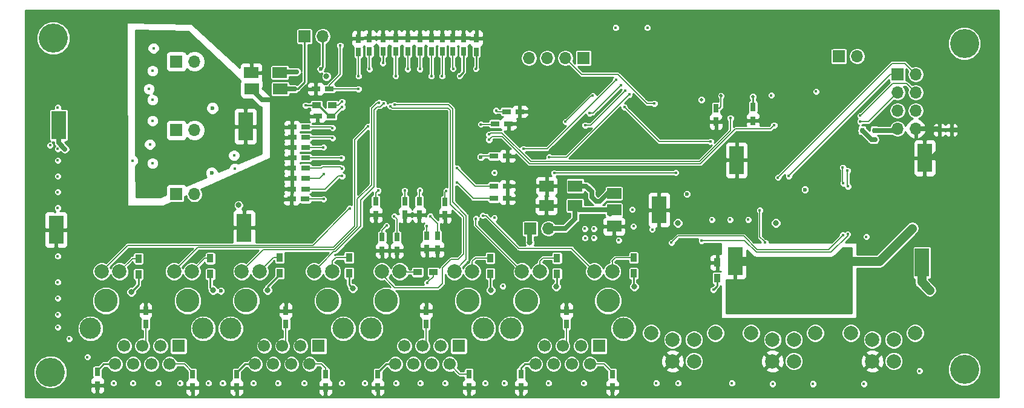
<source format=gbr>
G04 #@! TF.GenerationSoftware,KiCad,Pcbnew,(5.0.2)-1*
G04 #@! TF.CreationDate,2019-03-21T22:25:16+02:00*
G04 #@! TF.ProjectId,AVB switch with Can gateway,41564220-7377-4697-9463-682077697468,v01*
G04 #@! TF.SameCoordinates,Original*
G04 #@! TF.FileFunction,Copper,L4,Bot*
G04 #@! TF.FilePolarity,Positive*
%FSLAX46Y46*%
G04 Gerber Fmt 4.6, Leading zero omitted, Abs format (unit mm)*
G04 Created by KiCad (PCBNEW (5.0.2)-1) date 3/21/2019 10:25:16 PM*
%MOMM*%
%LPD*%
G01*
G04 APERTURE LIST*
G04 #@! TA.AperFunction,SMDPad,CuDef*
%ADD10R,2.000000X4.000000*%
G04 #@! TD*
G04 #@! TA.AperFunction,ComponentPad*
%ADD11O,1.700000X1.700000*%
G04 #@! TD*
G04 #@! TA.AperFunction,ComponentPad*
%ADD12R,1.700000X1.700000*%
G04 #@! TD*
G04 #@! TA.AperFunction,SMDPad,CuDef*
%ADD13R,2.000000X1.600000*%
G04 #@! TD*
G04 #@! TA.AperFunction,SMDPad,CuDef*
%ADD14R,0.900000X1.200000*%
G04 #@! TD*
G04 #@! TA.AperFunction,SMDPad,CuDef*
%ADD15R,1.200000X0.900000*%
G04 #@! TD*
G04 #@! TA.AperFunction,SMDPad,CuDef*
%ADD16R,1.200000X0.750000*%
G04 #@! TD*
G04 #@! TA.AperFunction,ComponentPad*
%ADD17C,4.064000*%
G04 #@! TD*
G04 #@! TA.AperFunction,ComponentPad*
%ADD18C,3.300000*%
G04 #@! TD*
G04 #@! TA.AperFunction,ComponentPad*
%ADD19C,3.000000*%
G04 #@! TD*
G04 #@! TA.AperFunction,ComponentPad*
%ADD20C,2.000000*%
G04 #@! TD*
G04 #@! TA.AperFunction,ComponentPad*
%ADD21C,1.700000*%
G04 #@! TD*
G04 #@! TA.AperFunction,ComponentPad*
%ADD22R,1.800000X1.800000*%
G04 #@! TD*
G04 #@! TA.AperFunction,SMDPad,CuDef*
%ADD23R,0.750000X1.200000*%
G04 #@! TD*
G04 #@! TA.AperFunction,SMDPad,CuDef*
%ADD24R,0.600000X0.800000*%
G04 #@! TD*
G04 #@! TA.AperFunction,SMDPad,CuDef*
%ADD25R,2.000000X3.800000*%
G04 #@! TD*
G04 #@! TA.AperFunction,SMDPad,CuDef*
%ADD26R,2.000000X1.500000*%
G04 #@! TD*
G04 #@! TA.AperFunction,ViaPad*
%ADD27C,0.450000*%
G04 #@! TD*
G04 #@! TA.AperFunction,ViaPad*
%ADD28C,0.600000*%
G04 #@! TD*
G04 #@! TA.AperFunction,ViaPad*
%ADD29C,0.800000*%
G04 #@! TD*
G04 #@! TA.AperFunction,ViaPad*
%ADD30C,0.500000*%
G04 #@! TD*
G04 #@! TA.AperFunction,Conductor*
%ADD31C,0.700000*%
G04 #@! TD*
G04 #@! TA.AperFunction,Conductor*
%ADD32C,0.150000*%
G04 #@! TD*
G04 #@! TA.AperFunction,Conductor*
%ADD33C,0.200000*%
G04 #@! TD*
G04 #@! TA.AperFunction,Conductor*
%ADD34C,0.250000*%
G04 #@! TD*
G04 #@! TA.AperFunction,Conductor*
%ADD35C,1.300000*%
G04 #@! TD*
G04 #@! TA.AperFunction,Conductor*
%ADD36C,0.151000*%
G04 #@! TD*
G04 #@! TA.AperFunction,Conductor*
%ADD37C,0.254000*%
G04 #@! TD*
G04 APERTURE END LIST*
D10*
G04 #@! TO.P,U9,2*
G04 #@! TO.N,GND*
X99696000Y-76118000D03*
G04 #@! TO.P,U9,4*
X126006000Y-75838000D03*
G04 #@! TO.P,U9,3*
G04 #@! TO.N,/power_1.2v*
X126196000Y-61648000D03*
G04 #@! TO.P,U9,1*
G04 #@! TO.N,+12V*
X100076000Y-61468000D03*
G04 #@! TD*
G04 #@! TO.P,U8,2*
G04 #@! TO.N,GND*
X221220000Y-66070000D03*
G04 #@! TO.P,U8,4*
X194910000Y-66350000D03*
G04 #@! TO.P,U8,3*
G04 #@! TO.N,power_3.3v*
X194720000Y-80540000D03*
G04 #@! TO.P,U8,1*
G04 #@! TO.N,+12V*
X220840000Y-80720000D03*
G04 #@! TD*
D11*
G04 #@! TO.P,J13,2*
G04 #@! TO.N,VDDLS*
X119065000Y-52550000D03*
D12*
G04 #@! TO.P,J13,1*
X116525000Y-52550000D03*
G04 #@! TD*
G04 #@! TO.P,J10,1*
G04 #@! TO.N,VDD*
X209220000Y-51830000D03*
D11*
G04 #@! TO.P,J10,2*
G04 #@! TO.N,+3V3*
X211760000Y-51830000D03*
G04 #@! TD*
G04 #@! TO.P,J11,2*
G04 #@! TO.N,AVDDL*
X119065000Y-62175000D03*
D12*
G04 #@! TO.P,J11,1*
X116525000Y-62175000D03*
G04 #@! TD*
G04 #@! TO.P,J14,1*
G04 #@! TO.N,AVDDH*
X166040000Y-75960000D03*
D11*
G04 #@! TO.P,J14,2*
X168580000Y-75960000D03*
G04 #@! TD*
G04 #@! TO.P,J15,2*
G04 #@! TO.N,VDDHS*
X137015000Y-49050000D03*
D12*
G04 #@! TO.P,J15,1*
X134475000Y-49050000D03*
G04 #@! TD*
D11*
G04 #@! TO.P,J12,2*
G04 #@! TO.N,DVDDL*
X119065000Y-71150000D03*
D12*
G04 #@! TO.P,J12,1*
X116525000Y-71150000D03*
G04 #@! TD*
D11*
G04 #@! TO.P,J5,4*
G04 #@! TO.N,/switch/Data_out_MISO_SPI*
X165862000Y-52070000D03*
G04 #@! TO.P,J5,3*
G04 #@! TO.N,/switch/Data_in_MOSI_SPI*
X168402000Y-52070000D03*
G04 #@! TO.P,J5,2*
G04 #@! TO.N,/mcu_stm32/SPI_CS*
X170942000Y-52070000D03*
D12*
G04 #@! TO.P,J5,1*
G04 #@! TO.N,/switch/SCL_SPI*
X173482000Y-52070000D03*
G04 #@! TD*
D13*
G04 #@! TO.P,C77,1*
G04 #@! TO.N,power_3.3v*
X131000000Y-54102000D03*
G04 #@! TO.P,C77,2*
G04 #@! TO.N,GND*
X127000000Y-54102000D03*
G04 #@! TD*
G04 #@! TO.P,C78,2*
G04 #@! TO.N,GND*
X127064000Y-56388000D03*
G04 #@! TO.P,C78,1*
G04 #@! TO.N,VDDHS*
X131064000Y-56388000D03*
G04 #@! TD*
D14*
G04 #@! TO.P,R14,2*
G04 #@! TO.N,power_3.3v*
X121280000Y-82330000D03*
G04 #@! TO.P,R14,1*
G04 #@! TO.N,Net-(J4-Pad9)*
X121280000Y-80130000D03*
G04 #@! TD*
G04 #@! TO.P,R21,1*
G04 #@! TO.N,Net-(J8-Pad11)*
X169780000Y-80060000D03*
G04 #@! TO.P,R21,2*
G04 #@! TO.N,power_3.3v*
X169780000Y-82260000D03*
G04 #@! TD*
D15*
G04 #@! TO.P,R19,2*
G04 #@! TO.N,power_3.3v*
X152480000Y-82060000D03*
G04 #@! TO.P,R19,1*
G04 #@! TO.N,Net-(J7-Pad11)*
X150280000Y-82060000D03*
G04 #@! TD*
D14*
G04 #@! TO.P,R20,1*
G04 #@! TO.N,Net-(J8-Pad9)*
X180500000Y-80040000D03*
G04 #@! TO.P,R20,2*
G04 #@! TO.N,power_3.3v*
X180500000Y-82240000D03*
G04 #@! TD*
G04 #@! TO.P,R15,1*
G04 #@! TO.N,Net-(J4-Pad11)*
X111230000Y-80140000D03*
G04 #@! TO.P,R15,2*
G04 #@! TO.N,power_3.3v*
X111230000Y-82340000D03*
G04 #@! TD*
G04 #@! TO.P,R16,2*
G04 #@! TO.N,power_3.3v*
X140680000Y-82210000D03*
G04 #@! TO.P,R16,1*
G04 #@! TO.N,Net-(J6-Pad9)*
X140680000Y-80010000D03*
G04 #@! TD*
G04 #@! TO.P,R17,1*
G04 #@! TO.N,Net-(J6-Pad11)*
X131000000Y-80010000D03*
G04 #@! TO.P,R17,2*
G04 #@! TO.N,power_3.3v*
X131000000Y-82210000D03*
G04 #@! TD*
G04 #@! TO.P,R18,2*
G04 #@! TO.N,power_3.3v*
X160430000Y-82260000D03*
G04 #@! TO.P,R18,1*
G04 #@! TO.N,Net-(J7-Pad9)*
X160430000Y-80060000D03*
G04 #@! TD*
D16*
G04 #@! TO.P,C4,2*
G04 #@! TO.N,GND*
X136022000Y-56388000D03*
G04 #@! TO.P,C4,1*
G04 #@! TO.N,Net-(C4-Pad1)*
X137922000Y-56388000D03*
G04 #@! TD*
D17*
G04 #@! TO.P,H4,1*
G04 #@! TO.N,N/C*
X226780000Y-50038000D03*
G04 #@! TD*
G04 #@! TO.P,H3,1*
G04 #@! TO.N,N/C*
X226780000Y-95690000D03*
G04 #@! TD*
G04 #@! TO.P,H2,1*
G04 #@! TO.N,N/C*
X99314000Y-49276000D03*
G04 #@! TD*
G04 #@! TO.P,H1,1*
G04 #@! TO.N,N/C*
X98896999Y-96050000D03*
G04 #@! TD*
D18*
G04 #@! TO.P,J8,*
G04 #@! TO.N,*
X165485000Y-86050000D03*
X176915000Y-86050000D03*
D19*
X163325000Y-89940000D03*
X179075000Y-89940000D03*
D20*
G04 #@! TO.P,J8,11*
G04 #@! TO.N,Net-(J8-Pad11)*
X167385000Y-81940000D03*
G04 #@! TO.P,J8,10*
G04 #@! TO.N,/LED4_0*
X175015000Y-81940000D03*
G04 #@! TO.P,J8,12*
G04 #@! TO.N,/LED4_1*
X164885000Y-81940000D03*
G04 #@! TO.P,J8,9*
G04 #@! TO.N,Net-(J8-Pad9)*
X177515000Y-81940000D03*
D21*
G04 #@! TO.P,J8,8*
G04 #@! TO.N,GNDPWR*
X166755000Y-94940000D03*
D22*
G04 #@! TO.P,J8,1*
G04 #@! TO.N,/RX4-*
X175645000Y-92400000D03*
D21*
G04 #@! TO.P,J8,3*
G04 #@! TO.N,/RX4+*
X173105000Y-92400000D03*
G04 #@! TO.P,J8,5*
G04 #@! TO.N,Net-(C13-Pad1)*
X170565000Y-92400000D03*
G04 #@! TO.P,J8,7*
G04 #@! TO.N,N/C*
X168025000Y-92400000D03*
G04 #@! TO.P,J8,6*
G04 #@! TO.N,/TX4+*
X169295000Y-94940000D03*
G04 #@! TO.P,J8,4*
G04 #@! TO.N,/TX4-*
X171835000Y-94940000D03*
G04 #@! TO.P,J8,2*
G04 #@! TO.N,Net-(C14-Pad1)*
X174375000Y-94940000D03*
G04 #@! TD*
D16*
G04 #@! TO.P,C74,2*
G04 #@! TO.N,GND*
X136276000Y-60198000D03*
G04 #@! TO.P,C74,1*
G04 #@! TO.N,+3V3*
X138176000Y-60198000D03*
G04 #@! TD*
D18*
G04 #@! TO.P,J7,*
G04 #@! TO.N,*
X145881666Y-86050000D03*
X157311666Y-86050000D03*
D19*
X143721666Y-89940000D03*
X159471666Y-89940000D03*
D20*
G04 #@! TO.P,J7,11*
G04 #@! TO.N,Net-(J7-Pad11)*
X147781666Y-81940000D03*
G04 #@! TO.P,J7,10*
G04 #@! TO.N,/LED3_0*
X155411666Y-81940000D03*
G04 #@! TO.P,J7,12*
G04 #@! TO.N,/LED3_1*
X145281666Y-81940000D03*
G04 #@! TO.P,J7,9*
G04 #@! TO.N,Net-(J7-Pad9)*
X157911666Y-81940000D03*
D21*
G04 #@! TO.P,J7,8*
G04 #@! TO.N,GNDPWR*
X147151666Y-94940000D03*
D22*
G04 #@! TO.P,J7,1*
G04 #@! TO.N,/RX3-*
X156041666Y-92400000D03*
D21*
G04 #@! TO.P,J7,3*
G04 #@! TO.N,/RX3+*
X153501666Y-92400000D03*
G04 #@! TO.P,J7,5*
G04 #@! TO.N,Net-(C10-Pad1)*
X150961666Y-92400000D03*
G04 #@! TO.P,J7,7*
G04 #@! TO.N,N/C*
X148421666Y-92400000D03*
G04 #@! TO.P,J7,6*
G04 #@! TO.N,/TX3+*
X149691666Y-94940000D03*
G04 #@! TO.P,J7,4*
G04 #@! TO.N,/TX3-*
X152231666Y-94940000D03*
G04 #@! TO.P,J7,2*
G04 #@! TO.N,Net-(C11-Pad1)*
X154771666Y-94940000D03*
G04 #@! TD*
D23*
G04 #@! TO.P,C9,1*
G04 #@! TO.N,GNDPWR*
X124970000Y-96310000D03*
G04 #@! TO.P,C9,2*
G04 #@! TO.N,GND*
X124970000Y-98210000D03*
G04 #@! TD*
G04 #@! TO.P,C14,1*
G04 #@! TO.N,Net-(C14-Pad1)*
X177520000Y-96310000D03*
G04 #@! TO.P,C14,2*
G04 #@! TO.N,GND*
X177520000Y-98210000D03*
G04 #@! TD*
G04 #@! TO.P,C13,1*
G04 #@! TO.N,Net-(C13-Pad1)*
X171100000Y-89360000D03*
G04 #@! TO.P,C13,2*
G04 #@! TO.N,GND*
X171100000Y-87460000D03*
G04 #@! TD*
D12*
G04 #@! TO.P,J9,1*
G04 #@! TO.N,/mcu_stm32/SYS_JTCK_SWCLK*
X217424000Y-54356000D03*
D11*
G04 #@! TO.P,J9,2*
G04 #@! TO.N,/mcu_stm32/SYS_JTMSE_SWDIO*
X219964000Y-54356000D03*
G04 #@! TO.P,J9,3*
G04 #@! TO.N,/mcu_stm32/UART8_RX*
X217424000Y-56896000D03*
G04 #@! TO.P,J9,4*
G04 #@! TO.N,/mcu_stm32/UART8_TX*
X219964000Y-56896000D03*
G04 #@! TO.P,J9,5*
G04 #@! TO.N,Net-(J9-Pad5)*
X217424000Y-59436000D03*
G04 #@! TO.P,J9,6*
G04 #@! TO.N,/mcu_stm32/NRESET*
X219964000Y-59436000D03*
G04 #@! TO.P,J9,7*
G04 #@! TO.N,/mcu_stm32/3.3v*
X217424000Y-61976000D03*
G04 #@! TO.P,J9,8*
G04 #@! TO.N,GND*
X219964000Y-61976000D03*
G04 #@! TD*
D18*
G04 #@! TO.P,J6,*
G04 #@! TO.N,*
X126278333Y-86050000D03*
X137708333Y-86050000D03*
D19*
X124118333Y-89940000D03*
X139868333Y-89940000D03*
D20*
G04 #@! TO.P,J6,11*
G04 #@! TO.N,Net-(J6-Pad11)*
X128178333Y-81940000D03*
G04 #@! TO.P,J6,10*
G04 #@! TO.N,/LED2_0*
X135808333Y-81940000D03*
G04 #@! TO.P,J6,12*
G04 #@! TO.N,/LED2_1*
X125678333Y-81940000D03*
G04 #@! TO.P,J6,9*
G04 #@! TO.N,Net-(J6-Pad9)*
X138308333Y-81940000D03*
D21*
G04 #@! TO.P,J6,8*
G04 #@! TO.N,GNDPWR*
X127548333Y-94940000D03*
D22*
G04 #@! TO.P,J6,1*
G04 #@! TO.N,/RX2-*
X136438333Y-92400000D03*
D21*
G04 #@! TO.P,J6,3*
G04 #@! TO.N,/RX2+*
X133898333Y-92400000D03*
G04 #@! TO.P,J6,5*
G04 #@! TO.N,Net-(C7-Pad1)*
X131358333Y-92400000D03*
G04 #@! TO.P,J6,7*
G04 #@! TO.N,N/C*
X128818333Y-92400000D03*
G04 #@! TO.P,J6,6*
G04 #@! TO.N,/TX2+*
X130088333Y-94940000D03*
G04 #@! TO.P,J6,4*
G04 #@! TO.N,/TX2-*
X132628333Y-94940000D03*
G04 #@! TO.P,J6,2*
G04 #@! TO.N,Net-(C8-Pad1)*
X135168333Y-94940000D03*
G04 #@! TD*
D18*
G04 #@! TO.P,J4,*
G04 #@! TO.N,*
X106675000Y-86050000D03*
X118105000Y-86050000D03*
D19*
X104515000Y-89940000D03*
X120265000Y-89940000D03*
D20*
G04 #@! TO.P,J4,11*
G04 #@! TO.N,Net-(J4-Pad11)*
X108575000Y-81940000D03*
G04 #@! TO.P,J4,10*
G04 #@! TO.N,/switch/LED1_0*
X116205000Y-81940000D03*
G04 #@! TO.P,J4,12*
G04 #@! TO.N,/switch/LED1_1*
X106075000Y-81940000D03*
G04 #@! TO.P,J4,9*
G04 #@! TO.N,Net-(J4-Pad9)*
X118705000Y-81940000D03*
D21*
G04 #@! TO.P,J4,8*
G04 #@! TO.N,GNDPWR*
X107945000Y-94940000D03*
D22*
G04 #@! TO.P,J4,1*
G04 #@! TO.N,/RX1-*
X116835000Y-92400000D03*
D21*
G04 #@! TO.P,J4,3*
G04 #@! TO.N,/RX1+*
X114295000Y-92400000D03*
G04 #@! TO.P,J4,5*
G04 #@! TO.N,Net-(C1-Pad1)*
X111755000Y-92400000D03*
G04 #@! TO.P,J4,7*
G04 #@! TO.N,N/C*
X109215000Y-92400000D03*
G04 #@! TO.P,J4,6*
G04 #@! TO.N,/TX1+*
X110485000Y-94940000D03*
G04 #@! TO.P,J4,4*
G04 #@! TO.N,/TX1-*
X113025000Y-94940000D03*
G04 #@! TO.P,J4,2*
G04 #@! TO.N,Net-(C2-Pad1)*
X115565000Y-94940000D03*
G04 #@! TD*
D23*
G04 #@! TO.P,C1,1*
G04 #@! TO.N,Net-(C1-Pad1)*
X112230000Y-89360000D03*
G04 #@! TO.P,C1,2*
G04 #@! TO.N,GND*
X112230000Y-87460000D03*
G04 #@! TD*
G04 #@! TO.P,C2,1*
G04 #@! TO.N,Net-(C2-Pad1)*
X118790000Y-96310000D03*
G04 #@! TO.P,C2,2*
G04 #@! TO.N,GND*
X118790000Y-98210000D03*
G04 #@! TD*
G04 #@! TO.P,C3,1*
G04 #@! TO.N,GNDPWR*
X105480000Y-96034999D03*
G04 #@! TO.P,C3,2*
G04 #@! TO.N,GND*
X105480000Y-97934999D03*
G04 #@! TD*
G04 #@! TO.P,C7,1*
G04 #@! TO.N,Net-(C7-Pad1)*
X131853333Y-89360000D03*
G04 #@! TO.P,C7,2*
G04 #@! TO.N,GND*
X131853333Y-87460000D03*
G04 #@! TD*
G04 #@! TO.P,C8,1*
G04 #@! TO.N,Net-(C8-Pad1)*
X137400000Y-96310000D03*
G04 #@! TO.P,C8,2*
G04 #@! TO.N,GND*
X137400000Y-98210000D03*
G04 #@! TD*
G04 #@! TO.P,C10,1*
G04 #@! TO.N,Net-(C10-Pad1)*
X151476666Y-89360000D03*
G04 #@! TO.P,C10,2*
G04 #@! TO.N,GND*
X151476666Y-87460000D03*
G04 #@! TD*
G04 #@! TO.P,C11,1*
G04 #@! TO.N,Net-(C11-Pad1)*
X157460000Y-96310000D03*
G04 #@! TO.P,C11,2*
G04 #@! TO.N,GND*
X157460000Y-98210000D03*
G04 #@! TD*
G04 #@! TO.P,C12,1*
G04 #@! TO.N,GNDPWR*
X144730000Y-96310000D03*
G04 #@! TO.P,C12,2*
G04 #@! TO.N,GND*
X144730000Y-98210000D03*
G04 #@! TD*
G04 #@! TO.P,C15,1*
G04 #@! TO.N,GNDPWR*
X164730000Y-96310000D03*
G04 #@! TO.P,C15,2*
G04 #@! TO.N,GND*
X164730000Y-98210000D03*
G04 #@! TD*
G04 #@! TO.P,C23,1*
G04 #@! TO.N,GND*
X197220000Y-60830000D03*
G04 #@! TO.P,C23,2*
G04 #@! TO.N,VDD*
X197220000Y-58930000D03*
G04 #@! TD*
G04 #@! TO.P,C24,1*
G04 #@! TO.N,GND*
X192024000Y-60960000D03*
G04 #@! TO.P,C24,2*
G04 #@! TO.N,VDD*
X192024000Y-59060000D03*
G04 #@! TD*
G04 #@! TO.P,C29,1*
G04 #@! TO.N,VDDLS*
X142000000Y-51250000D03*
G04 #@! TO.P,C29,2*
G04 #@! TO.N,GND*
X142000000Y-49350000D03*
G04 #@! TD*
G04 #@! TO.P,C30,1*
G04 #@! TO.N,VDDLS*
X152206000Y-51150000D03*
G04 #@! TO.P,C30,2*
G04 #@! TO.N,GND*
X152206000Y-49250000D03*
G04 #@! TD*
G04 #@! TO.P,C31,1*
G04 #@! TO.N,VDDLS*
X147196000Y-51160000D03*
G04 #@! TO.P,C31,2*
G04 #@! TO.N,GND*
X147196000Y-49260000D03*
G04 #@! TD*
G04 #@! TO.P,C33,1*
G04 #@! TO.N,DVDDL*
X147370000Y-77150000D03*
G04 #@! TO.P,C33,2*
G04 #@! TO.N,GND*
X147370000Y-79050000D03*
G04 #@! TD*
G04 #@! TO.P,C34,1*
G04 #@! TO.N,DVDDL*
X153070000Y-76990000D03*
G04 #@! TO.P,C34,2*
G04 #@! TO.N,GND*
X153070000Y-78890000D03*
G04 #@! TD*
D16*
G04 #@! TO.P,C35,1*
G04 #@! TO.N,DVDDL*
X160950000Y-65800000D03*
G04 #@! TO.P,C35,2*
G04 #@! TO.N,GND*
X162850000Y-65800000D03*
G04 #@! TD*
G04 #@! TO.P,C36,1*
G04 #@! TO.N,DVDDL*
X161090000Y-61260000D03*
G04 #@! TO.P,C36,2*
G04 #@! TO.N,GND*
X162990000Y-61260000D03*
G04 #@! TD*
D23*
G04 #@! TO.P,C37,1*
G04 #@! TO.N,DVDDL*
X156676000Y-51170000D03*
G04 #@! TO.P,C37,2*
G04 #@! TO.N,GND*
X156676000Y-49270000D03*
G04 #@! TD*
G04 #@! TO.P,C38,1*
G04 #@! TO.N,DVDDL*
X153716000Y-51140000D03*
G04 #@! TO.P,C38,2*
G04 #@! TO.N,GND*
X153716000Y-49240000D03*
G04 #@! TD*
G04 #@! TO.P,C39,1*
G04 #@! TO.N,DVDDL*
X145446000Y-51160000D03*
G04 #@! TO.P,C39,2*
G04 #@! TO.N,GND*
X145446000Y-49260000D03*
G04 #@! TD*
D16*
G04 #@! TO.P,C40,1*
G04 #@! TO.N,DVDDL*
X134620000Y-61720000D03*
G04 #@! TO.P,C40,2*
G04 #@! TO.N,GND*
X132720000Y-61720000D03*
G04 #@! TD*
G04 #@! TO.P,C41,1*
G04 #@! TO.N,DVDDL*
X134620000Y-63170000D03*
G04 #@! TO.P,C41,2*
G04 #@! TO.N,GND*
X132720000Y-63170000D03*
G04 #@! TD*
D23*
G04 #@! TO.P,C43,1*
G04 #@! TO.N,AVDDL*
X144420000Y-72140000D03*
G04 #@! TO.P,C43,2*
G04 #@! TO.N,GND*
X144420000Y-74040000D03*
G04 #@! TD*
G04 #@! TO.P,C44,1*
G04 #@! TO.N,AVDDL*
X148500000Y-72130000D03*
G04 #@! TO.P,C44,2*
G04 #@! TO.N,GND*
X148500000Y-74030000D03*
G04 #@! TD*
G04 #@! TO.P,C45,1*
G04 #@! TO.N,AVDDL*
X150520000Y-72100000D03*
G04 #@! TO.P,C45,2*
G04 #@! TO.N,GND*
X150520000Y-74000000D03*
G04 #@! TD*
G04 #@! TO.P,C46,1*
G04 #@! TO.N,AVDDL*
X154130000Y-72190000D03*
G04 #@! TO.P,C46,2*
G04 #@! TO.N,GND*
X154130000Y-74090000D03*
G04 #@! TD*
D16*
G04 #@! TO.P,C47,1*
G04 #@! TO.N,AVDDL*
X160950000Y-71725000D03*
G04 #@! TO.P,C47,2*
G04 #@! TO.N,GND*
X162850000Y-71725000D03*
G04 #@! TD*
G04 #@! TO.P,C48,1*
G04 #@! TO.N,AVDDL*
X160950000Y-70000000D03*
G04 #@! TO.P,C48,2*
G04 #@! TO.N,GND*
X162850000Y-70000000D03*
G04 #@! TD*
G04 #@! TO.P,C49,1*
G04 #@! TO.N,AVDDL*
X134620000Y-66040000D03*
G04 #@! TO.P,C49,2*
G04 #@! TO.N,GND*
X132720000Y-66040000D03*
G04 #@! TD*
G04 #@! TO.P,C50,1*
G04 #@! TO.N,AVDDL*
X134610000Y-67460000D03*
G04 #@! TO.P,C50,2*
G04 #@! TO.N,GND*
X132710000Y-67460000D03*
G04 #@! TD*
G04 #@! TO.P,C51,1*
G04 #@! TO.N,AVDDL*
X134600000Y-70420000D03*
G04 #@! TO.P,C51,2*
G04 #@! TO.N,GND*
X132700000Y-70420000D03*
G04 #@! TD*
D23*
G04 #@! TO.P,C53,1*
G04 #@! TO.N,AVDDH*
X145320000Y-77150000D03*
G04 #@! TO.P,C53,2*
G04 #@! TO.N,GND*
X145320000Y-79050000D03*
G04 #@! TD*
G04 #@! TO.P,C54,1*
G04 #@! TO.N,AVDDH*
X151560000Y-76930000D03*
G04 #@! TO.P,C54,2*
G04 #@! TO.N,GND*
X151560000Y-78830000D03*
G04 #@! TD*
D16*
G04 #@! TO.P,C57,1*
G04 #@! TO.N,AVDDH*
X134620000Y-64570000D03*
G04 #@! TO.P,C57,2*
G04 #@! TO.N,GND*
X132720000Y-64570000D03*
G04 #@! TD*
G04 #@! TO.P,C58,1*
G04 #@! TO.N,AVDDH*
X134620000Y-68920000D03*
G04 #@! TO.P,C58,2*
G04 #@! TO.N,GND*
X132720000Y-68920000D03*
G04 #@! TD*
G04 #@! TO.P,C59,1*
G04 #@! TO.N,AVDDH*
X134560000Y-71820000D03*
G04 #@! TO.P,C59,2*
G04 #@! TO.N,GND*
X132660000Y-71820000D03*
G04 #@! TD*
D23*
G04 #@! TO.P,C60,1*
G04 #@! TO.N,VDDHS*
X143526000Y-51150000D03*
G04 #@! TO.P,C60,2*
G04 #@! TO.N,GND*
X143526000Y-49250000D03*
G04 #@! TD*
G04 #@! TO.P,C61,1*
G04 #@! TO.N,VDDHS*
X150596000Y-51160000D03*
G04 #@! TO.P,C61,2*
G04 #@! TO.N,GND*
X150596000Y-49260000D03*
G04 #@! TD*
G04 #@! TO.P,C62,1*
G04 #@! TO.N,VDDHS*
X148896000Y-51160000D03*
G04 #@! TO.P,C62,2*
G04 #@! TO.N,GND*
X148896000Y-49260000D03*
G04 #@! TD*
G04 #@! TO.P,C63,1*
G04 #@! TO.N,+3V3*
X158496000Y-51176000D03*
G04 #@! TO.P,C63,2*
G04 #@! TO.N,GND*
X158496000Y-49276000D03*
G04 #@! TD*
G04 #@! TO.P,C64,1*
G04 #@! TO.N,+3V3*
X155206000Y-51150000D03*
G04 #@! TO.P,C64,2*
G04 #@! TO.N,GND*
X155206000Y-49250000D03*
G04 #@! TD*
D16*
G04 #@! TO.P,C65,1*
G04 #@! TO.N,+3V3*
X162690000Y-59560000D03*
G04 #@! TO.P,C65,2*
G04 #@! TO.N,GND*
X164590000Y-59560000D03*
G04 #@! TD*
D24*
G04 #@! TO.P,D2,1*
G04 #@! TO.N,GND*
X223270000Y-62140000D03*
G04 #@! TO.P,D2,2*
X224970000Y-62140000D03*
G04 #@! TD*
G04 #@! TO.P,D3,1*
G04 #@! TO.N,+3V3*
X212480000Y-62200000D03*
G04 #@! TO.P,D3,2*
G04 #@! TO.N,/mcu_stm32/3.3v*
X214180000Y-62200000D03*
G04 #@! TD*
D20*
G04 #@! TO.P,J1,~*
G04 #@! TO.N,N/C*
X219892000Y-90590000D03*
X210892000Y-90590000D03*
G04 #@! TO.P,J1,1*
G04 #@! TO.N,+12V*
X216892000Y-94530000D03*
G04 #@! TO.P,J1,2*
G04 #@! TO.N,GND*
X213892000Y-94530000D03*
G04 #@! TO.P,J1,3*
G04 #@! TO.N,/CAN1+*
X216892000Y-91530000D03*
G04 #@! TO.P,J1,4*
G04 #@! TO.N,/CAN1-*
X213892000Y-91530000D03*
G04 #@! TD*
G04 #@! TO.P,J2,~*
G04 #@! TO.N,N/C*
X191952000Y-90590000D03*
X182952000Y-90590000D03*
G04 #@! TO.P,J2,1*
G04 #@! TO.N,+12V*
X188952000Y-94530000D03*
G04 #@! TO.P,J2,2*
G04 #@! TO.N,GND*
X185952000Y-94530000D03*
G04 #@! TO.P,J2,3*
G04 #@! TO.N,/CAN2+*
X188952000Y-91530000D03*
G04 #@! TO.P,J2,4*
G04 #@! TO.N,/CAN2-*
X185952000Y-91530000D03*
G04 #@! TD*
G04 #@! TO.P,J3,~*
G04 #@! TO.N,N/C*
X205922000Y-90590000D03*
X196922000Y-90590000D03*
G04 #@! TO.P,J3,1*
G04 #@! TO.N,+12V*
X202922000Y-94530000D03*
G04 #@! TO.P,J3,2*
G04 #@! TO.N,GND*
X199922000Y-94530000D03*
G04 #@! TO.P,J3,3*
G04 #@! TO.N,/CAN3+*
X202922000Y-91530000D03*
G04 #@! TO.P,J3,4*
G04 #@! TO.N,/CAN3-*
X199922000Y-91530000D03*
G04 #@! TD*
D15*
G04 #@! TO.P,R2,1*
G04 #@! TO.N,+3V3*
X136150000Y-58700000D03*
G04 #@! TO.P,R2,2*
G04 #@! TO.N,/switch/Data_in_MOSI_SPI*
X138350000Y-58700000D03*
G04 #@! TD*
D14*
G04 #@! TO.P,R6,1*
G04 #@! TO.N,Net-(R6-Pad1)*
X192200000Y-82900000D03*
G04 #@! TO.P,R6,2*
G04 #@! TO.N,GND*
X192200000Y-80700000D03*
G04 #@! TD*
D13*
G04 #@! TO.P,C68,1*
G04 #@! TO.N,power_3.3v*
X172325000Y-69975000D03*
G04 #@! TO.P,C68,2*
G04 #@! TO.N,GND*
X168325000Y-69975000D03*
G04 #@! TD*
G04 #@! TO.P,C73,1*
G04 #@! TO.N,AVDDH*
X172300000Y-72725000D03*
G04 #@! TO.P,C73,2*
G04 #@! TO.N,GND*
X168300000Y-72725000D03*
G04 #@! TD*
D25*
G04 #@! TO.P,U3,4*
G04 #@! TO.N,GND*
X184060000Y-73330000D03*
D26*
G04 #@! TO.P,U3,2*
G04 #@! TO.N,AVDDH*
X177760000Y-73330000D03*
G04 #@! TO.P,U3,3*
G04 #@! TO.N,power_3.3v*
X177760000Y-71030000D03*
G04 #@! TO.P,U3,1*
G04 #@! TO.N,GND*
X177760000Y-75630000D03*
G04 #@! TD*
D27*
G04 #@! TO.N,GND*
X153340000Y-68340000D03*
X150800000Y-68340000D03*
X148260000Y-68340000D03*
X145720000Y-68340000D03*
X145720000Y-67070000D03*
X148260000Y-67070000D03*
X150800000Y-67070000D03*
X153340000Y-67070000D03*
X153340000Y-65800000D03*
X150800000Y-65800000D03*
X148260000Y-65800000D03*
X145720000Y-65800000D03*
X145720000Y-64530000D03*
X148260000Y-64530000D03*
X150800000Y-64530000D03*
X153340000Y-64530000D03*
X153340000Y-63260000D03*
X150800000Y-63260000D03*
X148260000Y-63260000D03*
X145720000Y-63260000D03*
X145720000Y-61990000D03*
X148260000Y-61990000D03*
X150800000Y-61990000D03*
X153340000Y-61990000D03*
X153340000Y-60720000D03*
X150800000Y-60720000D03*
X148260000Y-60720000D03*
X145720000Y-60720000D03*
X165090000Y-73300000D03*
D28*
X133096000Y-57912000D03*
D27*
X149700000Y-55470000D03*
X150920000Y-55480000D03*
X151710000Y-55480000D03*
X140470000Y-62310000D03*
X140470000Y-63120000D03*
X193039994Y-60452000D03*
X198882000Y-59690000D03*
X197866000Y-54356000D03*
X193040000Y-54102000D03*
X209296000Y-58674000D03*
X207518000Y-74930000D03*
X203962000Y-76454000D03*
X189484000Y-75438000D03*
X181864000Y-69342000D03*
X204724000Y-71628000D03*
X198882000Y-49530000D03*
X182118000Y-56896000D03*
X124460000Y-71120000D03*
X124714000Y-67564000D03*
X101600000Y-56388000D03*
X104140000Y-60706000D03*
X104140000Y-67564000D03*
X104140000Y-69342000D03*
X104140000Y-75692000D03*
X218694000Y-66802000D03*
X224028000Y-66802000D03*
X223266000Y-65024000D03*
X134366000Y-59665000D03*
X164338000Y-66040000D03*
X143140000Y-68660000D03*
X154224124Y-55354124D03*
X136010000Y-57390000D03*
X132560000Y-85630000D03*
X226070000Y-62170000D03*
D28*
X121475000Y-68150000D03*
X121575000Y-59075000D03*
X121675000Y-49325000D03*
D27*
X134671000Y-73801000D03*
X132258000Y-73801000D03*
X129337000Y-73928000D03*
X128575000Y-75198000D03*
X124003000Y-75198000D03*
X114478000Y-76341000D03*
X110541000Y-76849000D03*
X104826000Y-76976000D03*
X104699000Y-66562000D03*
X110414000Y-66435000D03*
X113208000Y-66816000D03*
X113208000Y-60847000D03*
X112827000Y-64149000D03*
X113208000Y-57926000D03*
X112700000Y-56402000D03*
X113208000Y-53862000D03*
X113335000Y-50687000D03*
X97968000Y-55005000D03*
X102286000Y-47004000D03*
X102413000Y-51068000D03*
X101270000Y-54116000D03*
X104318000Y-59196000D03*
X104445000Y-64911000D03*
X104064000Y-78881000D03*
X123622000Y-49163000D03*
X125781000Y-49290000D03*
X128448000Y-49417000D03*
X130353000Y-49290000D03*
X124130000Y-47131000D03*
X127940000Y-47258000D03*
X132258000Y-46623000D03*
X135687000Y-46369000D03*
X141910000Y-46750000D03*
X144450000Y-46750000D03*
X146990000Y-46750000D03*
X149530000Y-46750000D03*
X152070000Y-46750000D03*
X154610000Y-46750000D03*
X157150000Y-46750000D03*
X159690000Y-46750000D03*
X163500000Y-46750000D03*
X166040000Y-46750000D03*
X168580000Y-46750000D03*
X171120000Y-46750000D03*
X173660000Y-46750000D03*
X176200000Y-46750000D03*
X178740000Y-46750000D03*
X182550000Y-46750000D03*
X185090000Y-46750000D03*
X187630000Y-46750000D03*
X191440000Y-46750000D03*
X195250000Y-46750000D03*
X199060000Y-46750000D03*
X202870000Y-46750000D03*
X206680000Y-46750000D03*
X211760000Y-46750000D03*
X215570000Y-46750000D03*
X218110000Y-46750000D03*
X221920000Y-46750000D03*
X188900000Y-49290000D03*
X191440000Y-49290000D03*
X193980000Y-49290000D03*
X196520000Y-49290000D03*
X191440000Y-50560000D03*
X193980000Y-50560000D03*
X202870000Y-51830000D03*
X205410000Y-51830000D03*
X154610000Y-77230000D03*
X149870000Y-77630000D03*
X142800000Y-80150000D03*
X158650000Y-77610000D03*
X161950000Y-80250000D03*
X166360000Y-55860000D03*
X161730000Y-54710000D03*
X170210000Y-56780000D03*
X174580000Y-64560000D03*
X176020000Y-65430000D03*
X181210000Y-64990000D03*
X179240000Y-63940000D03*
X181740000Y-63650000D03*
X183470000Y-65380000D03*
X170780000Y-64510000D03*
X171930000Y-63600000D03*
X167510000Y-63310000D03*
X164910000Y-63310000D03*
X167650000Y-59270000D03*
X170490000Y-59270000D03*
X172820000Y-56630000D03*
X184650000Y-62820000D03*
X185270000Y-64600000D03*
X182360000Y-67430000D03*
X178290000Y-67600000D03*
X173400000Y-67550000D03*
X166980000Y-67710000D03*
X165010000Y-67790000D03*
X164960000Y-71160000D03*
X166420000Y-73180000D03*
X166440000Y-71910000D03*
X165120000Y-72050000D03*
G04 #@! TO.N,Net-(C4-Pad1)*
X139446000Y-50292000D03*
X141986000Y-56388000D03*
G04 #@! TO.N,+3V3*
X177984000Y-47824000D03*
X182424000Y-47824000D03*
X155260000Y-53560000D03*
X161270000Y-59430000D03*
X134620000Y-58674000D03*
X158420000Y-53560000D03*
X139700000Y-58928000D03*
X214270000Y-63500000D03*
D29*
G04 #@! TO.N,+12V*
X221920000Y-84580000D03*
D27*
X99930000Y-58990000D03*
X100960000Y-64820000D03*
X99930000Y-64800000D03*
X98850000Y-64280000D03*
X99930000Y-66390000D03*
X99930000Y-68640000D03*
X99930000Y-70820000D03*
X99930000Y-73050000D03*
X99930000Y-79820000D03*
X99930000Y-83460000D03*
X99930000Y-85710000D03*
X99930000Y-88000000D03*
X99930000Y-89780000D03*
X107750000Y-97600000D03*
X110470000Y-97600000D03*
X104090000Y-93940000D03*
X101530000Y-91380000D03*
X114030000Y-97600000D03*
X117040000Y-97600000D03*
X121010000Y-97600000D03*
X123020000Y-97600000D03*
X127300000Y-97600000D03*
X130730000Y-97600000D03*
X134420000Y-97600000D03*
X139680000Y-97600000D03*
X142900000Y-97600000D03*
X147260000Y-97600000D03*
X150640000Y-97600000D03*
X154120000Y-97600000D03*
X159730000Y-97600000D03*
X162400000Y-97600000D03*
X168580000Y-97600000D03*
X173510000Y-97600000D03*
X186720000Y-97600000D03*
X183650000Y-97600000D03*
X194240000Y-97600000D03*
X199952000Y-97700000D03*
X205580000Y-97700000D03*
X212700000Y-97700000D03*
X220480000Y-95890000D03*
G04 #@! TO.N,/mcu_stm32/UART8_TX*
X212210004Y-60150002D03*
G04 #@! TO.N,/mcu_stm32/UART8_RX*
X212190002Y-60960000D03*
G04 #@! TO.N,/mcu_stm32/SYS_JTMSE_SWDIO*
X200700000Y-68790001D03*
G04 #@! TO.N,/mcu_stm32/SYS_JTCK_SWCLK*
X202190000Y-68600000D03*
G04 #@! TO.N,/switch/Data_in_MOSI_SPI*
X179230002Y-58950000D03*
X191262000Y-63754000D03*
X139700004Y-58166000D03*
G04 #@! TO.N,Net-(R6-Pad1)*
X191650000Y-84500000D03*
G04 #@! TO.N,/mcu_stm32/CAN2_TX*
X210441158Y-76743141D03*
X210400000Y-67825000D03*
X210482713Y-70038030D03*
X190000000Y-77650000D03*
G04 #@! TO.N,/mcu_stm32/CAN2_RX*
X209800000Y-76850000D03*
X209758567Y-67391429D03*
X209825000Y-69600000D03*
X185780000Y-77919994D03*
G04 #@! TO.N,/mcu_stm32/CAN3_RX*
X198150000Y-73400000D03*
X198900000Y-77899990D03*
G04 #@! TO.N,/mcu_stm32/SPI_CS*
X183388000Y-58420000D03*
G04 #@! TO.N,/mcu_stm32/ETH_TX_EN*
X169380000Y-68160000D03*
X186400000Y-68130000D03*
G04 #@! TO.N,/mcu_stm32/ETH_RX_DV*
X174779998Y-57340000D03*
X170980000Y-60980000D03*
G04 #@! TO.N,/mcu_stm32/ETH_COL*
X168678206Y-65911794D03*
X179910002Y-57150000D03*
G04 #@! TO.N,/mcu_stm32/ETH_RX_CLK*
X179324000Y-56642000D03*
X173736000Y-61468000D03*
G04 #@! TO.N,/mcu_stm32/ETH_CRS*
X174343960Y-59801926D03*
X178730000Y-55880000D03*
G04 #@! TO.N,/mcu_stm32/ETH_TX_CLK*
X165100000Y-64770000D03*
X178032000Y-55118000D03*
G04 #@! TO.N,/mcu_stm32/ETH_TXD2*
X160274000Y-62750000D03*
X194056000Y-60452000D03*
G04 #@! TO.N,/mcu_stm32/ETH_TXD3*
X160274000Y-63500000D03*
X200152000Y-61468000D03*
G04 #@! TO.N,/switch/LED1_0*
X143324979Y-61650000D03*
G04 #@! TO.N,/switch/LED1_1*
X140790000Y-73110000D03*
G04 #@! TO.N,/LED4_0*
X159399999Y-74150000D03*
G04 #@! TO.N,/LED4_1*
X158430002Y-74570000D03*
G04 #@! TO.N,/LED3_0*
X147050000Y-58600000D03*
G04 #@! TO.N,/LED3_1*
X146450000Y-58810000D03*
G04 #@! TO.N,/LED2_0*
X145537380Y-58427476D03*
G04 #@! TO.N,/LED2_1*
X144900000Y-58300000D03*
D28*
G04 #@! TO.N,/power_1.2v*
X112850000Y-69925000D03*
X112850000Y-59625000D03*
X112825000Y-49525000D03*
D27*
G04 #@! TO.N,AVDDL*
X154280000Y-70690000D03*
X155800021Y-67510000D03*
X155800021Y-69490000D03*
X144770000Y-70610000D03*
X148480000Y-70610000D03*
X150580000Y-70600000D03*
X139630004Y-66040000D03*
X139690002Y-67520002D03*
X124600000Y-65716400D03*
X139700000Y-68580000D03*
G04 #@! TO.N,VDDLS*
X152220000Y-54600000D03*
X147220002Y-54580000D03*
X142000000Y-54590000D03*
D29*
X137520000Y-54630000D03*
D27*
G04 #@! TO.N,DVDDL*
X159120000Y-61350000D03*
D28*
X159120000Y-65920000D03*
D27*
X147010000Y-74220000D03*
X152045000Y-74220000D03*
X138380000Y-61850000D03*
X138379998Y-63280000D03*
X153700000Y-54600000D03*
X156130000Y-54570000D03*
X145430000Y-52760000D03*
D29*
X125240000Y-72680000D03*
D28*
G04 #@! TO.N,VDDHS*
X133096000Y-56388000D03*
D27*
X143530000Y-53610000D03*
X150610000Y-53600000D03*
X148890000Y-53610000D03*
D28*
X136720000Y-53610000D03*
D27*
G04 #@! TO.N,AVDDH*
X161030000Y-74440000D03*
X161030000Y-68110000D03*
X137100000Y-64570000D03*
X137120000Y-71830000D03*
X145940000Y-75550000D03*
X151560000Y-75580000D03*
X137160000Y-68326008D03*
D29*
X165975000Y-77900000D03*
D27*
G04 #@! TO.N,power_3.3v*
X213040000Y-77090000D03*
D29*
X219480000Y-75930000D03*
D28*
X175260000Y-72136000D03*
X133350000Y-53975000D03*
D29*
X180594000Y-84074000D03*
X169672000Y-84074000D03*
X160528000Y-84582000D03*
X141224000Y-84328000D03*
X129286000Y-84582000D03*
X121666000Y-84582000D03*
X110236000Y-84836000D03*
X200406000Y-75184000D03*
X186690000Y-75184000D03*
X195326000Y-85090000D03*
X205994000Y-85344000D03*
X209550000Y-85344000D03*
X197104000Y-86868000D03*
X208026000Y-86614000D03*
D27*
X151620000Y-83540000D03*
D28*
X122750000Y-84675002D03*
D27*
X191440000Y-74690000D03*
X193980000Y-74690000D03*
X196520000Y-74690000D03*
X174930000Y-75960000D03*
X174930000Y-77230000D03*
X162210000Y-84020000D03*
X173660000Y-75980000D03*
X173710000Y-77280000D03*
X180470000Y-75630000D03*
X178400000Y-77590000D03*
X183110000Y-76090000D03*
X180320000Y-73290000D03*
D30*
G04 #@! TO.N,VDD*
X192730000Y-57350000D03*
X197200000Y-57500000D03*
D27*
X206020000Y-56750000D03*
D30*
X189992000Y-57912000D03*
D28*
X187960000Y-71120000D03*
X204470000Y-70485000D03*
D27*
X199760000Y-57290000D03*
G04 #@! TD*
D31*
G04 #@! TO.N,GND*
X127064000Y-56452000D02*
X127064000Y-56388000D01*
X133096000Y-57912000D02*
X128524000Y-57912000D01*
X128524000Y-57912000D02*
X127064000Y-56452000D01*
D32*
X192024000Y-60960000D02*
X192549000Y-60960000D01*
X193039994Y-60469006D02*
X193039994Y-60452000D01*
X192549000Y-60960000D02*
X193039994Y-60469006D01*
X198882000Y-59693000D02*
X198882000Y-59690000D01*
X197745000Y-60830000D02*
X198882000Y-59693000D01*
X197220000Y-60830000D02*
X197745000Y-60830000D01*
D31*
X221220000Y-66070000D02*
X222220000Y-66070000D01*
X222220000Y-66070000D02*
X223266000Y-65024000D01*
D33*
X136276000Y-60198000D02*
X134899000Y-60198000D01*
X134899000Y-60198000D02*
X134366000Y-59665000D01*
X162850000Y-65800000D02*
X164098000Y-65800000D01*
X164098000Y-65800000D02*
X164338000Y-66040000D01*
X136022000Y-56388000D02*
X136022000Y-57378000D01*
X136022000Y-57378000D02*
X136010000Y-57390000D01*
X131853333Y-87460000D02*
X131853333Y-86336667D01*
X131853333Y-86336667D02*
X132560000Y-85630000D01*
D31*
X223106000Y-61976000D02*
X223270000Y-62140000D01*
X219964000Y-61976000D02*
X223106000Y-61976000D01*
X224970000Y-62140000D02*
X226040000Y-62140000D01*
X226040000Y-62140000D02*
X226070000Y-62170000D01*
D33*
G04 #@! TO.N,Net-(C1-Pad1)*
X112230000Y-91925000D02*
X111755000Y-92400000D01*
X112230000Y-89360000D02*
X112230000Y-91925000D01*
G04 #@! TO.N,Net-(C2-Pad1)*
X116767081Y-94940000D02*
X115565000Y-94940000D01*
X117645000Y-94940000D02*
X116767081Y-94940000D01*
X118790000Y-96085000D02*
X117645000Y-94940000D01*
X118790000Y-96310000D02*
X118790000Y-96085000D01*
D34*
G04 #@! TO.N,GNDPWR*
X145949585Y-94940000D02*
X147151666Y-94940000D01*
X145875000Y-94940000D02*
X145949585Y-94940000D01*
X144730000Y-96085000D02*
X145875000Y-94940000D01*
X144730000Y-96310000D02*
X144730000Y-96085000D01*
X126346252Y-94940000D02*
X127548333Y-94940000D01*
X126115000Y-94940000D02*
X126346252Y-94940000D01*
X124970000Y-96085000D02*
X126115000Y-94940000D01*
X124970000Y-96310000D02*
X124970000Y-96085000D01*
X106742919Y-94940000D02*
X107945000Y-94940000D01*
X106349999Y-94940000D02*
X106742919Y-94940000D01*
X105480000Y-95809999D02*
X106349999Y-94940000D01*
X105480000Y-96034999D02*
X105480000Y-95809999D01*
X165552919Y-94940000D02*
X166755000Y-94940000D01*
X165250000Y-94940000D02*
X165552919Y-94940000D01*
X164730000Y-95460000D02*
X165250000Y-94940000D01*
X164730000Y-96310000D02*
X164730000Y-95460000D01*
D32*
G04 #@! TO.N,Net-(C4-Pad1)*
X137922000Y-55863000D02*
X139446000Y-54339000D01*
X139446000Y-54339000D02*
X139446000Y-50610198D01*
X137922000Y-56388000D02*
X137922000Y-55863000D01*
X139446000Y-50610198D02*
X139446000Y-50292000D01*
X137922000Y-56388000D02*
X141986000Y-56388000D01*
D33*
G04 #@! TO.N,Net-(C7-Pad1)*
X131853333Y-91905000D02*
X131358333Y-92400000D01*
X131853333Y-89360000D02*
X131853333Y-91905000D01*
G04 #@! TO.N,Net-(C8-Pad1)*
X136370414Y-94940000D02*
X135168333Y-94940000D01*
X136830000Y-94940000D02*
X136370414Y-94940000D01*
X137400000Y-95510000D02*
X136830000Y-94940000D01*
X137400000Y-96310000D02*
X137400000Y-95510000D01*
G04 #@! TO.N,Net-(C10-Pad1)*
X151476666Y-91885000D02*
X150961666Y-92400000D01*
X151476666Y-89360000D02*
X151476666Y-91885000D01*
G04 #@! TO.N,Net-(C11-Pad1)*
X156141666Y-96310000D02*
X154771666Y-94940000D01*
X157460000Y-96310000D02*
X156141666Y-96310000D01*
G04 #@! TO.N,Net-(C13-Pad1)*
X171100000Y-91865000D02*
X170565000Y-92400000D01*
X171100000Y-89360000D02*
X171100000Y-91865000D01*
G04 #@! TO.N,Net-(C14-Pad1)*
X175577081Y-94940000D02*
X174375000Y-94940000D01*
X176375000Y-94940000D02*
X175577081Y-94940000D01*
X177520000Y-96085000D02*
X176375000Y-94940000D01*
X177520000Y-96310000D02*
X177520000Y-96085000D01*
G04 #@! TO.N,+3V3*
X155206000Y-51150000D02*
X155206000Y-53506000D01*
X155206000Y-53506000D02*
X155260000Y-53560000D01*
D32*
X162690000Y-59560000D02*
X161400000Y-59560000D01*
X161400000Y-59560000D02*
X161270000Y-59430000D01*
D33*
X136150000Y-58700000D02*
X134646000Y-58700000D01*
X134646000Y-58700000D02*
X134620000Y-58674000D01*
D34*
X158496000Y-51176000D02*
X158496000Y-53484000D01*
X158496000Y-53484000D02*
X158420000Y-53560000D01*
D32*
X138430000Y-60198000D02*
X138176000Y-60198000D01*
X139700000Y-58928000D02*
X138430000Y-60198000D01*
D34*
X134938198Y-58674000D02*
X134620000Y-58674000D01*
X136427000Y-58674000D02*
X134938198Y-58674000D01*
X137951000Y-60198000D02*
X136427000Y-58674000D01*
X138176000Y-60198000D02*
X137951000Y-60198000D01*
D31*
X213780000Y-63500000D02*
X214270000Y-63500000D01*
X212480000Y-62200000D02*
X213780000Y-63500000D01*
G04 #@! TO.N,/mcu_stm32/3.3v*
X217200000Y-62200000D02*
X217424000Y-61976000D01*
X214180000Y-62200000D02*
X217200000Y-62200000D01*
D35*
G04 #@! TO.N,+12V*
X221920000Y-84580000D02*
X220770000Y-83430000D01*
X220770000Y-80790000D02*
X220840000Y-80720000D01*
X220770000Y-83430000D02*
X220770000Y-80790000D01*
D31*
X100076000Y-61468000D02*
X100076000Y-63936000D01*
X100076000Y-63936000D02*
X100960000Y-64820000D01*
D32*
G04 #@! TO.N,/mcu_stm32/UART8_TX*
X218698000Y-55630000D02*
X216730006Y-55630000D01*
X216730006Y-55630000D02*
X212435003Y-59925003D01*
X212435003Y-59925003D02*
X212210004Y-60150002D01*
X219964000Y-56896000D02*
X218698000Y-55630000D01*
G04 #@! TO.N,/mcu_stm32/UART8_RX*
X213360000Y-60960000D02*
X212508200Y-60960000D01*
X217424000Y-56896000D02*
X213360000Y-60960000D01*
X212508200Y-60960000D02*
X212190002Y-60960000D01*
G04 #@! TO.N,/mcu_stm32/SYS_JTMSE_SWDIO*
X200924999Y-68565002D02*
X200700000Y-68790001D01*
X216670001Y-52820000D02*
X200924999Y-68565002D01*
X219964000Y-54356000D02*
X218428000Y-52820000D01*
X218428000Y-52820000D02*
X216670001Y-52820000D01*
G04 #@! TO.N,/mcu_stm32/SYS_JTCK_SWCLK*
X202190000Y-68590000D02*
X202190000Y-68600000D01*
X216424000Y-54356000D02*
X202190000Y-68590000D01*
X217424000Y-54356000D02*
X216424000Y-54356000D01*
G04 #@! TO.N,/switch/Data_in_MOSI_SPI*
X179230002Y-58950000D02*
X184034002Y-63754000D01*
X184034002Y-63754000D02*
X190943802Y-63754000D01*
X190943802Y-63754000D02*
X191262000Y-63754000D01*
X139475005Y-58390999D02*
X139700004Y-58166000D01*
X139166004Y-58700000D02*
X139475005Y-58390999D01*
X138350000Y-58700000D02*
X139166004Y-58700000D01*
D34*
G04 #@! TO.N,Net-(R6-Pad1)*
X192200000Y-83950000D02*
X192200000Y-82900000D01*
X191650000Y-84500000D02*
X192200000Y-83950000D01*
D32*
G04 #@! TO.N,/mcu_stm32/CAN2_TX*
X210400000Y-67825000D02*
X210400000Y-69955317D01*
X210400000Y-69955317D02*
X210482713Y-70038030D01*
X190420000Y-77650000D02*
X190000000Y-77650000D01*
X190318198Y-77650000D02*
X190000000Y-77650000D01*
X196045012Y-77650000D02*
X190318198Y-77650000D01*
X197670011Y-79274999D02*
X196045012Y-77650000D01*
X208115003Y-79274999D02*
X197670011Y-79274999D01*
X210441158Y-76948844D02*
X208115003Y-79274999D01*
X210441158Y-76743141D02*
X210441158Y-76948844D01*
G04 #@! TO.N,/mcu_stm32/CAN2_RX*
X209758567Y-69533567D02*
X209825000Y-69600000D01*
X209758567Y-67391429D02*
X209758567Y-69533567D01*
X207750000Y-78900000D02*
X209800000Y-76850000D01*
X197790000Y-78900000D02*
X207750000Y-78900000D01*
X195880000Y-76990000D02*
X197790000Y-78900000D01*
X185780000Y-77919994D02*
X186709994Y-76990000D01*
X186709994Y-76990000D02*
X195880000Y-76990000D01*
G04 #@! TO.N,/mcu_stm32/CAN3_RX*
X198675001Y-77674991D02*
X198900000Y-77899990D01*
X198150000Y-77149990D02*
X198675001Y-77674991D01*
X198150000Y-73400000D02*
X198150000Y-77149990D01*
G04 #@! TO.N,/mcu_stm32/SPI_CS*
X182372000Y-58420000D02*
X183388000Y-58420000D01*
X178308000Y-54356000D02*
X182372000Y-58420000D01*
X170942000Y-52070000D02*
X173228000Y-54356000D01*
X173228000Y-54356000D02*
X178308000Y-54356000D01*
G04 #@! TO.N,/mcu_stm32/ETH_TX_EN*
X169380000Y-68160000D02*
X186370000Y-68160000D01*
X186370000Y-68160000D02*
X186400000Y-68130000D01*
G04 #@! TO.N,/mcu_stm32/ETH_RX_DV*
X174620000Y-57340000D02*
X174779998Y-57340000D01*
X170980000Y-60980000D02*
X174620000Y-57340000D01*
G04 #@! TO.N,/mcu_stm32/ETH_COL*
X179685003Y-57374999D02*
X179910002Y-57150000D01*
X171148208Y-65911794D02*
X179685003Y-57374999D01*
X168678206Y-65911794D02*
X171148208Y-65911794D01*
G04 #@! TO.N,/mcu_stm32/ETH_RX_CLK*
X174054198Y-61468000D02*
X173736000Y-61468000D01*
X174498000Y-61468000D02*
X174054198Y-61468000D01*
X179324000Y-56642000D02*
X174498000Y-61468000D01*
G04 #@! TO.N,/mcu_stm32/ETH_CRS*
X174808074Y-59801926D02*
X178505001Y-56104999D01*
X174343960Y-59801926D02*
X174808074Y-59801926D01*
X178505001Y-56104999D02*
X178730000Y-55880000D01*
G04 #@! TO.N,/mcu_stm32/ETH_TX_CLK*
X165100000Y-64770000D02*
X168380000Y-64770000D01*
X177807001Y-55342999D02*
X178032000Y-55118000D01*
X168380000Y-64770000D02*
X177807001Y-55342999D01*
D36*
G04 #@! TO.N,/mcu_stm32/ETH_TXD2*
X162093001Y-62525001D02*
X166116000Y-66548000D01*
X194056000Y-62230000D02*
X194056000Y-60770198D01*
X160498999Y-62525001D02*
X162093001Y-62525001D01*
X160274000Y-62750000D02*
X160498999Y-62525001D01*
X166116000Y-66548000D02*
X189738000Y-66548000D01*
X194056000Y-60770198D02*
X194056000Y-60452000D01*
X189738000Y-66548000D02*
X194056000Y-62230000D01*
G04 #@! TO.N,/mcu_stm32/ETH_TXD3*
X165909010Y-66849010D02*
X165862000Y-66802000D01*
X165909010Y-66849010D02*
X164338000Y-65278000D01*
X164338000Y-65278000D02*
X162306000Y-63246000D01*
X162306000Y-63246000D02*
X162099010Y-63039010D01*
X162099010Y-63039010D02*
X160734990Y-63039010D01*
X160734990Y-63039010D02*
X160274000Y-63500000D01*
X194735692Y-61976000D02*
X199644000Y-61976000D01*
X165909010Y-66849010D02*
X189862682Y-66849010D01*
X199644000Y-61976000D02*
X199927001Y-61692999D01*
X199927001Y-61692999D02*
X200152000Y-61468000D01*
X189862682Y-66849010D02*
X194735692Y-61976000D01*
D32*
G04 #@! TO.N,/switch/LED1_0*
X138504268Y-78600011D02*
X119544989Y-78600011D01*
X141490002Y-75614277D02*
X138504268Y-78600011D01*
X143324979Y-61650000D02*
X141490002Y-63484977D01*
X117204999Y-80940001D02*
X116205000Y-81940000D01*
X119544989Y-78600011D02*
X117204999Y-80940001D01*
X141490002Y-63484977D02*
X141490002Y-75614277D01*
G04 #@! TO.N,/switch/LED1_1*
X140565001Y-73334999D02*
X140790000Y-73110000D01*
X109715000Y-78300000D02*
X135600000Y-78300000D01*
X106075000Y-81940000D02*
X109715000Y-78300000D01*
X135600000Y-78300000D02*
X140565001Y-73334999D01*
G04 #@! TO.N,/LED4_0*
X159890000Y-74150000D02*
X159718197Y-74150000D01*
X164460000Y-78720000D02*
X159890000Y-74150000D01*
X175015000Y-81940000D02*
X171795000Y-78720000D01*
X171795000Y-78720000D02*
X164460000Y-78720000D01*
X159718197Y-74150000D02*
X159399999Y-74150000D01*
G04 #@! TO.N,/LED4_1*
X158430002Y-74888198D02*
X158430002Y-74570000D01*
X164885000Y-81940000D02*
X158430002Y-75485002D01*
X158430002Y-75485002D02*
X158430002Y-74888198D01*
G04 #@! TO.N,/LED3_0*
X157080000Y-74130000D02*
X155175008Y-72225008D01*
X147368198Y-58600000D02*
X147050000Y-58600000D01*
X155175008Y-59191094D02*
X154583914Y-58600000D01*
X154583914Y-58600000D02*
X147368198Y-58600000D01*
X157080000Y-80271666D02*
X157080000Y-74130000D01*
X155411666Y-81940000D02*
X157080000Y-80271666D01*
X155175008Y-72225008D02*
X155175008Y-59191094D01*
G04 #@! TO.N,/LED3_1*
X146695000Y-59055000D02*
X146450000Y-58810000D01*
X154825010Y-72517012D02*
X154825009Y-59336085D01*
X154825009Y-59336085D02*
X154543924Y-59055000D01*
X156680000Y-79500000D02*
X156680000Y-74372002D01*
X155940000Y-80240000D02*
X156680000Y-79500000D01*
X154970000Y-80240000D02*
X155940000Y-80240000D01*
X145281666Y-81940000D02*
X145281666Y-82401666D01*
X154543924Y-59055000D02*
X146695000Y-59055000D01*
X145281666Y-82401666D02*
X147100000Y-84220000D01*
X147100000Y-84220000D02*
X153160000Y-84220000D01*
X153770000Y-83610000D02*
X153770000Y-81440000D01*
X156680000Y-74372002D02*
X154825010Y-72517012D01*
X153160000Y-84220000D02*
X153770000Y-83610000D01*
X153770000Y-81440000D02*
X154970000Y-80240000D01*
G04 #@! TO.N,/LED2_0*
X142320000Y-75632837D02*
X138752804Y-79200033D01*
X144174990Y-59336084D02*
X144174990Y-70130000D01*
X144611063Y-58900011D02*
X144174990Y-59336084D01*
X136808332Y-80940001D02*
X135808333Y-81940000D01*
X145064845Y-58900011D02*
X144611063Y-58900011D01*
X144174990Y-70130000D02*
X142320000Y-71984990D01*
X142320000Y-71984990D02*
X142320000Y-75632837D01*
X138548301Y-79200033D02*
X136808332Y-80940001D01*
X145537380Y-58427476D02*
X145064845Y-58900011D01*
X138752804Y-79200033D02*
X138548301Y-79200033D01*
G04 #@! TO.N,/LED2_1*
X141850000Y-71783874D02*
X141850000Y-75678558D01*
X128718311Y-78900022D02*
X126678332Y-80940001D01*
X141850000Y-75678558D02*
X138628536Y-78900022D01*
X144581802Y-58300000D02*
X143824979Y-59056823D01*
X143824979Y-69808895D02*
X141850000Y-71783874D01*
X138628536Y-78900022D02*
X128718311Y-78900022D01*
X126678332Y-80940001D02*
X125678333Y-81940000D01*
X144900000Y-58300000D02*
X144581802Y-58300000D01*
X143824979Y-59056823D02*
X143824979Y-69808895D01*
G04 #@! TO.N,Net-(J7-Pad9)*
X158377453Y-80060000D02*
X160430000Y-80060000D01*
X157911666Y-81940000D02*
X157911666Y-80525787D01*
X157911666Y-80525787D02*
X158377453Y-80060000D01*
G04 #@! TO.N,Net-(J6-Pad11)*
X130108333Y-80010000D02*
X131000000Y-80010000D01*
X128178333Y-81940000D02*
X130108333Y-80010000D01*
G04 #@! TO.N,Net-(J6-Pad9)*
X138548333Y-82180000D02*
X138308333Y-81940000D01*
X140080000Y-80010000D02*
X140680000Y-80010000D01*
X138824120Y-80010000D02*
X140080000Y-80010000D01*
X138308333Y-80525787D02*
X138824120Y-80010000D01*
X138308333Y-81940000D02*
X138308333Y-80525787D01*
G04 #@! TO.N,Net-(J4-Pad11)*
X110375000Y-80140000D02*
X111230000Y-80140000D01*
X108575000Y-81940000D02*
X110375000Y-80140000D01*
G04 #@! TO.N,Net-(J4-Pad9)*
X118805000Y-82040000D02*
X118705000Y-81940000D01*
X120515000Y-80130000D02*
X121280000Y-80130000D01*
X118705000Y-81940000D02*
X120515000Y-80130000D01*
G04 #@! TO.N,Net-(J8-Pad9)*
X177515000Y-80525787D02*
X177480000Y-80490787D01*
X177515000Y-81940000D02*
X177515000Y-80525787D01*
X177930787Y-80040000D02*
X180500000Y-80040000D01*
X177480000Y-80490787D02*
X177930787Y-80040000D01*
G04 #@! TO.N,Net-(J7-Pad11)*
X147901666Y-82060000D02*
X147781666Y-81940000D01*
X150280000Y-82060000D02*
X147901666Y-82060000D01*
G04 #@! TO.N,Net-(J8-Pad11)*
X167020000Y-81575000D02*
X167385000Y-81940000D01*
X167850787Y-80060000D02*
X169780000Y-80060000D01*
X167385000Y-81940000D02*
X167385000Y-80525787D01*
X167385000Y-80525787D02*
X167850787Y-80060000D01*
D33*
G04 #@! TO.N,AVDDL*
X160950000Y-71725000D02*
X158035021Y-71725000D01*
X156025020Y-69714999D02*
X155800021Y-69490000D01*
X160950000Y-70000000D02*
X158290021Y-70000000D01*
X158035021Y-71725000D02*
X156025020Y-69714999D01*
X156025020Y-67734999D02*
X155800021Y-67510000D01*
X158290021Y-70000000D02*
X156025020Y-67734999D01*
D32*
X144420000Y-70960000D02*
X144770000Y-70610000D01*
X144420000Y-72140000D02*
X144420000Y-70960000D01*
X148500000Y-72130000D02*
X148500000Y-70630000D01*
X148500000Y-70630000D02*
X148480000Y-70610000D01*
X150520000Y-72100000D02*
X150520000Y-70660000D01*
X150520000Y-70660000D02*
X150580000Y-70600000D01*
X154130000Y-70840000D02*
X154280000Y-70690000D01*
X154130000Y-72190000D02*
X154130000Y-70840000D01*
D33*
X134620000Y-66040000D02*
X139630004Y-66040000D01*
X136814996Y-67460000D02*
X136979993Y-67295003D01*
X134610000Y-67460000D02*
X136814996Y-67460000D01*
X136979993Y-67295003D02*
X139465003Y-67295003D01*
X139465003Y-67295003D02*
X139690002Y-67520002D01*
X139192000Y-68580000D02*
X139700000Y-68580000D01*
X134600000Y-70420000D02*
X137352000Y-70420000D01*
X137352000Y-70420000D02*
X139192000Y-68580000D01*
G04 #@! TO.N,VDDLS*
X152206000Y-51150000D02*
X152206000Y-54586000D01*
X152206000Y-54586000D02*
X152220000Y-54600000D01*
X147196000Y-54555998D02*
X147220002Y-54580000D01*
X142000000Y-51250000D02*
X142000000Y-54590000D01*
X147196000Y-51160000D02*
X147196000Y-54555998D01*
G04 #@! TO.N,DVDDL*
X160950000Y-65800000D02*
X159240000Y-65800000D01*
X159240000Y-65800000D02*
X159120000Y-65920000D01*
X160950000Y-65800000D02*
X160710000Y-65800000D01*
X160930000Y-65800000D02*
X160950000Y-65800000D01*
D32*
X161000000Y-61350000D02*
X161090000Y-61260000D01*
X159120000Y-61350000D02*
X161000000Y-61350000D01*
X147370000Y-74580000D02*
X147010000Y-74220000D01*
X147370000Y-77150000D02*
X147370000Y-74580000D01*
X153070000Y-76990000D02*
X153070000Y-75245000D01*
X153070000Y-75245000D02*
X152045000Y-74220000D01*
D33*
X134620000Y-61720000D02*
X138250000Y-61720000D01*
X138250000Y-61720000D02*
X138380000Y-61850000D01*
X134620000Y-63170000D02*
X138269998Y-63170000D01*
X138269998Y-63170000D02*
X138379998Y-63280000D01*
X153716000Y-51140000D02*
X153716000Y-54584000D01*
X153716000Y-54584000D02*
X153700000Y-54600000D01*
D34*
X156676000Y-51170000D02*
X156676000Y-54024000D01*
X156676000Y-54024000D02*
X156354999Y-54345001D01*
X156354999Y-54345001D02*
X156130000Y-54570000D01*
X145446000Y-52744000D02*
X145430000Y-52760000D01*
X145446000Y-51160000D02*
X145446000Y-52744000D01*
D31*
G04 #@! TO.N,VDDHS*
X131064000Y-56388000D02*
X133096000Y-56388000D01*
D33*
X143526000Y-51150000D02*
X143526000Y-53606000D01*
X143526000Y-53606000D02*
X143530000Y-53610000D01*
X150596000Y-53586000D02*
X150610000Y-53600000D01*
X150596000Y-51160000D02*
X150596000Y-53586000D01*
X148896000Y-51160000D02*
X148896000Y-53604000D01*
X148896000Y-53604000D02*
X148890000Y-53610000D01*
D34*
X134475000Y-50150000D02*
X134475000Y-49050000D01*
X134475000Y-55433264D02*
X134475000Y-50150000D01*
X133520264Y-56388000D02*
X134475000Y-55433264D01*
X133096000Y-56388000D02*
X133520264Y-56388000D01*
X137015000Y-53315000D02*
X136720000Y-53610000D01*
X137015000Y-49050000D02*
X137015000Y-53315000D01*
D31*
G04 #@! TO.N,AVDDH*
X177210000Y-73880000D02*
X177760000Y-73330000D01*
D33*
X134620000Y-64570000D02*
X137100000Y-64570000D01*
X134560000Y-71820000D02*
X137110000Y-71820000D01*
X137110000Y-71820000D02*
X137120000Y-71830000D01*
D32*
X145320000Y-77150000D02*
X145320000Y-76170000D01*
X145320000Y-76170000D02*
X145940000Y-75550000D01*
X151560000Y-76930000D02*
X151560000Y-75580000D01*
D33*
X136935001Y-68551007D02*
X137160000Y-68326008D01*
X136566008Y-68920000D02*
X136935001Y-68551007D01*
X134620000Y-68920000D02*
X136566008Y-68920000D01*
D31*
X165975000Y-76025000D02*
X166040000Y-75960000D01*
X165975000Y-77900000D02*
X165975000Y-76025000D01*
X172905000Y-73330000D02*
X177760000Y-73330000D01*
X172300000Y-72725000D02*
X172905000Y-73330000D01*
X170915000Y-75960000D02*
X168580000Y-75960000D01*
X172300000Y-72725000D02*
X172300000Y-74575000D01*
X172300000Y-74575000D02*
X170915000Y-75960000D01*
D35*
G04 #@! TO.N,power_3.3v*
X197020000Y-80540000D02*
X197030000Y-80550000D01*
X194720000Y-80540000D02*
X197020000Y-80540000D01*
X197030000Y-80550000D02*
X214860000Y-80550000D01*
X214860000Y-80550000D02*
X219480000Y-75930000D01*
D31*
X175768000Y-72136000D02*
X175260000Y-72136000D01*
X177760000Y-71030000D02*
X176874000Y-71030000D01*
X176874000Y-71030000D02*
X175768000Y-72136000D01*
X131127000Y-53975000D02*
X131000000Y-54102000D01*
X133350000Y-53975000D02*
X131127000Y-53975000D01*
D34*
X180500000Y-82240000D02*
X180500000Y-83980000D01*
X180500000Y-83980000D02*
X180594000Y-84074000D01*
X169780000Y-82260000D02*
X169780000Y-83966000D01*
X169780000Y-83966000D02*
X169672000Y-84074000D01*
X160430000Y-82260000D02*
X160430000Y-84484000D01*
X160430000Y-84484000D02*
X160528000Y-84582000D01*
X140680000Y-82210000D02*
X140680000Y-83784000D01*
X140680000Y-83784000D02*
X141224000Y-84328000D01*
X129286000Y-84074000D02*
X129286000Y-84582000D01*
X131000000Y-82210000D02*
X131000000Y-82360000D01*
X131000000Y-82360000D02*
X129286000Y-84074000D01*
X121280000Y-82330000D02*
X121280000Y-84196000D01*
X121280000Y-84196000D02*
X121666000Y-84582000D01*
X111230000Y-82340000D02*
X111230000Y-83842000D01*
X111230000Y-83842000D02*
X110236000Y-84836000D01*
D32*
X152480000Y-82060000D02*
X152480000Y-82680000D01*
X151844999Y-83315001D02*
X151620000Y-83540000D01*
X152480000Y-82680000D02*
X151844999Y-83315001D01*
D31*
X174625000Y-71501000D02*
X175260000Y-72136000D01*
X174625000Y-70750000D02*
X174625000Y-71501000D01*
X172325000Y-69975000D02*
X173850000Y-69975000D01*
X173850000Y-69975000D02*
X174625000Y-70750000D01*
D34*
G04 #@! TO.N,VDD*
X192760000Y-57380000D02*
X192730000Y-57350000D01*
X197220000Y-58930000D02*
X197220000Y-57520000D01*
X197220000Y-57520000D02*
X197200000Y-57500000D01*
D32*
X192549000Y-59060000D02*
X192024000Y-59060000D01*
X192730000Y-58879000D02*
X192549000Y-59060000D01*
X192730000Y-57350000D02*
X192730000Y-58879000D01*
G04 #@! TD*
D37*
G04 #@! TO.N,GND*
G36*
X231598001Y-99598000D02*
X95402000Y-99598000D01*
X95402000Y-95580766D01*
X96537999Y-95580766D01*
X96537999Y-96519234D01*
X96897135Y-97386266D01*
X97560733Y-98049864D01*
X98427765Y-98409000D01*
X99366233Y-98409000D01*
X99820711Y-98220749D01*
X104470000Y-98220749D01*
X104470000Y-98661308D01*
X104566673Y-98894697D01*
X104745301Y-99073326D01*
X104978690Y-99169999D01*
X105194250Y-99169999D01*
X105353000Y-99011249D01*
X105353000Y-98061999D01*
X105607000Y-98061999D01*
X105607000Y-99011249D01*
X105765750Y-99169999D01*
X105981310Y-99169999D01*
X106214699Y-99073326D01*
X106393327Y-98894697D01*
X106490000Y-98661308D01*
X106490000Y-98495750D01*
X117780000Y-98495750D01*
X117780000Y-98936309D01*
X117876673Y-99169698D01*
X118055301Y-99348327D01*
X118288690Y-99445000D01*
X118504250Y-99445000D01*
X118663000Y-99286250D01*
X118663000Y-98337000D01*
X118917000Y-98337000D01*
X118917000Y-99286250D01*
X119075750Y-99445000D01*
X119291310Y-99445000D01*
X119524699Y-99348327D01*
X119703327Y-99169698D01*
X119800000Y-98936309D01*
X119800000Y-98495750D01*
X123960000Y-98495750D01*
X123960000Y-98936309D01*
X124056673Y-99169698D01*
X124235301Y-99348327D01*
X124468690Y-99445000D01*
X124684250Y-99445000D01*
X124843000Y-99286250D01*
X124843000Y-98337000D01*
X125097000Y-98337000D01*
X125097000Y-99286250D01*
X125255750Y-99445000D01*
X125471310Y-99445000D01*
X125704699Y-99348327D01*
X125883327Y-99169698D01*
X125980000Y-98936309D01*
X125980000Y-98495750D01*
X136390000Y-98495750D01*
X136390000Y-98936309D01*
X136486673Y-99169698D01*
X136665301Y-99348327D01*
X136898690Y-99445000D01*
X137114250Y-99445000D01*
X137273000Y-99286250D01*
X137273000Y-98337000D01*
X137527000Y-98337000D01*
X137527000Y-99286250D01*
X137685750Y-99445000D01*
X137901310Y-99445000D01*
X138134699Y-99348327D01*
X138313327Y-99169698D01*
X138410000Y-98936309D01*
X138410000Y-98495750D01*
X143720000Y-98495750D01*
X143720000Y-98936309D01*
X143816673Y-99169698D01*
X143995301Y-99348327D01*
X144228690Y-99445000D01*
X144444250Y-99445000D01*
X144603000Y-99286250D01*
X144603000Y-98337000D01*
X144857000Y-98337000D01*
X144857000Y-99286250D01*
X145015750Y-99445000D01*
X145231310Y-99445000D01*
X145464699Y-99348327D01*
X145643327Y-99169698D01*
X145740000Y-98936309D01*
X145740000Y-98495750D01*
X156450000Y-98495750D01*
X156450000Y-98936309D01*
X156546673Y-99169698D01*
X156725301Y-99348327D01*
X156958690Y-99445000D01*
X157174250Y-99445000D01*
X157333000Y-99286250D01*
X157333000Y-98337000D01*
X157587000Y-98337000D01*
X157587000Y-99286250D01*
X157745750Y-99445000D01*
X157961310Y-99445000D01*
X158194699Y-99348327D01*
X158373327Y-99169698D01*
X158470000Y-98936309D01*
X158470000Y-98495750D01*
X163720000Y-98495750D01*
X163720000Y-98936309D01*
X163816673Y-99169698D01*
X163995301Y-99348327D01*
X164228690Y-99445000D01*
X164444250Y-99445000D01*
X164603000Y-99286250D01*
X164603000Y-98337000D01*
X164857000Y-98337000D01*
X164857000Y-99286250D01*
X165015750Y-99445000D01*
X165231310Y-99445000D01*
X165464699Y-99348327D01*
X165643327Y-99169698D01*
X165740000Y-98936309D01*
X165740000Y-98495750D01*
X176510000Y-98495750D01*
X176510000Y-98936309D01*
X176606673Y-99169698D01*
X176785301Y-99348327D01*
X177018690Y-99445000D01*
X177234250Y-99445000D01*
X177393000Y-99286250D01*
X177393000Y-98337000D01*
X177647000Y-98337000D01*
X177647000Y-99286250D01*
X177805750Y-99445000D01*
X178021310Y-99445000D01*
X178254699Y-99348327D01*
X178433327Y-99169698D01*
X178530000Y-98936309D01*
X178530000Y-98495750D01*
X178371250Y-98337000D01*
X177647000Y-98337000D01*
X177393000Y-98337000D01*
X176668750Y-98337000D01*
X176510000Y-98495750D01*
X165740000Y-98495750D01*
X165581250Y-98337000D01*
X164857000Y-98337000D01*
X164603000Y-98337000D01*
X163878750Y-98337000D01*
X163720000Y-98495750D01*
X158470000Y-98495750D01*
X158311250Y-98337000D01*
X157587000Y-98337000D01*
X157333000Y-98337000D01*
X156608750Y-98337000D01*
X156450000Y-98495750D01*
X145740000Y-98495750D01*
X145581250Y-98337000D01*
X144857000Y-98337000D01*
X144603000Y-98337000D01*
X143878750Y-98337000D01*
X143720000Y-98495750D01*
X138410000Y-98495750D01*
X138251250Y-98337000D01*
X137527000Y-98337000D01*
X137273000Y-98337000D01*
X136548750Y-98337000D01*
X136390000Y-98495750D01*
X125980000Y-98495750D01*
X125821250Y-98337000D01*
X125097000Y-98337000D01*
X124843000Y-98337000D01*
X124118750Y-98337000D01*
X123960000Y-98495750D01*
X119800000Y-98495750D01*
X119641250Y-98337000D01*
X118917000Y-98337000D01*
X118663000Y-98337000D01*
X117938750Y-98337000D01*
X117780000Y-98495750D01*
X106490000Y-98495750D01*
X106490000Y-98220749D01*
X106331250Y-98061999D01*
X105607000Y-98061999D01*
X105353000Y-98061999D01*
X104628750Y-98061999D01*
X104470000Y-98220749D01*
X99820711Y-98220749D01*
X100233265Y-98049864D01*
X100896863Y-97386266D01*
X100970417Y-97208690D01*
X104470000Y-97208690D01*
X104470000Y-97649249D01*
X104628750Y-97807999D01*
X105353000Y-97807999D01*
X105353000Y-97787999D01*
X105607000Y-97787999D01*
X105607000Y-97807999D01*
X106331250Y-97807999D01*
X106490000Y-97649249D01*
X106490000Y-97490200D01*
X107198000Y-97490200D01*
X107198000Y-97709800D01*
X107282037Y-97912683D01*
X107437317Y-98067963D01*
X107640200Y-98152000D01*
X107859800Y-98152000D01*
X108062683Y-98067963D01*
X108217963Y-97912683D01*
X108302000Y-97709800D01*
X108302000Y-97490200D01*
X109918000Y-97490200D01*
X109918000Y-97709800D01*
X110002037Y-97912683D01*
X110157317Y-98067963D01*
X110360200Y-98152000D01*
X110579800Y-98152000D01*
X110782683Y-98067963D01*
X110937963Y-97912683D01*
X111022000Y-97709800D01*
X111022000Y-97490200D01*
X113478000Y-97490200D01*
X113478000Y-97709800D01*
X113562037Y-97912683D01*
X113717317Y-98067963D01*
X113920200Y-98152000D01*
X114139800Y-98152000D01*
X114342683Y-98067963D01*
X114497963Y-97912683D01*
X114582000Y-97709800D01*
X114582000Y-97490200D01*
X116488000Y-97490200D01*
X116488000Y-97709800D01*
X116572037Y-97912683D01*
X116727317Y-98067963D01*
X116930200Y-98152000D01*
X117149800Y-98152000D01*
X117352683Y-98067963D01*
X117507963Y-97912683D01*
X117592000Y-97709800D01*
X117592000Y-97490200D01*
X117507963Y-97287317D01*
X117352683Y-97132037D01*
X117149800Y-97048000D01*
X116930200Y-97048000D01*
X116727317Y-97132037D01*
X116572037Y-97287317D01*
X116488000Y-97490200D01*
X114582000Y-97490200D01*
X114497963Y-97287317D01*
X114342683Y-97132037D01*
X114139800Y-97048000D01*
X113920200Y-97048000D01*
X113717317Y-97132037D01*
X113562037Y-97287317D01*
X113478000Y-97490200D01*
X111022000Y-97490200D01*
X110937963Y-97287317D01*
X110782683Y-97132037D01*
X110579800Y-97048000D01*
X110360200Y-97048000D01*
X110157317Y-97132037D01*
X110002037Y-97287317D01*
X109918000Y-97490200D01*
X108302000Y-97490200D01*
X108217963Y-97287317D01*
X108062683Y-97132037D01*
X107859800Y-97048000D01*
X107640200Y-97048000D01*
X107437317Y-97132037D01*
X107282037Y-97287317D01*
X107198000Y-97490200D01*
X106490000Y-97490200D01*
X106490000Y-97208690D01*
X106393327Y-96975301D01*
X106214699Y-96796672D01*
X106156391Y-96772520D01*
X106163027Y-96762588D01*
X106188406Y-96634999D01*
X106188406Y-95740817D01*
X106537223Y-95392000D01*
X106858249Y-95392000D01*
X106947187Y-95606717D01*
X107278283Y-95937813D01*
X107710880Y-96117000D01*
X108179120Y-96117000D01*
X108611717Y-95937813D01*
X108942813Y-95606717D01*
X109122000Y-95174120D01*
X109122000Y-94705880D01*
X109308000Y-94705880D01*
X109308000Y-95174120D01*
X109487187Y-95606717D01*
X109818283Y-95937813D01*
X110250880Y-96117000D01*
X110719120Y-96117000D01*
X111151717Y-95937813D01*
X111482813Y-95606717D01*
X111662000Y-95174120D01*
X111662000Y-94705880D01*
X111848000Y-94705880D01*
X111848000Y-95174120D01*
X112027187Y-95606717D01*
X112358283Y-95937813D01*
X112790880Y-96117000D01*
X113259120Y-96117000D01*
X113691717Y-95937813D01*
X114022813Y-95606717D01*
X114202000Y-95174120D01*
X114202000Y-94705880D01*
X114388000Y-94705880D01*
X114388000Y-95174120D01*
X114567187Y-95606717D01*
X114898283Y-95937813D01*
X115330880Y-96117000D01*
X115799120Y-96117000D01*
X116231717Y-95937813D01*
X116562813Y-95606717D01*
X116662107Y-95367000D01*
X117468132Y-95367000D01*
X118081594Y-95980463D01*
X118081594Y-96910000D01*
X118106973Y-97037589D01*
X118113609Y-97047521D01*
X118055301Y-97071673D01*
X117876673Y-97250302D01*
X117780000Y-97483691D01*
X117780000Y-97924250D01*
X117938750Y-98083000D01*
X118663000Y-98083000D01*
X118663000Y-98063000D01*
X118917000Y-98063000D01*
X118917000Y-98083000D01*
X119641250Y-98083000D01*
X119800000Y-97924250D01*
X119800000Y-97490200D01*
X120458000Y-97490200D01*
X120458000Y-97709800D01*
X120542037Y-97912683D01*
X120697317Y-98067963D01*
X120900200Y-98152000D01*
X121119800Y-98152000D01*
X121322683Y-98067963D01*
X121477963Y-97912683D01*
X121562000Y-97709800D01*
X121562000Y-97490200D01*
X122468000Y-97490200D01*
X122468000Y-97709800D01*
X122552037Y-97912683D01*
X122707317Y-98067963D01*
X122910200Y-98152000D01*
X123129800Y-98152000D01*
X123332683Y-98067963D01*
X123487963Y-97912683D01*
X123572000Y-97709800D01*
X123572000Y-97490200D01*
X123569304Y-97483691D01*
X123960000Y-97483691D01*
X123960000Y-97924250D01*
X124118750Y-98083000D01*
X124843000Y-98083000D01*
X124843000Y-98063000D01*
X125097000Y-98063000D01*
X125097000Y-98083000D01*
X125821250Y-98083000D01*
X125980000Y-97924250D01*
X125980000Y-97490200D01*
X126748000Y-97490200D01*
X126748000Y-97709800D01*
X126832037Y-97912683D01*
X126987317Y-98067963D01*
X127190200Y-98152000D01*
X127409800Y-98152000D01*
X127612683Y-98067963D01*
X127767963Y-97912683D01*
X127852000Y-97709800D01*
X127852000Y-97490200D01*
X130178000Y-97490200D01*
X130178000Y-97709800D01*
X130262037Y-97912683D01*
X130417317Y-98067963D01*
X130620200Y-98152000D01*
X130839800Y-98152000D01*
X131042683Y-98067963D01*
X131197963Y-97912683D01*
X131282000Y-97709800D01*
X131282000Y-97490200D01*
X133868000Y-97490200D01*
X133868000Y-97709800D01*
X133952037Y-97912683D01*
X134107317Y-98067963D01*
X134310200Y-98152000D01*
X134529800Y-98152000D01*
X134732683Y-98067963D01*
X134887963Y-97912683D01*
X134972000Y-97709800D01*
X134972000Y-97490200D01*
X134887963Y-97287317D01*
X134732683Y-97132037D01*
X134529800Y-97048000D01*
X134310200Y-97048000D01*
X134107317Y-97132037D01*
X133952037Y-97287317D01*
X133868000Y-97490200D01*
X131282000Y-97490200D01*
X131197963Y-97287317D01*
X131042683Y-97132037D01*
X130839800Y-97048000D01*
X130620200Y-97048000D01*
X130417317Y-97132037D01*
X130262037Y-97287317D01*
X130178000Y-97490200D01*
X127852000Y-97490200D01*
X127767963Y-97287317D01*
X127612683Y-97132037D01*
X127409800Y-97048000D01*
X127190200Y-97048000D01*
X126987317Y-97132037D01*
X126832037Y-97287317D01*
X126748000Y-97490200D01*
X125980000Y-97490200D01*
X125980000Y-97483691D01*
X125883327Y-97250302D01*
X125704699Y-97071673D01*
X125646391Y-97047521D01*
X125653027Y-97037589D01*
X125678406Y-96910000D01*
X125678406Y-96015818D01*
X126302224Y-95392000D01*
X126461582Y-95392000D01*
X126550520Y-95606717D01*
X126881616Y-95937813D01*
X127314213Y-96117000D01*
X127782453Y-96117000D01*
X128215050Y-95937813D01*
X128546146Y-95606717D01*
X128725333Y-95174120D01*
X128725333Y-94705880D01*
X128911333Y-94705880D01*
X128911333Y-95174120D01*
X129090520Y-95606717D01*
X129421616Y-95937813D01*
X129854213Y-96117000D01*
X130322453Y-96117000D01*
X130755050Y-95937813D01*
X131086146Y-95606717D01*
X131265333Y-95174120D01*
X131265333Y-94705880D01*
X131451333Y-94705880D01*
X131451333Y-95174120D01*
X131630520Y-95606717D01*
X131961616Y-95937813D01*
X132394213Y-96117000D01*
X132862453Y-96117000D01*
X133295050Y-95937813D01*
X133626146Y-95606717D01*
X133805333Y-95174120D01*
X133805333Y-94705880D01*
X133991333Y-94705880D01*
X133991333Y-95174120D01*
X134170520Y-95606717D01*
X134501616Y-95937813D01*
X134934213Y-96117000D01*
X135402453Y-96117000D01*
X135835050Y-95937813D01*
X136166146Y-95606717D01*
X136265440Y-95367000D01*
X136653132Y-95367000D01*
X136777683Y-95491551D01*
X136716973Y-95582411D01*
X136691594Y-95710000D01*
X136691594Y-96910000D01*
X136716973Y-97037589D01*
X136723609Y-97047521D01*
X136665301Y-97071673D01*
X136486673Y-97250302D01*
X136390000Y-97483691D01*
X136390000Y-97924250D01*
X136548750Y-98083000D01*
X137273000Y-98083000D01*
X137273000Y-98063000D01*
X137527000Y-98063000D01*
X137527000Y-98083000D01*
X138251250Y-98083000D01*
X138410000Y-97924250D01*
X138410000Y-97490200D01*
X139128000Y-97490200D01*
X139128000Y-97709800D01*
X139212037Y-97912683D01*
X139367317Y-98067963D01*
X139570200Y-98152000D01*
X139789800Y-98152000D01*
X139992683Y-98067963D01*
X140147963Y-97912683D01*
X140232000Y-97709800D01*
X140232000Y-97490200D01*
X142348000Y-97490200D01*
X142348000Y-97709800D01*
X142432037Y-97912683D01*
X142587317Y-98067963D01*
X142790200Y-98152000D01*
X143009800Y-98152000D01*
X143212683Y-98067963D01*
X143367963Y-97912683D01*
X143452000Y-97709800D01*
X143452000Y-97490200D01*
X143449304Y-97483691D01*
X143720000Y-97483691D01*
X143720000Y-97924250D01*
X143878750Y-98083000D01*
X144603000Y-98083000D01*
X144603000Y-98063000D01*
X144857000Y-98063000D01*
X144857000Y-98083000D01*
X145581250Y-98083000D01*
X145740000Y-97924250D01*
X145740000Y-97490200D01*
X146708000Y-97490200D01*
X146708000Y-97709800D01*
X146792037Y-97912683D01*
X146947317Y-98067963D01*
X147150200Y-98152000D01*
X147369800Y-98152000D01*
X147572683Y-98067963D01*
X147727963Y-97912683D01*
X147812000Y-97709800D01*
X147812000Y-97490200D01*
X150088000Y-97490200D01*
X150088000Y-97709800D01*
X150172037Y-97912683D01*
X150327317Y-98067963D01*
X150530200Y-98152000D01*
X150749800Y-98152000D01*
X150952683Y-98067963D01*
X151107963Y-97912683D01*
X151192000Y-97709800D01*
X151192000Y-97490200D01*
X153568000Y-97490200D01*
X153568000Y-97709800D01*
X153652037Y-97912683D01*
X153807317Y-98067963D01*
X154010200Y-98152000D01*
X154229800Y-98152000D01*
X154432683Y-98067963D01*
X154587963Y-97912683D01*
X154672000Y-97709800D01*
X154672000Y-97490200D01*
X154587963Y-97287317D01*
X154432683Y-97132037D01*
X154229800Y-97048000D01*
X154010200Y-97048000D01*
X153807317Y-97132037D01*
X153652037Y-97287317D01*
X153568000Y-97490200D01*
X151192000Y-97490200D01*
X151107963Y-97287317D01*
X150952683Y-97132037D01*
X150749800Y-97048000D01*
X150530200Y-97048000D01*
X150327317Y-97132037D01*
X150172037Y-97287317D01*
X150088000Y-97490200D01*
X147812000Y-97490200D01*
X147727963Y-97287317D01*
X147572683Y-97132037D01*
X147369800Y-97048000D01*
X147150200Y-97048000D01*
X146947317Y-97132037D01*
X146792037Y-97287317D01*
X146708000Y-97490200D01*
X145740000Y-97490200D01*
X145740000Y-97483691D01*
X145643327Y-97250302D01*
X145464699Y-97071673D01*
X145406391Y-97047521D01*
X145413027Y-97037589D01*
X145438406Y-96910000D01*
X145438406Y-96015818D01*
X146062224Y-95392000D01*
X146064915Y-95392000D01*
X146153853Y-95606717D01*
X146484949Y-95937813D01*
X146917546Y-96117000D01*
X147385786Y-96117000D01*
X147818383Y-95937813D01*
X148149479Y-95606717D01*
X148328666Y-95174120D01*
X148328666Y-94705880D01*
X148514666Y-94705880D01*
X148514666Y-95174120D01*
X148693853Y-95606717D01*
X149024949Y-95937813D01*
X149457546Y-96117000D01*
X149925786Y-96117000D01*
X150358383Y-95937813D01*
X150689479Y-95606717D01*
X150868666Y-95174120D01*
X150868666Y-94705880D01*
X151054666Y-94705880D01*
X151054666Y-95174120D01*
X151233853Y-95606717D01*
X151564949Y-95937813D01*
X151997546Y-96117000D01*
X152465786Y-96117000D01*
X152898383Y-95937813D01*
X153229479Y-95606717D01*
X153408666Y-95174120D01*
X153408666Y-94705880D01*
X153594666Y-94705880D01*
X153594666Y-95174120D01*
X153773853Y-95606717D01*
X154104949Y-95937813D01*
X154537546Y-96117000D01*
X155005786Y-96117000D01*
X155245503Y-96017706D01*
X155809993Y-96582196D01*
X155833816Y-96617850D01*
X155975059Y-96712225D01*
X156093454Y-96735775D01*
X156141666Y-96745365D01*
X156183720Y-96737000D01*
X156751594Y-96737000D01*
X156751594Y-96910000D01*
X156776973Y-97037589D01*
X156783609Y-97047521D01*
X156725301Y-97071673D01*
X156546673Y-97250302D01*
X156450000Y-97483691D01*
X156450000Y-97924250D01*
X156608750Y-98083000D01*
X157333000Y-98083000D01*
X157333000Y-98063000D01*
X157587000Y-98063000D01*
X157587000Y-98083000D01*
X158311250Y-98083000D01*
X158470000Y-97924250D01*
X158470000Y-97490200D01*
X159178000Y-97490200D01*
X159178000Y-97709800D01*
X159262037Y-97912683D01*
X159417317Y-98067963D01*
X159620200Y-98152000D01*
X159839800Y-98152000D01*
X160042683Y-98067963D01*
X160197963Y-97912683D01*
X160282000Y-97709800D01*
X160282000Y-97490200D01*
X161848000Y-97490200D01*
X161848000Y-97709800D01*
X161932037Y-97912683D01*
X162087317Y-98067963D01*
X162290200Y-98152000D01*
X162509800Y-98152000D01*
X162712683Y-98067963D01*
X162867963Y-97912683D01*
X162952000Y-97709800D01*
X162952000Y-97490200D01*
X162949304Y-97483691D01*
X163720000Y-97483691D01*
X163720000Y-97924250D01*
X163878750Y-98083000D01*
X164603000Y-98083000D01*
X164603000Y-98063000D01*
X164857000Y-98063000D01*
X164857000Y-98083000D01*
X165581250Y-98083000D01*
X165740000Y-97924250D01*
X165740000Y-97490200D01*
X168028000Y-97490200D01*
X168028000Y-97709800D01*
X168112037Y-97912683D01*
X168267317Y-98067963D01*
X168470200Y-98152000D01*
X168689800Y-98152000D01*
X168892683Y-98067963D01*
X169047963Y-97912683D01*
X169132000Y-97709800D01*
X169132000Y-97490200D01*
X172958000Y-97490200D01*
X172958000Y-97709800D01*
X173042037Y-97912683D01*
X173197317Y-98067963D01*
X173400200Y-98152000D01*
X173619800Y-98152000D01*
X173822683Y-98067963D01*
X173977963Y-97912683D01*
X174062000Y-97709800D01*
X174062000Y-97490200D01*
X173977963Y-97287317D01*
X173822683Y-97132037D01*
X173619800Y-97048000D01*
X173400200Y-97048000D01*
X173197317Y-97132037D01*
X173042037Y-97287317D01*
X172958000Y-97490200D01*
X169132000Y-97490200D01*
X169047963Y-97287317D01*
X168892683Y-97132037D01*
X168689800Y-97048000D01*
X168470200Y-97048000D01*
X168267317Y-97132037D01*
X168112037Y-97287317D01*
X168028000Y-97490200D01*
X165740000Y-97490200D01*
X165740000Y-97483691D01*
X165643327Y-97250302D01*
X165464699Y-97071673D01*
X165406391Y-97047521D01*
X165413027Y-97037589D01*
X165438406Y-96910000D01*
X165438406Y-95710000D01*
X165413027Y-95582411D01*
X165346452Y-95482773D01*
X165437225Y-95392000D01*
X165668249Y-95392000D01*
X165757187Y-95606717D01*
X166088283Y-95937813D01*
X166520880Y-96117000D01*
X166989120Y-96117000D01*
X167421717Y-95937813D01*
X167752813Y-95606717D01*
X167932000Y-95174120D01*
X167932000Y-94705880D01*
X168118000Y-94705880D01*
X168118000Y-95174120D01*
X168297187Y-95606717D01*
X168628283Y-95937813D01*
X169060880Y-96117000D01*
X169529120Y-96117000D01*
X169961717Y-95937813D01*
X170292813Y-95606717D01*
X170472000Y-95174120D01*
X170472000Y-94705880D01*
X170658000Y-94705880D01*
X170658000Y-95174120D01*
X170837187Y-95606717D01*
X171168283Y-95937813D01*
X171600880Y-96117000D01*
X172069120Y-96117000D01*
X172501717Y-95937813D01*
X172832813Y-95606717D01*
X173012000Y-95174120D01*
X173012000Y-94705880D01*
X173198000Y-94705880D01*
X173198000Y-95174120D01*
X173377187Y-95606717D01*
X173708283Y-95937813D01*
X174140880Y-96117000D01*
X174609120Y-96117000D01*
X175041717Y-95937813D01*
X175372813Y-95606717D01*
X175472107Y-95367000D01*
X176198132Y-95367000D01*
X176811594Y-95980463D01*
X176811594Y-96910000D01*
X176836973Y-97037589D01*
X176843609Y-97047521D01*
X176785301Y-97071673D01*
X176606673Y-97250302D01*
X176510000Y-97483691D01*
X176510000Y-97924250D01*
X176668750Y-98083000D01*
X177393000Y-98083000D01*
X177393000Y-98063000D01*
X177647000Y-98063000D01*
X177647000Y-98083000D01*
X178371250Y-98083000D01*
X178530000Y-97924250D01*
X178530000Y-97490200D01*
X183098000Y-97490200D01*
X183098000Y-97709800D01*
X183182037Y-97912683D01*
X183337317Y-98067963D01*
X183540200Y-98152000D01*
X183759800Y-98152000D01*
X183962683Y-98067963D01*
X184117963Y-97912683D01*
X184202000Y-97709800D01*
X184202000Y-97490200D01*
X186168000Y-97490200D01*
X186168000Y-97709800D01*
X186252037Y-97912683D01*
X186407317Y-98067963D01*
X186610200Y-98152000D01*
X186829800Y-98152000D01*
X187032683Y-98067963D01*
X187187963Y-97912683D01*
X187272000Y-97709800D01*
X187272000Y-97490200D01*
X193688000Y-97490200D01*
X193688000Y-97709800D01*
X193772037Y-97912683D01*
X193927317Y-98067963D01*
X194130200Y-98152000D01*
X194349800Y-98152000D01*
X194552683Y-98067963D01*
X194707963Y-97912683D01*
X194792000Y-97709800D01*
X194792000Y-97590200D01*
X199400000Y-97590200D01*
X199400000Y-97809800D01*
X199484037Y-98012683D01*
X199639317Y-98167963D01*
X199842200Y-98252000D01*
X200061800Y-98252000D01*
X200264683Y-98167963D01*
X200419963Y-98012683D01*
X200504000Y-97809800D01*
X200504000Y-97590200D01*
X205028000Y-97590200D01*
X205028000Y-97809800D01*
X205112037Y-98012683D01*
X205267317Y-98167963D01*
X205470200Y-98252000D01*
X205689800Y-98252000D01*
X205892683Y-98167963D01*
X206047963Y-98012683D01*
X206132000Y-97809800D01*
X206132000Y-97590200D01*
X212148000Y-97590200D01*
X212148000Y-97809800D01*
X212232037Y-98012683D01*
X212387317Y-98167963D01*
X212590200Y-98252000D01*
X212809800Y-98252000D01*
X213012683Y-98167963D01*
X213167963Y-98012683D01*
X213252000Y-97809800D01*
X213252000Y-97590200D01*
X213167963Y-97387317D01*
X213012683Y-97232037D01*
X212809800Y-97148000D01*
X212590200Y-97148000D01*
X212387317Y-97232037D01*
X212232037Y-97387317D01*
X212148000Y-97590200D01*
X206132000Y-97590200D01*
X206047963Y-97387317D01*
X205892683Y-97232037D01*
X205689800Y-97148000D01*
X205470200Y-97148000D01*
X205267317Y-97232037D01*
X205112037Y-97387317D01*
X205028000Y-97590200D01*
X200504000Y-97590200D01*
X200419963Y-97387317D01*
X200264683Y-97232037D01*
X200061800Y-97148000D01*
X199842200Y-97148000D01*
X199639317Y-97232037D01*
X199484037Y-97387317D01*
X199400000Y-97590200D01*
X194792000Y-97590200D01*
X194792000Y-97490200D01*
X194707963Y-97287317D01*
X194552683Y-97132037D01*
X194349800Y-97048000D01*
X194130200Y-97048000D01*
X193927317Y-97132037D01*
X193772037Y-97287317D01*
X193688000Y-97490200D01*
X187272000Y-97490200D01*
X187187963Y-97287317D01*
X187032683Y-97132037D01*
X186829800Y-97048000D01*
X186610200Y-97048000D01*
X186407317Y-97132037D01*
X186252037Y-97287317D01*
X186168000Y-97490200D01*
X184202000Y-97490200D01*
X184117963Y-97287317D01*
X183962683Y-97132037D01*
X183759800Y-97048000D01*
X183540200Y-97048000D01*
X183337317Y-97132037D01*
X183182037Y-97287317D01*
X183098000Y-97490200D01*
X178530000Y-97490200D01*
X178530000Y-97483691D01*
X178433327Y-97250302D01*
X178254699Y-97071673D01*
X178196391Y-97047521D01*
X178203027Y-97037589D01*
X178228406Y-96910000D01*
X178228406Y-95710000D01*
X178222943Y-95682532D01*
X184979073Y-95682532D01*
X185077736Y-95949387D01*
X185687461Y-96175908D01*
X186337460Y-96151856D01*
X186826264Y-95949387D01*
X186924927Y-95682532D01*
X185952000Y-94709605D01*
X184979073Y-95682532D01*
X178222943Y-95682532D01*
X178203027Y-95582411D01*
X178130754Y-95474246D01*
X178022589Y-95401973D01*
X177895000Y-95376594D01*
X177415463Y-95376594D01*
X176706675Y-94667807D01*
X176682850Y-94632150D01*
X176541607Y-94537775D01*
X176417054Y-94513000D01*
X176417053Y-94513000D01*
X176375000Y-94504635D01*
X176332947Y-94513000D01*
X175472107Y-94513000D01*
X175372813Y-94273283D01*
X175364991Y-94265461D01*
X184306092Y-94265461D01*
X184330144Y-94915460D01*
X184532613Y-95404264D01*
X184799468Y-95502927D01*
X185772395Y-94530000D01*
X186131605Y-94530000D01*
X187104532Y-95502927D01*
X187371387Y-95404264D01*
X187597908Y-94794539D01*
X187578352Y-94266043D01*
X187625000Y-94266043D01*
X187625000Y-94793957D01*
X187827024Y-95281685D01*
X188200315Y-95654976D01*
X188688043Y-95857000D01*
X189215957Y-95857000D01*
X189637159Y-95682532D01*
X198949073Y-95682532D01*
X199047736Y-95949387D01*
X199657461Y-96175908D01*
X200307460Y-96151856D01*
X200796264Y-95949387D01*
X200894927Y-95682532D01*
X199922000Y-94709605D01*
X198949073Y-95682532D01*
X189637159Y-95682532D01*
X189703685Y-95654976D01*
X190076976Y-95281685D01*
X190279000Y-94793957D01*
X190279000Y-94266043D01*
X190278759Y-94265461D01*
X198276092Y-94265461D01*
X198300144Y-94915460D01*
X198502613Y-95404264D01*
X198769468Y-95502927D01*
X199742395Y-94530000D01*
X200101605Y-94530000D01*
X201074532Y-95502927D01*
X201341387Y-95404264D01*
X201567908Y-94794539D01*
X201548352Y-94266043D01*
X201595000Y-94266043D01*
X201595000Y-94793957D01*
X201797024Y-95281685D01*
X202170315Y-95654976D01*
X202658043Y-95857000D01*
X203185957Y-95857000D01*
X203607159Y-95682532D01*
X212919073Y-95682532D01*
X213017736Y-95949387D01*
X213627461Y-96175908D01*
X214277460Y-96151856D01*
X214766264Y-95949387D01*
X214864927Y-95682532D01*
X213892000Y-94709605D01*
X212919073Y-95682532D01*
X203607159Y-95682532D01*
X203673685Y-95654976D01*
X204046976Y-95281685D01*
X204249000Y-94793957D01*
X204249000Y-94266043D01*
X204248759Y-94265461D01*
X212246092Y-94265461D01*
X212270144Y-94915460D01*
X212472613Y-95404264D01*
X212739468Y-95502927D01*
X213712395Y-94530000D01*
X214071605Y-94530000D01*
X215044532Y-95502927D01*
X215311387Y-95404264D01*
X215537908Y-94794539D01*
X215518352Y-94266043D01*
X215565000Y-94266043D01*
X215565000Y-94793957D01*
X215767024Y-95281685D01*
X216140315Y-95654976D01*
X216628043Y-95857000D01*
X217155957Y-95857000D01*
X217341368Y-95780200D01*
X219928000Y-95780200D01*
X219928000Y-95999800D01*
X220012037Y-96202683D01*
X220167317Y-96357963D01*
X220370200Y-96442000D01*
X220589800Y-96442000D01*
X220792683Y-96357963D01*
X220947963Y-96202683D01*
X221032000Y-95999800D01*
X221032000Y-95780200D01*
X220947963Y-95577317D01*
X220792683Y-95422037D01*
X220589800Y-95338000D01*
X220370200Y-95338000D01*
X220167317Y-95422037D01*
X220012037Y-95577317D01*
X219928000Y-95780200D01*
X217341368Y-95780200D01*
X217643685Y-95654976D01*
X218016976Y-95281685D01*
X218042209Y-95220766D01*
X224421000Y-95220766D01*
X224421000Y-96159234D01*
X224780136Y-97026266D01*
X225443734Y-97689864D01*
X226310766Y-98049000D01*
X227249234Y-98049000D01*
X228116266Y-97689864D01*
X228779864Y-97026266D01*
X229139000Y-96159234D01*
X229139000Y-95220766D01*
X228779864Y-94353734D01*
X228116266Y-93690136D01*
X227249234Y-93331000D01*
X226310766Y-93331000D01*
X225443734Y-93690136D01*
X224780136Y-94353734D01*
X224421000Y-95220766D01*
X218042209Y-95220766D01*
X218219000Y-94793957D01*
X218219000Y-94266043D01*
X218016976Y-93778315D01*
X217643685Y-93405024D01*
X217155957Y-93203000D01*
X216628043Y-93203000D01*
X216140315Y-93405024D01*
X215767024Y-93778315D01*
X215565000Y-94266043D01*
X215518352Y-94266043D01*
X215513856Y-94144540D01*
X215311387Y-93655736D01*
X215044532Y-93557073D01*
X214071605Y-94530000D01*
X213712395Y-94530000D01*
X212739468Y-93557073D01*
X212472613Y-93655736D01*
X212246092Y-94265461D01*
X204248759Y-94265461D01*
X204046976Y-93778315D01*
X203673685Y-93405024D01*
X203607160Y-93377468D01*
X212919073Y-93377468D01*
X213892000Y-94350395D01*
X214864927Y-93377468D01*
X214766264Y-93110613D01*
X214156539Y-92884092D01*
X213506540Y-92908144D01*
X213017736Y-93110613D01*
X212919073Y-93377468D01*
X203607160Y-93377468D01*
X203185957Y-93203000D01*
X202658043Y-93203000D01*
X202170315Y-93405024D01*
X201797024Y-93778315D01*
X201595000Y-94266043D01*
X201548352Y-94266043D01*
X201543856Y-94144540D01*
X201341387Y-93655736D01*
X201074532Y-93557073D01*
X200101605Y-94530000D01*
X199742395Y-94530000D01*
X198769468Y-93557073D01*
X198502613Y-93655736D01*
X198276092Y-94265461D01*
X190278759Y-94265461D01*
X190076976Y-93778315D01*
X189703685Y-93405024D01*
X189637160Y-93377468D01*
X198949073Y-93377468D01*
X199922000Y-94350395D01*
X200894927Y-93377468D01*
X200796264Y-93110613D01*
X200186539Y-92884092D01*
X199536540Y-92908144D01*
X199047736Y-93110613D01*
X198949073Y-93377468D01*
X189637160Y-93377468D01*
X189215957Y-93203000D01*
X188688043Y-93203000D01*
X188200315Y-93405024D01*
X187827024Y-93778315D01*
X187625000Y-94266043D01*
X187578352Y-94266043D01*
X187573856Y-94144540D01*
X187371387Y-93655736D01*
X187104532Y-93557073D01*
X186131605Y-94530000D01*
X185772395Y-94530000D01*
X184799468Y-93557073D01*
X184532613Y-93655736D01*
X184306092Y-94265461D01*
X175364991Y-94265461D01*
X175041717Y-93942187D01*
X174609120Y-93763000D01*
X174140880Y-93763000D01*
X173708283Y-93942187D01*
X173377187Y-94273283D01*
X173198000Y-94705880D01*
X173012000Y-94705880D01*
X172832813Y-94273283D01*
X172501717Y-93942187D01*
X172069120Y-93763000D01*
X171600880Y-93763000D01*
X171168283Y-93942187D01*
X170837187Y-94273283D01*
X170658000Y-94705880D01*
X170472000Y-94705880D01*
X170292813Y-94273283D01*
X169961717Y-93942187D01*
X169529120Y-93763000D01*
X169060880Y-93763000D01*
X168628283Y-93942187D01*
X168297187Y-94273283D01*
X168118000Y-94705880D01*
X167932000Y-94705880D01*
X167752813Y-94273283D01*
X167421717Y-93942187D01*
X166989120Y-93763000D01*
X166520880Y-93763000D01*
X166088283Y-93942187D01*
X165757187Y-94273283D01*
X165668249Y-94488000D01*
X165294517Y-94488000D01*
X165249999Y-94479145D01*
X165185372Y-94492000D01*
X165073638Y-94514225D01*
X164924126Y-94614126D01*
X164898908Y-94651867D01*
X164441867Y-95108909D01*
X164404127Y-95134126D01*
X164378910Y-95171866D01*
X164378909Y-95171867D01*
X164304225Y-95283639D01*
X164282882Y-95390939D01*
X164227411Y-95401973D01*
X164119246Y-95474246D01*
X164046973Y-95582411D01*
X164021594Y-95710000D01*
X164021594Y-96910000D01*
X164046973Y-97037589D01*
X164053609Y-97047521D01*
X163995301Y-97071673D01*
X163816673Y-97250302D01*
X163720000Y-97483691D01*
X162949304Y-97483691D01*
X162867963Y-97287317D01*
X162712683Y-97132037D01*
X162509800Y-97048000D01*
X162290200Y-97048000D01*
X162087317Y-97132037D01*
X161932037Y-97287317D01*
X161848000Y-97490200D01*
X160282000Y-97490200D01*
X160197963Y-97287317D01*
X160042683Y-97132037D01*
X159839800Y-97048000D01*
X159620200Y-97048000D01*
X159417317Y-97132037D01*
X159262037Y-97287317D01*
X159178000Y-97490200D01*
X158470000Y-97490200D01*
X158470000Y-97483691D01*
X158373327Y-97250302D01*
X158194699Y-97071673D01*
X158136391Y-97047521D01*
X158143027Y-97037589D01*
X158168406Y-96910000D01*
X158168406Y-95710000D01*
X158143027Y-95582411D01*
X158070754Y-95474246D01*
X157962589Y-95401973D01*
X157835000Y-95376594D01*
X157085000Y-95376594D01*
X156957411Y-95401973D01*
X156849246Y-95474246D01*
X156776973Y-95582411D01*
X156751594Y-95710000D01*
X156751594Y-95883000D01*
X156318535Y-95883000D01*
X155849372Y-95413837D01*
X155948666Y-95174120D01*
X155948666Y-94705880D01*
X155769479Y-94273283D01*
X155438383Y-93942187D01*
X155005786Y-93763000D01*
X154537546Y-93763000D01*
X154104949Y-93942187D01*
X153773853Y-94273283D01*
X153594666Y-94705880D01*
X153408666Y-94705880D01*
X153229479Y-94273283D01*
X152898383Y-93942187D01*
X152465786Y-93763000D01*
X151997546Y-93763000D01*
X151564949Y-93942187D01*
X151233853Y-94273283D01*
X151054666Y-94705880D01*
X150868666Y-94705880D01*
X150689479Y-94273283D01*
X150358383Y-93942187D01*
X149925786Y-93763000D01*
X149457546Y-93763000D01*
X149024949Y-93942187D01*
X148693853Y-94273283D01*
X148514666Y-94705880D01*
X148328666Y-94705880D01*
X148149479Y-94273283D01*
X147818383Y-93942187D01*
X147385786Y-93763000D01*
X146917546Y-93763000D01*
X146484949Y-93942187D01*
X146153853Y-94273283D01*
X146064915Y-94488000D01*
X145919518Y-94488000D01*
X145875000Y-94479145D01*
X145830482Y-94488000D01*
X145698638Y-94514225D01*
X145549126Y-94614126D01*
X145523907Y-94651869D01*
X144799182Y-95376594D01*
X144355000Y-95376594D01*
X144227411Y-95401973D01*
X144119246Y-95474246D01*
X144046973Y-95582411D01*
X144021594Y-95710000D01*
X144021594Y-96910000D01*
X144046973Y-97037589D01*
X144053609Y-97047521D01*
X143995301Y-97071673D01*
X143816673Y-97250302D01*
X143720000Y-97483691D01*
X143449304Y-97483691D01*
X143367963Y-97287317D01*
X143212683Y-97132037D01*
X143009800Y-97048000D01*
X142790200Y-97048000D01*
X142587317Y-97132037D01*
X142432037Y-97287317D01*
X142348000Y-97490200D01*
X140232000Y-97490200D01*
X140147963Y-97287317D01*
X139992683Y-97132037D01*
X139789800Y-97048000D01*
X139570200Y-97048000D01*
X139367317Y-97132037D01*
X139212037Y-97287317D01*
X139128000Y-97490200D01*
X138410000Y-97490200D01*
X138410000Y-97483691D01*
X138313327Y-97250302D01*
X138134699Y-97071673D01*
X138076391Y-97047521D01*
X138083027Y-97037589D01*
X138108406Y-96910000D01*
X138108406Y-95710000D01*
X138083027Y-95582411D01*
X138010754Y-95474246D01*
X137902589Y-95401973D01*
X137810223Y-95383600D01*
X137802225Y-95343393D01*
X137801445Y-95342225D01*
X137707850Y-95202150D01*
X137672195Y-95178327D01*
X137161675Y-94667807D01*
X137137850Y-94632150D01*
X136996607Y-94537775D01*
X136872054Y-94513000D01*
X136872053Y-94513000D01*
X136830000Y-94504635D01*
X136787947Y-94513000D01*
X136265440Y-94513000D01*
X136166146Y-94273283D01*
X135835050Y-93942187D01*
X135402453Y-93763000D01*
X134934213Y-93763000D01*
X134501616Y-93942187D01*
X134170520Y-94273283D01*
X133991333Y-94705880D01*
X133805333Y-94705880D01*
X133626146Y-94273283D01*
X133295050Y-93942187D01*
X132862453Y-93763000D01*
X132394213Y-93763000D01*
X131961616Y-93942187D01*
X131630520Y-94273283D01*
X131451333Y-94705880D01*
X131265333Y-94705880D01*
X131086146Y-94273283D01*
X130755050Y-93942187D01*
X130322453Y-93763000D01*
X129854213Y-93763000D01*
X129421616Y-93942187D01*
X129090520Y-94273283D01*
X128911333Y-94705880D01*
X128725333Y-94705880D01*
X128546146Y-94273283D01*
X128215050Y-93942187D01*
X127782453Y-93763000D01*
X127314213Y-93763000D01*
X126881616Y-93942187D01*
X126550520Y-94273283D01*
X126461582Y-94488000D01*
X126159518Y-94488000D01*
X126115000Y-94479145D01*
X126070482Y-94488000D01*
X125938638Y-94514225D01*
X125789126Y-94614126D01*
X125763907Y-94651869D01*
X125039182Y-95376594D01*
X124595000Y-95376594D01*
X124467411Y-95401973D01*
X124359246Y-95474246D01*
X124286973Y-95582411D01*
X124261594Y-95710000D01*
X124261594Y-96910000D01*
X124286973Y-97037589D01*
X124293609Y-97047521D01*
X124235301Y-97071673D01*
X124056673Y-97250302D01*
X123960000Y-97483691D01*
X123569304Y-97483691D01*
X123487963Y-97287317D01*
X123332683Y-97132037D01*
X123129800Y-97048000D01*
X122910200Y-97048000D01*
X122707317Y-97132037D01*
X122552037Y-97287317D01*
X122468000Y-97490200D01*
X121562000Y-97490200D01*
X121477963Y-97287317D01*
X121322683Y-97132037D01*
X121119800Y-97048000D01*
X120900200Y-97048000D01*
X120697317Y-97132037D01*
X120542037Y-97287317D01*
X120458000Y-97490200D01*
X119800000Y-97490200D01*
X119800000Y-97483691D01*
X119703327Y-97250302D01*
X119524699Y-97071673D01*
X119466391Y-97047521D01*
X119473027Y-97037589D01*
X119498406Y-96910000D01*
X119498406Y-95710000D01*
X119473027Y-95582411D01*
X119400754Y-95474246D01*
X119292589Y-95401973D01*
X119165000Y-95376594D01*
X118685463Y-95376594D01*
X117976675Y-94667807D01*
X117952850Y-94632150D01*
X117811607Y-94537775D01*
X117687054Y-94513000D01*
X117687053Y-94513000D01*
X117645000Y-94504635D01*
X117602947Y-94513000D01*
X116662107Y-94513000D01*
X116562813Y-94273283D01*
X116231717Y-93942187D01*
X115799120Y-93763000D01*
X115330880Y-93763000D01*
X114898283Y-93942187D01*
X114567187Y-94273283D01*
X114388000Y-94705880D01*
X114202000Y-94705880D01*
X114022813Y-94273283D01*
X113691717Y-93942187D01*
X113259120Y-93763000D01*
X112790880Y-93763000D01*
X112358283Y-93942187D01*
X112027187Y-94273283D01*
X111848000Y-94705880D01*
X111662000Y-94705880D01*
X111482813Y-94273283D01*
X111151717Y-93942187D01*
X110719120Y-93763000D01*
X110250880Y-93763000D01*
X109818283Y-93942187D01*
X109487187Y-94273283D01*
X109308000Y-94705880D01*
X109122000Y-94705880D01*
X108942813Y-94273283D01*
X108611717Y-93942187D01*
X108179120Y-93763000D01*
X107710880Y-93763000D01*
X107278283Y-93942187D01*
X106947187Y-94273283D01*
X106858249Y-94488000D01*
X106394515Y-94488000D01*
X106349998Y-94479145D01*
X106305482Y-94488000D01*
X106305481Y-94488000D01*
X106173637Y-94514225D01*
X106024125Y-94614126D01*
X105998906Y-94651869D01*
X105549182Y-95101593D01*
X105105000Y-95101593D01*
X104977411Y-95126972D01*
X104869246Y-95199245D01*
X104796973Y-95307410D01*
X104771594Y-95434999D01*
X104771594Y-96634999D01*
X104796973Y-96762588D01*
X104803609Y-96772520D01*
X104745301Y-96796672D01*
X104566673Y-96975301D01*
X104470000Y-97208690D01*
X100970417Y-97208690D01*
X101255999Y-96519234D01*
X101255999Y-95580766D01*
X100896863Y-94713734D01*
X100233265Y-94050136D01*
X99702292Y-93830200D01*
X103538000Y-93830200D01*
X103538000Y-94049800D01*
X103622037Y-94252683D01*
X103777317Y-94407963D01*
X103980200Y-94492000D01*
X104199800Y-94492000D01*
X104402683Y-94407963D01*
X104557963Y-94252683D01*
X104642000Y-94049800D01*
X104642000Y-93830200D01*
X104557963Y-93627317D01*
X104402683Y-93472037D01*
X104199800Y-93388000D01*
X103980200Y-93388000D01*
X103777317Y-93472037D01*
X103622037Y-93627317D01*
X103538000Y-93830200D01*
X99702292Y-93830200D01*
X99366233Y-93691000D01*
X98427765Y-93691000D01*
X97560733Y-94050136D01*
X96897135Y-94713734D01*
X96537999Y-95580766D01*
X95402000Y-95580766D01*
X95402000Y-92165880D01*
X108038000Y-92165880D01*
X108038000Y-92634120D01*
X108217187Y-93066717D01*
X108548283Y-93397813D01*
X108980880Y-93577000D01*
X109449120Y-93577000D01*
X109881717Y-93397813D01*
X110212813Y-93066717D01*
X110392000Y-92634120D01*
X110392000Y-92165880D01*
X110578000Y-92165880D01*
X110578000Y-92634120D01*
X110757187Y-93066717D01*
X111088283Y-93397813D01*
X111520880Y-93577000D01*
X111989120Y-93577000D01*
X112421717Y-93397813D01*
X112752813Y-93066717D01*
X112932000Y-92634120D01*
X112932000Y-92165880D01*
X113118000Y-92165880D01*
X113118000Y-92634120D01*
X113297187Y-93066717D01*
X113628283Y-93397813D01*
X114060880Y-93577000D01*
X114529120Y-93577000D01*
X114961717Y-93397813D01*
X115292813Y-93066717D01*
X115472000Y-92634120D01*
X115472000Y-92165880D01*
X115292813Y-91733283D01*
X115059530Y-91500000D01*
X115601594Y-91500000D01*
X115601594Y-93300000D01*
X115626973Y-93427589D01*
X115699246Y-93535754D01*
X115807411Y-93608027D01*
X115935000Y-93633406D01*
X117735000Y-93633406D01*
X117862589Y-93608027D01*
X117970754Y-93535754D01*
X118043027Y-93427589D01*
X118068406Y-93300000D01*
X118068406Y-92165880D01*
X127641333Y-92165880D01*
X127641333Y-92634120D01*
X127820520Y-93066717D01*
X128151616Y-93397813D01*
X128584213Y-93577000D01*
X129052453Y-93577000D01*
X129485050Y-93397813D01*
X129816146Y-93066717D01*
X129995333Y-92634120D01*
X129995333Y-92165880D01*
X130181333Y-92165880D01*
X130181333Y-92634120D01*
X130360520Y-93066717D01*
X130691616Y-93397813D01*
X131124213Y-93577000D01*
X131592453Y-93577000D01*
X132025050Y-93397813D01*
X132356146Y-93066717D01*
X132535333Y-92634120D01*
X132535333Y-92165880D01*
X132721333Y-92165880D01*
X132721333Y-92634120D01*
X132900520Y-93066717D01*
X133231616Y-93397813D01*
X133664213Y-93577000D01*
X134132453Y-93577000D01*
X134565050Y-93397813D01*
X134896146Y-93066717D01*
X135075333Y-92634120D01*
X135075333Y-92165880D01*
X134896146Y-91733283D01*
X134662863Y-91500000D01*
X135204927Y-91500000D01*
X135204927Y-93300000D01*
X135230306Y-93427589D01*
X135302579Y-93535754D01*
X135410744Y-93608027D01*
X135538333Y-93633406D01*
X137338333Y-93633406D01*
X137465922Y-93608027D01*
X137574087Y-93535754D01*
X137646360Y-93427589D01*
X137671739Y-93300000D01*
X137671739Y-92165880D01*
X147244666Y-92165880D01*
X147244666Y-92634120D01*
X147423853Y-93066717D01*
X147754949Y-93397813D01*
X148187546Y-93577000D01*
X148655786Y-93577000D01*
X149088383Y-93397813D01*
X149419479Y-93066717D01*
X149598666Y-92634120D01*
X149598666Y-92165880D01*
X149784666Y-92165880D01*
X149784666Y-92634120D01*
X149963853Y-93066717D01*
X150294949Y-93397813D01*
X150727546Y-93577000D01*
X151195786Y-93577000D01*
X151628383Y-93397813D01*
X151959479Y-93066717D01*
X152138666Y-92634120D01*
X152138666Y-92165880D01*
X152324666Y-92165880D01*
X152324666Y-92634120D01*
X152503853Y-93066717D01*
X152834949Y-93397813D01*
X153267546Y-93577000D01*
X153735786Y-93577000D01*
X154168383Y-93397813D01*
X154499479Y-93066717D01*
X154678666Y-92634120D01*
X154678666Y-92165880D01*
X154499479Y-91733283D01*
X154266196Y-91500000D01*
X154808260Y-91500000D01*
X154808260Y-93300000D01*
X154833639Y-93427589D01*
X154905912Y-93535754D01*
X155014077Y-93608027D01*
X155141666Y-93633406D01*
X156941666Y-93633406D01*
X157069255Y-93608027D01*
X157177420Y-93535754D01*
X157249693Y-93427589D01*
X157275072Y-93300000D01*
X157275072Y-92165880D01*
X166848000Y-92165880D01*
X166848000Y-92634120D01*
X167027187Y-93066717D01*
X167358283Y-93397813D01*
X167790880Y-93577000D01*
X168259120Y-93577000D01*
X168691717Y-93397813D01*
X169022813Y-93066717D01*
X169202000Y-92634120D01*
X169202000Y-92165880D01*
X169388000Y-92165880D01*
X169388000Y-92634120D01*
X169567187Y-93066717D01*
X169898283Y-93397813D01*
X170330880Y-93577000D01*
X170799120Y-93577000D01*
X171231717Y-93397813D01*
X171562813Y-93066717D01*
X171742000Y-92634120D01*
X171742000Y-92165880D01*
X171928000Y-92165880D01*
X171928000Y-92634120D01*
X172107187Y-93066717D01*
X172438283Y-93397813D01*
X172870880Y-93577000D01*
X173339120Y-93577000D01*
X173771717Y-93397813D01*
X174102813Y-93066717D01*
X174282000Y-92634120D01*
X174282000Y-92165880D01*
X174102813Y-91733283D01*
X173869530Y-91500000D01*
X174411594Y-91500000D01*
X174411594Y-93300000D01*
X174436973Y-93427589D01*
X174509246Y-93535754D01*
X174617411Y-93608027D01*
X174745000Y-93633406D01*
X176545000Y-93633406D01*
X176672589Y-93608027D01*
X176780754Y-93535754D01*
X176853027Y-93427589D01*
X176862996Y-93377468D01*
X184979073Y-93377468D01*
X185952000Y-94350395D01*
X186924927Y-93377468D01*
X186826264Y-93110613D01*
X186216539Y-92884092D01*
X185566540Y-92908144D01*
X185077736Y-93110613D01*
X184979073Y-93377468D01*
X176862996Y-93377468D01*
X176878406Y-93300000D01*
X176878406Y-91500000D01*
X176853027Y-91372411D01*
X176780754Y-91264246D01*
X176672589Y-91191973D01*
X176545000Y-91166594D01*
X174745000Y-91166594D01*
X174617411Y-91191973D01*
X174509246Y-91264246D01*
X174436973Y-91372411D01*
X174411594Y-91500000D01*
X173869530Y-91500000D01*
X173771717Y-91402187D01*
X173339120Y-91223000D01*
X172870880Y-91223000D01*
X172438283Y-91402187D01*
X172107187Y-91733283D01*
X171928000Y-92165880D01*
X171742000Y-92165880D01*
X171562813Y-91733283D01*
X171527000Y-91697470D01*
X171527000Y-90283063D01*
X171602589Y-90268027D01*
X171710754Y-90195754D01*
X171783027Y-90087589D01*
X171808406Y-89960000D01*
X171808406Y-89576587D01*
X177248000Y-89576587D01*
X177248000Y-90303413D01*
X177526144Y-90974912D01*
X178040088Y-91488856D01*
X178711587Y-91767000D01*
X179438413Y-91767000D01*
X180109912Y-91488856D01*
X180623856Y-90974912D01*
X180892626Y-90326043D01*
X181625000Y-90326043D01*
X181625000Y-90853957D01*
X181827024Y-91341685D01*
X182200315Y-91714976D01*
X182688043Y-91917000D01*
X183215957Y-91917000D01*
X183703685Y-91714976D01*
X184076976Y-91341685D01*
X184108308Y-91266043D01*
X184625000Y-91266043D01*
X184625000Y-91793957D01*
X184827024Y-92281685D01*
X185200315Y-92654976D01*
X185688043Y-92857000D01*
X186215957Y-92857000D01*
X186703685Y-92654976D01*
X187076976Y-92281685D01*
X187279000Y-91793957D01*
X187279000Y-91266043D01*
X187625000Y-91266043D01*
X187625000Y-91793957D01*
X187827024Y-92281685D01*
X188200315Y-92654976D01*
X188688043Y-92857000D01*
X189215957Y-92857000D01*
X189703685Y-92654976D01*
X190076976Y-92281685D01*
X190279000Y-91793957D01*
X190279000Y-91266043D01*
X190076976Y-90778315D01*
X189703685Y-90405024D01*
X189513009Y-90326043D01*
X190625000Y-90326043D01*
X190625000Y-90853957D01*
X190827024Y-91341685D01*
X191200315Y-91714976D01*
X191688043Y-91917000D01*
X192215957Y-91917000D01*
X192703685Y-91714976D01*
X193076976Y-91341685D01*
X193279000Y-90853957D01*
X193279000Y-90326043D01*
X195595000Y-90326043D01*
X195595000Y-90853957D01*
X195797024Y-91341685D01*
X196170315Y-91714976D01*
X196658043Y-91917000D01*
X197185957Y-91917000D01*
X197673685Y-91714976D01*
X198046976Y-91341685D01*
X198078308Y-91266043D01*
X198595000Y-91266043D01*
X198595000Y-91793957D01*
X198797024Y-92281685D01*
X199170315Y-92654976D01*
X199658043Y-92857000D01*
X200185957Y-92857000D01*
X200673685Y-92654976D01*
X201046976Y-92281685D01*
X201249000Y-91793957D01*
X201249000Y-91266043D01*
X201595000Y-91266043D01*
X201595000Y-91793957D01*
X201797024Y-92281685D01*
X202170315Y-92654976D01*
X202658043Y-92857000D01*
X203185957Y-92857000D01*
X203673685Y-92654976D01*
X204046976Y-92281685D01*
X204249000Y-91793957D01*
X204249000Y-91266043D01*
X204046976Y-90778315D01*
X203673685Y-90405024D01*
X203483009Y-90326043D01*
X204595000Y-90326043D01*
X204595000Y-90853957D01*
X204797024Y-91341685D01*
X205170315Y-91714976D01*
X205658043Y-91917000D01*
X206185957Y-91917000D01*
X206673685Y-91714976D01*
X207046976Y-91341685D01*
X207249000Y-90853957D01*
X207249000Y-90326043D01*
X209565000Y-90326043D01*
X209565000Y-90853957D01*
X209767024Y-91341685D01*
X210140315Y-91714976D01*
X210628043Y-91917000D01*
X211155957Y-91917000D01*
X211643685Y-91714976D01*
X212016976Y-91341685D01*
X212048308Y-91266043D01*
X212565000Y-91266043D01*
X212565000Y-91793957D01*
X212767024Y-92281685D01*
X213140315Y-92654976D01*
X213628043Y-92857000D01*
X214155957Y-92857000D01*
X214643685Y-92654976D01*
X215016976Y-92281685D01*
X215219000Y-91793957D01*
X215219000Y-91266043D01*
X215565000Y-91266043D01*
X215565000Y-91793957D01*
X215767024Y-92281685D01*
X216140315Y-92654976D01*
X216628043Y-92857000D01*
X217155957Y-92857000D01*
X217643685Y-92654976D01*
X218016976Y-92281685D01*
X218219000Y-91793957D01*
X218219000Y-91266043D01*
X218016976Y-90778315D01*
X217643685Y-90405024D01*
X217453009Y-90326043D01*
X218565000Y-90326043D01*
X218565000Y-90853957D01*
X218767024Y-91341685D01*
X219140315Y-91714976D01*
X219628043Y-91917000D01*
X220155957Y-91917000D01*
X220643685Y-91714976D01*
X221016976Y-91341685D01*
X221219000Y-90853957D01*
X221219000Y-90326043D01*
X221016976Y-89838315D01*
X220643685Y-89465024D01*
X220155957Y-89263000D01*
X219628043Y-89263000D01*
X219140315Y-89465024D01*
X218767024Y-89838315D01*
X218565000Y-90326043D01*
X217453009Y-90326043D01*
X217155957Y-90203000D01*
X216628043Y-90203000D01*
X216140315Y-90405024D01*
X215767024Y-90778315D01*
X215565000Y-91266043D01*
X215219000Y-91266043D01*
X215016976Y-90778315D01*
X214643685Y-90405024D01*
X214155957Y-90203000D01*
X213628043Y-90203000D01*
X213140315Y-90405024D01*
X212767024Y-90778315D01*
X212565000Y-91266043D01*
X212048308Y-91266043D01*
X212219000Y-90853957D01*
X212219000Y-90326043D01*
X212016976Y-89838315D01*
X211643685Y-89465024D01*
X211155957Y-89263000D01*
X210628043Y-89263000D01*
X210140315Y-89465024D01*
X209767024Y-89838315D01*
X209565000Y-90326043D01*
X207249000Y-90326043D01*
X207046976Y-89838315D01*
X206673685Y-89465024D01*
X206185957Y-89263000D01*
X205658043Y-89263000D01*
X205170315Y-89465024D01*
X204797024Y-89838315D01*
X204595000Y-90326043D01*
X203483009Y-90326043D01*
X203185957Y-90203000D01*
X202658043Y-90203000D01*
X202170315Y-90405024D01*
X201797024Y-90778315D01*
X201595000Y-91266043D01*
X201249000Y-91266043D01*
X201046976Y-90778315D01*
X200673685Y-90405024D01*
X200185957Y-90203000D01*
X199658043Y-90203000D01*
X199170315Y-90405024D01*
X198797024Y-90778315D01*
X198595000Y-91266043D01*
X198078308Y-91266043D01*
X198249000Y-90853957D01*
X198249000Y-90326043D01*
X198046976Y-89838315D01*
X197673685Y-89465024D01*
X197185957Y-89263000D01*
X196658043Y-89263000D01*
X196170315Y-89465024D01*
X195797024Y-89838315D01*
X195595000Y-90326043D01*
X193279000Y-90326043D01*
X193076976Y-89838315D01*
X192703685Y-89465024D01*
X192215957Y-89263000D01*
X191688043Y-89263000D01*
X191200315Y-89465024D01*
X190827024Y-89838315D01*
X190625000Y-90326043D01*
X189513009Y-90326043D01*
X189215957Y-90203000D01*
X188688043Y-90203000D01*
X188200315Y-90405024D01*
X187827024Y-90778315D01*
X187625000Y-91266043D01*
X187279000Y-91266043D01*
X187076976Y-90778315D01*
X186703685Y-90405024D01*
X186215957Y-90203000D01*
X185688043Y-90203000D01*
X185200315Y-90405024D01*
X184827024Y-90778315D01*
X184625000Y-91266043D01*
X184108308Y-91266043D01*
X184279000Y-90853957D01*
X184279000Y-90326043D01*
X184076976Y-89838315D01*
X183703685Y-89465024D01*
X183215957Y-89263000D01*
X182688043Y-89263000D01*
X182200315Y-89465024D01*
X181827024Y-89838315D01*
X181625000Y-90326043D01*
X180892626Y-90326043D01*
X180902000Y-90303413D01*
X180902000Y-89576587D01*
X180623856Y-88905088D01*
X180109912Y-88391144D01*
X179438413Y-88113000D01*
X178711587Y-88113000D01*
X178040088Y-88391144D01*
X177526144Y-88905088D01*
X177248000Y-89576587D01*
X171808406Y-89576587D01*
X171808406Y-88760000D01*
X171783027Y-88632411D01*
X171776391Y-88622479D01*
X171834699Y-88598327D01*
X172013327Y-88419698D01*
X172110000Y-88186309D01*
X172110000Y-87745750D01*
X171951250Y-87587000D01*
X171227000Y-87587000D01*
X171227000Y-87607000D01*
X170973000Y-87607000D01*
X170973000Y-87587000D01*
X170248750Y-87587000D01*
X170090000Y-87745750D01*
X170090000Y-88186309D01*
X170186673Y-88419698D01*
X170365301Y-88598327D01*
X170423609Y-88622479D01*
X170416973Y-88632411D01*
X170391594Y-88760000D01*
X170391594Y-89960000D01*
X170416973Y-90087589D01*
X170489246Y-90195754D01*
X170597411Y-90268027D01*
X170673000Y-90283063D01*
X170673001Y-91223000D01*
X170330880Y-91223000D01*
X169898283Y-91402187D01*
X169567187Y-91733283D01*
X169388000Y-92165880D01*
X169202000Y-92165880D01*
X169022813Y-91733283D01*
X168691717Y-91402187D01*
X168259120Y-91223000D01*
X167790880Y-91223000D01*
X167358283Y-91402187D01*
X167027187Y-91733283D01*
X166848000Y-92165880D01*
X157275072Y-92165880D01*
X157275072Y-91500000D01*
X157249693Y-91372411D01*
X157177420Y-91264246D01*
X157069255Y-91191973D01*
X156941666Y-91166594D01*
X155141666Y-91166594D01*
X155014077Y-91191973D01*
X154905912Y-91264246D01*
X154833639Y-91372411D01*
X154808260Y-91500000D01*
X154266196Y-91500000D01*
X154168383Y-91402187D01*
X153735786Y-91223000D01*
X153267546Y-91223000D01*
X152834949Y-91402187D01*
X152503853Y-91733283D01*
X152324666Y-92165880D01*
X152138666Y-92165880D01*
X151959479Y-91733283D01*
X151903666Y-91677470D01*
X151903666Y-90283063D01*
X151979255Y-90268027D01*
X152087420Y-90195754D01*
X152159693Y-90087589D01*
X152185072Y-89960000D01*
X152185072Y-89576587D01*
X157644666Y-89576587D01*
X157644666Y-90303413D01*
X157922810Y-90974912D01*
X158436754Y-91488856D01*
X159108253Y-91767000D01*
X159835079Y-91767000D01*
X160506578Y-91488856D01*
X161020522Y-90974912D01*
X161298666Y-90303413D01*
X161298666Y-89576587D01*
X161498000Y-89576587D01*
X161498000Y-90303413D01*
X161776144Y-90974912D01*
X162290088Y-91488856D01*
X162961587Y-91767000D01*
X163688413Y-91767000D01*
X164359912Y-91488856D01*
X164873856Y-90974912D01*
X165152000Y-90303413D01*
X165152000Y-89576587D01*
X164873856Y-88905088D01*
X164359912Y-88391144D01*
X163688413Y-88113000D01*
X162961587Y-88113000D01*
X162290088Y-88391144D01*
X161776144Y-88905088D01*
X161498000Y-89576587D01*
X161298666Y-89576587D01*
X161020522Y-88905088D01*
X160506578Y-88391144D01*
X159835079Y-88113000D01*
X159108253Y-88113000D01*
X158436754Y-88391144D01*
X157922810Y-88905088D01*
X157644666Y-89576587D01*
X152185072Y-89576587D01*
X152185072Y-88760000D01*
X152159693Y-88632411D01*
X152153057Y-88622479D01*
X152211365Y-88598327D01*
X152389993Y-88419698D01*
X152486666Y-88186309D01*
X152486666Y-87745750D01*
X152327916Y-87587000D01*
X151603666Y-87587000D01*
X151603666Y-87607000D01*
X151349666Y-87607000D01*
X151349666Y-87587000D01*
X150625416Y-87587000D01*
X150466666Y-87745750D01*
X150466666Y-88186309D01*
X150563339Y-88419698D01*
X150741967Y-88598327D01*
X150800275Y-88622479D01*
X150793639Y-88632411D01*
X150768260Y-88760000D01*
X150768260Y-89960000D01*
X150793639Y-90087589D01*
X150865912Y-90195754D01*
X150974077Y-90268027D01*
X151049666Y-90283063D01*
X151049667Y-91223000D01*
X150727546Y-91223000D01*
X150294949Y-91402187D01*
X149963853Y-91733283D01*
X149784666Y-92165880D01*
X149598666Y-92165880D01*
X149419479Y-91733283D01*
X149088383Y-91402187D01*
X148655786Y-91223000D01*
X148187546Y-91223000D01*
X147754949Y-91402187D01*
X147423853Y-91733283D01*
X147244666Y-92165880D01*
X137671739Y-92165880D01*
X137671739Y-91500000D01*
X137646360Y-91372411D01*
X137574087Y-91264246D01*
X137465922Y-91191973D01*
X137338333Y-91166594D01*
X135538333Y-91166594D01*
X135410744Y-91191973D01*
X135302579Y-91264246D01*
X135230306Y-91372411D01*
X135204927Y-91500000D01*
X134662863Y-91500000D01*
X134565050Y-91402187D01*
X134132453Y-91223000D01*
X133664213Y-91223000D01*
X133231616Y-91402187D01*
X132900520Y-91733283D01*
X132721333Y-92165880D01*
X132535333Y-92165880D01*
X132356146Y-91733283D01*
X132280333Y-91657470D01*
X132280333Y-90283063D01*
X132355922Y-90268027D01*
X132464087Y-90195754D01*
X132536360Y-90087589D01*
X132561739Y-89960000D01*
X132561739Y-89576587D01*
X138041333Y-89576587D01*
X138041333Y-90303413D01*
X138319477Y-90974912D01*
X138833421Y-91488856D01*
X139504920Y-91767000D01*
X140231746Y-91767000D01*
X140903245Y-91488856D01*
X141417189Y-90974912D01*
X141695333Y-90303413D01*
X141695333Y-89576587D01*
X141894666Y-89576587D01*
X141894666Y-90303413D01*
X142172810Y-90974912D01*
X142686754Y-91488856D01*
X143358253Y-91767000D01*
X144085079Y-91767000D01*
X144756578Y-91488856D01*
X145270522Y-90974912D01*
X145548666Y-90303413D01*
X145548666Y-89576587D01*
X145270522Y-88905088D01*
X144756578Y-88391144D01*
X144085079Y-88113000D01*
X143358253Y-88113000D01*
X142686754Y-88391144D01*
X142172810Y-88905088D01*
X141894666Y-89576587D01*
X141695333Y-89576587D01*
X141417189Y-88905088D01*
X140903245Y-88391144D01*
X140231746Y-88113000D01*
X139504920Y-88113000D01*
X138833421Y-88391144D01*
X138319477Y-88905088D01*
X138041333Y-89576587D01*
X132561739Y-89576587D01*
X132561739Y-88760000D01*
X132536360Y-88632411D01*
X132529724Y-88622479D01*
X132588032Y-88598327D01*
X132766660Y-88419698D01*
X132863333Y-88186309D01*
X132863333Y-87745750D01*
X132704583Y-87587000D01*
X131980333Y-87587000D01*
X131980333Y-87607000D01*
X131726333Y-87607000D01*
X131726333Y-87587000D01*
X131002083Y-87587000D01*
X130843333Y-87745750D01*
X130843333Y-88186309D01*
X130940006Y-88419698D01*
X131118634Y-88598327D01*
X131176942Y-88622479D01*
X131170306Y-88632411D01*
X131144927Y-88760000D01*
X131144927Y-89960000D01*
X131170306Y-90087589D01*
X131242579Y-90195754D01*
X131350744Y-90268027D01*
X131426333Y-90283063D01*
X131426334Y-91223000D01*
X131124213Y-91223000D01*
X130691616Y-91402187D01*
X130360520Y-91733283D01*
X130181333Y-92165880D01*
X129995333Y-92165880D01*
X129816146Y-91733283D01*
X129485050Y-91402187D01*
X129052453Y-91223000D01*
X128584213Y-91223000D01*
X128151616Y-91402187D01*
X127820520Y-91733283D01*
X127641333Y-92165880D01*
X118068406Y-92165880D01*
X118068406Y-91500000D01*
X118043027Y-91372411D01*
X117970754Y-91264246D01*
X117862589Y-91191973D01*
X117735000Y-91166594D01*
X115935000Y-91166594D01*
X115807411Y-91191973D01*
X115699246Y-91264246D01*
X115626973Y-91372411D01*
X115601594Y-91500000D01*
X115059530Y-91500000D01*
X114961717Y-91402187D01*
X114529120Y-91223000D01*
X114060880Y-91223000D01*
X113628283Y-91402187D01*
X113297187Y-91733283D01*
X113118000Y-92165880D01*
X112932000Y-92165880D01*
X112752813Y-91733283D01*
X112657000Y-91637470D01*
X112657000Y-90283063D01*
X112732589Y-90268027D01*
X112840754Y-90195754D01*
X112913027Y-90087589D01*
X112938406Y-89960000D01*
X112938406Y-89576587D01*
X118438000Y-89576587D01*
X118438000Y-90303413D01*
X118716144Y-90974912D01*
X119230088Y-91488856D01*
X119901587Y-91767000D01*
X120628413Y-91767000D01*
X121299912Y-91488856D01*
X121813856Y-90974912D01*
X122092000Y-90303413D01*
X122092000Y-89576587D01*
X122291333Y-89576587D01*
X122291333Y-90303413D01*
X122569477Y-90974912D01*
X123083421Y-91488856D01*
X123754920Y-91767000D01*
X124481746Y-91767000D01*
X125153245Y-91488856D01*
X125667189Y-90974912D01*
X125945333Y-90303413D01*
X125945333Y-89576587D01*
X125667189Y-88905088D01*
X125153245Y-88391144D01*
X124481746Y-88113000D01*
X123754920Y-88113000D01*
X123083421Y-88391144D01*
X122569477Y-88905088D01*
X122291333Y-89576587D01*
X122092000Y-89576587D01*
X121813856Y-88905088D01*
X121299912Y-88391144D01*
X120628413Y-88113000D01*
X119901587Y-88113000D01*
X119230088Y-88391144D01*
X118716144Y-88905088D01*
X118438000Y-89576587D01*
X112938406Y-89576587D01*
X112938406Y-88760000D01*
X112913027Y-88632411D01*
X112906391Y-88622479D01*
X112964699Y-88598327D01*
X113143327Y-88419698D01*
X113240000Y-88186309D01*
X113240000Y-87745750D01*
X113081250Y-87587000D01*
X112357000Y-87587000D01*
X112357000Y-87607000D01*
X112103000Y-87607000D01*
X112103000Y-87587000D01*
X111378750Y-87587000D01*
X111220000Y-87745750D01*
X111220000Y-88186309D01*
X111316673Y-88419698D01*
X111495301Y-88598327D01*
X111553609Y-88622479D01*
X111546973Y-88632411D01*
X111521594Y-88760000D01*
X111521594Y-89960000D01*
X111546973Y-90087589D01*
X111619246Y-90195754D01*
X111727411Y-90268027D01*
X111803000Y-90283063D01*
X111803001Y-91223000D01*
X111520880Y-91223000D01*
X111088283Y-91402187D01*
X110757187Y-91733283D01*
X110578000Y-92165880D01*
X110392000Y-92165880D01*
X110212813Y-91733283D01*
X109881717Y-91402187D01*
X109449120Y-91223000D01*
X108980880Y-91223000D01*
X108548283Y-91402187D01*
X108217187Y-91733283D01*
X108038000Y-92165880D01*
X95402000Y-92165880D01*
X95402000Y-91270200D01*
X100978000Y-91270200D01*
X100978000Y-91489800D01*
X101062037Y-91692683D01*
X101217317Y-91847963D01*
X101420200Y-91932000D01*
X101639800Y-91932000D01*
X101842683Y-91847963D01*
X101997963Y-91692683D01*
X102082000Y-91489800D01*
X102082000Y-91270200D01*
X101997963Y-91067317D01*
X101842683Y-90912037D01*
X101639800Y-90828000D01*
X101420200Y-90828000D01*
X101217317Y-90912037D01*
X101062037Y-91067317D01*
X100978000Y-91270200D01*
X95402000Y-91270200D01*
X95402000Y-89670200D01*
X99378000Y-89670200D01*
X99378000Y-89889800D01*
X99462037Y-90092683D01*
X99617317Y-90247963D01*
X99820200Y-90332000D01*
X100039800Y-90332000D01*
X100242683Y-90247963D01*
X100397963Y-90092683D01*
X100482000Y-89889800D01*
X100482000Y-89670200D01*
X100443225Y-89576587D01*
X102688000Y-89576587D01*
X102688000Y-90303413D01*
X102966144Y-90974912D01*
X103480088Y-91488856D01*
X104151587Y-91767000D01*
X104878413Y-91767000D01*
X105549912Y-91488856D01*
X106063856Y-90974912D01*
X106342000Y-90303413D01*
X106342000Y-89576587D01*
X106063856Y-88905088D01*
X105549912Y-88391144D01*
X104878413Y-88113000D01*
X104151587Y-88113000D01*
X103480088Y-88391144D01*
X102966144Y-88905088D01*
X102688000Y-89576587D01*
X100443225Y-89576587D01*
X100397963Y-89467317D01*
X100242683Y-89312037D01*
X100039800Y-89228000D01*
X99820200Y-89228000D01*
X99617317Y-89312037D01*
X99462037Y-89467317D01*
X99378000Y-89670200D01*
X95402000Y-89670200D01*
X95402000Y-87890200D01*
X99378000Y-87890200D01*
X99378000Y-88109800D01*
X99462037Y-88312683D01*
X99617317Y-88467963D01*
X99820200Y-88552000D01*
X100039800Y-88552000D01*
X100242683Y-88467963D01*
X100397963Y-88312683D01*
X100482000Y-88109800D01*
X100482000Y-87890200D01*
X100397963Y-87687317D01*
X100242683Y-87532037D01*
X100039800Y-87448000D01*
X99820200Y-87448000D01*
X99617317Y-87532037D01*
X99462037Y-87687317D01*
X99378000Y-87890200D01*
X95402000Y-87890200D01*
X95402000Y-85600200D01*
X99378000Y-85600200D01*
X99378000Y-85819800D01*
X99462037Y-86022683D01*
X99617317Y-86177963D01*
X99820200Y-86262000D01*
X100039800Y-86262000D01*
X100242683Y-86177963D01*
X100397963Y-86022683D01*
X100482000Y-85819800D01*
X100482000Y-85656750D01*
X104698000Y-85656750D01*
X104698000Y-86443250D01*
X104998980Y-87169881D01*
X105555119Y-87726020D01*
X106281750Y-88027000D01*
X107068250Y-88027000D01*
X107794881Y-87726020D01*
X108351020Y-87169881D01*
X108531695Y-86733691D01*
X111220000Y-86733691D01*
X111220000Y-87174250D01*
X111378750Y-87333000D01*
X112103000Y-87333000D01*
X112103000Y-86383750D01*
X112357000Y-86383750D01*
X112357000Y-87333000D01*
X113081250Y-87333000D01*
X113240000Y-87174250D01*
X113240000Y-86733691D01*
X113143327Y-86500302D01*
X112964699Y-86321673D01*
X112731310Y-86225000D01*
X112515750Y-86225000D01*
X112357000Y-86383750D01*
X112103000Y-86383750D01*
X111944250Y-86225000D01*
X111728690Y-86225000D01*
X111495301Y-86321673D01*
X111316673Y-86500302D01*
X111220000Y-86733691D01*
X108531695Y-86733691D01*
X108652000Y-86443250D01*
X108652000Y-85656750D01*
X116128000Y-85656750D01*
X116128000Y-86443250D01*
X116428980Y-87169881D01*
X116985119Y-87726020D01*
X117711750Y-88027000D01*
X118498250Y-88027000D01*
X119224881Y-87726020D01*
X119781020Y-87169881D01*
X120082000Y-86443250D01*
X120082000Y-85656750D01*
X124301333Y-85656750D01*
X124301333Y-86443250D01*
X124602313Y-87169881D01*
X125158452Y-87726020D01*
X125885083Y-88027000D01*
X126671583Y-88027000D01*
X127398214Y-87726020D01*
X127954353Y-87169881D01*
X128135028Y-86733691D01*
X130843333Y-86733691D01*
X130843333Y-87174250D01*
X131002083Y-87333000D01*
X131726333Y-87333000D01*
X131726333Y-86383750D01*
X131980333Y-86383750D01*
X131980333Y-87333000D01*
X132704583Y-87333000D01*
X132863333Y-87174250D01*
X132863333Y-86733691D01*
X132766660Y-86500302D01*
X132588032Y-86321673D01*
X132354643Y-86225000D01*
X132139083Y-86225000D01*
X131980333Y-86383750D01*
X131726333Y-86383750D01*
X131567583Y-86225000D01*
X131352023Y-86225000D01*
X131118634Y-86321673D01*
X130940006Y-86500302D01*
X130843333Y-86733691D01*
X128135028Y-86733691D01*
X128255333Y-86443250D01*
X128255333Y-85656750D01*
X135731333Y-85656750D01*
X135731333Y-86443250D01*
X136032313Y-87169881D01*
X136588452Y-87726020D01*
X137315083Y-88027000D01*
X138101583Y-88027000D01*
X138828214Y-87726020D01*
X139384353Y-87169881D01*
X139685333Y-86443250D01*
X139685333Y-85656750D01*
X139384353Y-84930119D01*
X138828214Y-84373980D01*
X138101583Y-84073000D01*
X137315083Y-84073000D01*
X136588452Y-84373980D01*
X136032313Y-84930119D01*
X135731333Y-85656750D01*
X128255333Y-85656750D01*
X127954353Y-84930119D01*
X127461625Y-84437391D01*
X128559000Y-84437391D01*
X128559000Y-84726609D01*
X128669679Y-84993813D01*
X128874187Y-85198321D01*
X129141391Y-85309000D01*
X129430609Y-85309000D01*
X129697813Y-85198321D01*
X129902321Y-84993813D01*
X130013000Y-84726609D01*
X130013000Y-84437391D01*
X129902321Y-84170187D01*
X129865679Y-84133545D01*
X130855819Y-83143406D01*
X131450000Y-83143406D01*
X131577589Y-83118027D01*
X131685754Y-83045754D01*
X131758027Y-82937589D01*
X131783406Y-82810000D01*
X131783406Y-81610000D01*
X131758027Y-81482411D01*
X131685754Y-81374246D01*
X131577589Y-81301973D01*
X131450000Y-81276594D01*
X130550000Y-81276594D01*
X130422411Y-81301973D01*
X130314246Y-81374246D01*
X130241973Y-81482411D01*
X130216594Y-81610000D01*
X130216594Y-82504181D01*
X128997869Y-83722907D01*
X128960126Y-83748126D01*
X128881190Y-83866263D01*
X128860225Y-83897639D01*
X128839864Y-84000002D01*
X128669679Y-84170187D01*
X128559000Y-84437391D01*
X127461625Y-84437391D01*
X127398214Y-84373980D01*
X126671583Y-84073000D01*
X125885083Y-84073000D01*
X125158452Y-84373980D01*
X124602313Y-84930119D01*
X124301333Y-85656750D01*
X120082000Y-85656750D01*
X119781020Y-84930119D01*
X119224881Y-84373980D01*
X118498250Y-84073000D01*
X117711750Y-84073000D01*
X116985119Y-84373980D01*
X116428980Y-84930119D01*
X116128000Y-85656750D01*
X108652000Y-85656750D01*
X108351020Y-84930119D01*
X108112292Y-84691391D01*
X109509000Y-84691391D01*
X109509000Y-84980609D01*
X109619679Y-85247813D01*
X109824187Y-85452321D01*
X110091391Y-85563000D01*
X110380609Y-85563000D01*
X110647813Y-85452321D01*
X110852321Y-85247813D01*
X110963000Y-84980609D01*
X110963000Y-84748224D01*
X111518133Y-84193092D01*
X111555874Y-84167874D01*
X111655775Y-84018362D01*
X111682000Y-83886518D01*
X111682000Y-83886517D01*
X111690855Y-83842001D01*
X111682000Y-83797484D01*
X111682000Y-83273008D01*
X111807589Y-83248027D01*
X111915754Y-83175754D01*
X111988027Y-83067589D01*
X112013406Y-82940000D01*
X112013406Y-81740000D01*
X111988027Y-81612411D01*
X111915754Y-81504246D01*
X111807589Y-81431973D01*
X111680000Y-81406594D01*
X110780000Y-81406594D01*
X110652411Y-81431973D01*
X110544246Y-81504246D01*
X110471973Y-81612411D01*
X110446594Y-81740000D01*
X110446594Y-82940000D01*
X110471973Y-83067589D01*
X110544246Y-83175754D01*
X110652411Y-83248027D01*
X110778001Y-83273008D01*
X110778001Y-83654774D01*
X110323776Y-84109000D01*
X110091391Y-84109000D01*
X109824187Y-84219679D01*
X109619679Y-84424187D01*
X109509000Y-84691391D01*
X108112292Y-84691391D01*
X107794881Y-84373980D01*
X107068250Y-84073000D01*
X106281750Y-84073000D01*
X105555119Y-84373980D01*
X104998980Y-84930119D01*
X104698000Y-85656750D01*
X100482000Y-85656750D01*
X100482000Y-85600200D01*
X100397963Y-85397317D01*
X100242683Y-85242037D01*
X100039800Y-85158000D01*
X99820200Y-85158000D01*
X99617317Y-85242037D01*
X99462037Y-85397317D01*
X99378000Y-85600200D01*
X95402000Y-85600200D01*
X95402000Y-83350200D01*
X99378000Y-83350200D01*
X99378000Y-83569800D01*
X99462037Y-83772683D01*
X99617317Y-83927963D01*
X99820200Y-84012000D01*
X100039800Y-84012000D01*
X100242683Y-83927963D01*
X100397963Y-83772683D01*
X100482000Y-83569800D01*
X100482000Y-83350200D01*
X100397963Y-83147317D01*
X100242683Y-82992037D01*
X100039800Y-82908000D01*
X99820200Y-82908000D01*
X99617317Y-82992037D01*
X99462037Y-83147317D01*
X99378000Y-83350200D01*
X95402000Y-83350200D01*
X95402000Y-81676043D01*
X104748000Y-81676043D01*
X104748000Y-82203957D01*
X104950024Y-82691685D01*
X105323315Y-83064976D01*
X105811043Y-83267000D01*
X106338957Y-83267000D01*
X106826685Y-83064976D01*
X107199976Y-82691685D01*
X107325000Y-82389851D01*
X107450024Y-82691685D01*
X107823315Y-83064976D01*
X108311043Y-83267000D01*
X108838957Y-83267000D01*
X109326685Y-83064976D01*
X109699976Y-82691685D01*
X109902000Y-82203957D01*
X109902000Y-81676043D01*
X109757155Y-81326358D01*
X110446594Y-80636919D01*
X110446594Y-80740000D01*
X110471973Y-80867589D01*
X110544246Y-80975754D01*
X110652411Y-81048027D01*
X110780000Y-81073406D01*
X111680000Y-81073406D01*
X111807589Y-81048027D01*
X111915754Y-80975754D01*
X111988027Y-80867589D01*
X112013406Y-80740000D01*
X112013406Y-79540000D01*
X111988027Y-79412411D01*
X111915754Y-79304246D01*
X111807589Y-79231973D01*
X111680000Y-79206594D01*
X110780000Y-79206594D01*
X110652411Y-79231973D01*
X110544246Y-79304246D01*
X110471973Y-79412411D01*
X110446594Y-79540000D01*
X110446594Y-79738000D01*
X110414584Y-79738000D01*
X110374999Y-79730126D01*
X110335414Y-79738000D01*
X110335410Y-79738000D01*
X110218148Y-79761325D01*
X110085175Y-79850175D01*
X110062749Y-79883738D01*
X109188642Y-80757845D01*
X108838957Y-80613000D01*
X108311043Y-80613000D01*
X107823315Y-80815024D01*
X107450024Y-81188315D01*
X107325000Y-81490149D01*
X107257155Y-81326358D01*
X109881514Y-78702000D01*
X118874486Y-78702000D01*
X116948739Y-80627748D01*
X116948736Y-80627750D01*
X116818642Y-80757844D01*
X116468957Y-80613000D01*
X115941043Y-80613000D01*
X115453315Y-80815024D01*
X115080024Y-81188315D01*
X114878000Y-81676043D01*
X114878000Y-82203957D01*
X115080024Y-82691685D01*
X115453315Y-83064976D01*
X115941043Y-83267000D01*
X116468957Y-83267000D01*
X116956685Y-83064976D01*
X117329976Y-82691685D01*
X117455000Y-82389851D01*
X117580024Y-82691685D01*
X117953315Y-83064976D01*
X118441043Y-83267000D01*
X118968957Y-83267000D01*
X119456685Y-83064976D01*
X119829976Y-82691685D01*
X120032000Y-82203957D01*
X120032000Y-81730000D01*
X120496594Y-81730000D01*
X120496594Y-82930000D01*
X120521973Y-83057589D01*
X120594246Y-83165754D01*
X120702411Y-83238027D01*
X120828001Y-83263008D01*
X120828001Y-84151478D01*
X120819145Y-84196000D01*
X120854225Y-84372361D01*
X120921209Y-84472609D01*
X120939000Y-84499235D01*
X120939000Y-84726609D01*
X121049679Y-84993813D01*
X121254187Y-85198321D01*
X121521391Y-85309000D01*
X121810609Y-85309000D01*
X122077813Y-85198321D01*
X122232210Y-85043924D01*
X122394833Y-85206547D01*
X122625282Y-85302002D01*
X122874718Y-85302002D01*
X123105167Y-85206547D01*
X123281545Y-85030169D01*
X123377000Y-84799720D01*
X123377000Y-84550284D01*
X123281545Y-84319835D01*
X123105167Y-84143457D01*
X122874718Y-84048002D01*
X122625282Y-84048002D01*
X122394833Y-84143457D01*
X122307446Y-84230844D01*
X122282321Y-84170187D01*
X122077813Y-83965679D01*
X121810609Y-83855000D01*
X121732000Y-83855000D01*
X121732000Y-83263008D01*
X121857589Y-83238027D01*
X121965754Y-83165754D01*
X122038027Y-83057589D01*
X122063406Y-82930000D01*
X122063406Y-81730000D01*
X122038027Y-81602411D01*
X121965754Y-81494246D01*
X121857589Y-81421973D01*
X121730000Y-81396594D01*
X120830000Y-81396594D01*
X120702411Y-81421973D01*
X120594246Y-81494246D01*
X120521973Y-81602411D01*
X120496594Y-81730000D01*
X120032000Y-81730000D01*
X120032000Y-81676043D01*
X119887155Y-81326358D01*
X120496594Y-80716920D01*
X120496594Y-80730000D01*
X120521973Y-80857589D01*
X120594246Y-80965754D01*
X120702411Y-81038027D01*
X120830000Y-81063406D01*
X121730000Y-81063406D01*
X121857589Y-81038027D01*
X121965754Y-80965754D01*
X122038027Y-80857589D01*
X122063406Y-80730000D01*
X122063406Y-79530000D01*
X122038027Y-79402411D01*
X121965754Y-79294246D01*
X121857589Y-79221973D01*
X121730000Y-79196594D01*
X120830000Y-79196594D01*
X120702411Y-79221973D01*
X120594246Y-79294246D01*
X120521973Y-79402411D01*
X120496594Y-79530000D01*
X120496594Y-79723787D01*
X120475413Y-79728000D01*
X120475410Y-79728000D01*
X120384451Y-79746093D01*
X120358147Y-79751325D01*
X120258737Y-79817749D01*
X120258735Y-79817751D01*
X120225175Y-79840175D01*
X120202750Y-79873736D01*
X119318642Y-80757845D01*
X118968957Y-80613000D01*
X118441043Y-80613000D01*
X117953315Y-80815024D01*
X117580024Y-81188315D01*
X117455000Y-81490149D01*
X117387156Y-81326358D01*
X117517250Y-81196264D01*
X117517252Y-81196261D01*
X119711503Y-79002011D01*
X128047808Y-79002011D01*
X126422072Y-80627748D01*
X126422069Y-80627750D01*
X126291975Y-80757844D01*
X125942290Y-80613000D01*
X125414376Y-80613000D01*
X124926648Y-80815024D01*
X124553357Y-81188315D01*
X124351333Y-81676043D01*
X124351333Y-82203957D01*
X124553357Y-82691685D01*
X124926648Y-83064976D01*
X125414376Y-83267000D01*
X125942290Y-83267000D01*
X126430018Y-83064976D01*
X126803309Y-82691685D01*
X126928333Y-82389851D01*
X127053357Y-82691685D01*
X127426648Y-83064976D01*
X127914376Y-83267000D01*
X128442290Y-83267000D01*
X128930018Y-83064976D01*
X129303309Y-82691685D01*
X129505333Y-82203957D01*
X129505333Y-81676043D01*
X129360488Y-81326358D01*
X130216594Y-80470253D01*
X130216594Y-80610000D01*
X130241973Y-80737589D01*
X130314246Y-80845754D01*
X130422411Y-80918027D01*
X130550000Y-80943406D01*
X131450000Y-80943406D01*
X131577589Y-80918027D01*
X131685754Y-80845754D01*
X131758027Y-80737589D01*
X131783406Y-80610000D01*
X131783406Y-79410000D01*
X131761928Y-79302022D01*
X137877798Y-79302022D01*
X136552072Y-80627748D01*
X136552069Y-80627750D01*
X136421975Y-80757844D01*
X136072290Y-80613000D01*
X135544376Y-80613000D01*
X135056648Y-80815024D01*
X134683357Y-81188315D01*
X134481333Y-81676043D01*
X134481333Y-82203957D01*
X134683357Y-82691685D01*
X135056648Y-83064976D01*
X135544376Y-83267000D01*
X136072290Y-83267000D01*
X136560018Y-83064976D01*
X136933309Y-82691685D01*
X137058333Y-82389851D01*
X137183357Y-82691685D01*
X137556648Y-83064976D01*
X138044376Y-83267000D01*
X138572290Y-83267000D01*
X139060018Y-83064976D01*
X139433309Y-82691685D01*
X139635333Y-82203957D01*
X139635333Y-81676043D01*
X139607978Y-81610000D01*
X139896594Y-81610000D01*
X139896594Y-82810000D01*
X139921973Y-82937589D01*
X139994246Y-83045754D01*
X140102411Y-83118027D01*
X140228001Y-83143008D01*
X140228001Y-83739478D01*
X140219145Y-83784000D01*
X140254225Y-83960361D01*
X140328909Y-84072133D01*
X140354127Y-84109874D01*
X140391867Y-84135091D01*
X140497000Y-84240224D01*
X140497000Y-84472609D01*
X140607679Y-84739813D01*
X140812187Y-84944321D01*
X141079391Y-85055000D01*
X141368609Y-85055000D01*
X141635813Y-84944321D01*
X141840321Y-84739813D01*
X141951000Y-84472609D01*
X141951000Y-84183391D01*
X141840321Y-83916187D01*
X141635813Y-83711679D01*
X141368609Y-83601000D01*
X141136224Y-83601000D01*
X141132000Y-83596776D01*
X141132000Y-83143008D01*
X141257589Y-83118027D01*
X141365754Y-83045754D01*
X141438027Y-82937589D01*
X141463406Y-82810000D01*
X141463406Y-81610000D01*
X141438027Y-81482411D01*
X141365754Y-81374246D01*
X141257589Y-81301973D01*
X141130000Y-81276594D01*
X140230000Y-81276594D01*
X140102411Y-81301973D01*
X139994246Y-81374246D01*
X139921973Y-81482411D01*
X139896594Y-81610000D01*
X139607978Y-81610000D01*
X139433309Y-81188315D01*
X139060018Y-80815024D01*
X138725975Y-80676658D01*
X138990634Y-80412000D01*
X139896594Y-80412000D01*
X139896594Y-80610000D01*
X139921973Y-80737589D01*
X139994246Y-80845754D01*
X140102411Y-80918027D01*
X140230000Y-80943406D01*
X141130000Y-80943406D01*
X141257589Y-80918027D01*
X141365754Y-80845754D01*
X141438027Y-80737589D01*
X141463406Y-80610000D01*
X141463406Y-79410000D01*
X141448637Y-79335750D01*
X144310000Y-79335750D01*
X144310000Y-79776309D01*
X144406673Y-80009698D01*
X144585301Y-80188327D01*
X144818690Y-80285000D01*
X145034250Y-80285000D01*
X145193000Y-80126250D01*
X145193000Y-79177000D01*
X145447000Y-79177000D01*
X145447000Y-80126250D01*
X145605750Y-80285000D01*
X145821310Y-80285000D01*
X146054699Y-80188327D01*
X146233327Y-80009698D01*
X146330000Y-79776309D01*
X146330000Y-79335750D01*
X146360000Y-79335750D01*
X146360000Y-79776309D01*
X146456673Y-80009698D01*
X146635301Y-80188327D01*
X146868690Y-80285000D01*
X147084250Y-80285000D01*
X147243000Y-80126250D01*
X147243000Y-79177000D01*
X147497000Y-79177000D01*
X147497000Y-80126250D01*
X147655750Y-80285000D01*
X147871310Y-80285000D01*
X148104699Y-80188327D01*
X148283327Y-80009698D01*
X148380000Y-79776309D01*
X148380000Y-79335750D01*
X148221250Y-79177000D01*
X147497000Y-79177000D01*
X147243000Y-79177000D01*
X146518750Y-79177000D01*
X146360000Y-79335750D01*
X146330000Y-79335750D01*
X146171250Y-79177000D01*
X145447000Y-79177000D01*
X145193000Y-79177000D01*
X144468750Y-79177000D01*
X144310000Y-79335750D01*
X141448637Y-79335750D01*
X141438027Y-79282411D01*
X141365754Y-79174246D01*
X141278208Y-79115750D01*
X150550000Y-79115750D01*
X150550000Y-79556309D01*
X150646673Y-79789698D01*
X150825301Y-79968327D01*
X151058690Y-80065000D01*
X151274250Y-80065000D01*
X151433000Y-79906250D01*
X151433000Y-78957000D01*
X151687000Y-78957000D01*
X151687000Y-79906250D01*
X151845750Y-80065000D01*
X152061310Y-80065000D01*
X152280983Y-79974008D01*
X152335301Y-80028327D01*
X152568690Y-80125000D01*
X152784250Y-80125000D01*
X152943000Y-79966250D01*
X152943000Y-79017000D01*
X153197000Y-79017000D01*
X153197000Y-79966250D01*
X153355750Y-80125000D01*
X153571310Y-80125000D01*
X153804699Y-80028327D01*
X153983327Y-79849698D01*
X154080000Y-79616309D01*
X154080000Y-79175750D01*
X153921250Y-79017000D01*
X153197000Y-79017000D01*
X152943000Y-79017000D01*
X152471250Y-79017000D01*
X152411250Y-78957000D01*
X151687000Y-78957000D01*
X151433000Y-78957000D01*
X150708750Y-78957000D01*
X150550000Y-79115750D01*
X141278208Y-79115750D01*
X141257589Y-79101973D01*
X141130000Y-79076594D01*
X140230000Y-79076594D01*
X140102411Y-79101973D01*
X139994246Y-79174246D01*
X139921973Y-79282411D01*
X139896594Y-79410000D01*
X139896594Y-79608000D01*
X138863705Y-79608000D01*
X138824120Y-79600126D01*
X138784535Y-79608000D01*
X138784530Y-79608000D01*
X138690056Y-79626792D01*
X138714550Y-79602298D01*
X138752804Y-79609907D01*
X138792389Y-79602033D01*
X138792394Y-79602033D01*
X138909656Y-79578708D01*
X139042629Y-79489858D01*
X139065055Y-79456295D01*
X140197659Y-78323691D01*
X144310000Y-78323691D01*
X144310000Y-78764250D01*
X144468750Y-78923000D01*
X145193000Y-78923000D01*
X145193000Y-78903000D01*
X145447000Y-78903000D01*
X145447000Y-78923000D01*
X146171250Y-78923000D01*
X146330000Y-78764250D01*
X146330000Y-78323691D01*
X146360000Y-78323691D01*
X146360000Y-78764250D01*
X146518750Y-78923000D01*
X147243000Y-78923000D01*
X147243000Y-78903000D01*
X147497000Y-78903000D01*
X147497000Y-78923000D01*
X148221250Y-78923000D01*
X148380000Y-78764250D01*
X148380000Y-78323691D01*
X148288873Y-78103691D01*
X150550000Y-78103691D01*
X150550000Y-78544250D01*
X150708750Y-78703000D01*
X151433000Y-78703000D01*
X151433000Y-78683000D01*
X151687000Y-78683000D01*
X151687000Y-78703000D01*
X152158750Y-78703000D01*
X152218750Y-78763000D01*
X152943000Y-78763000D01*
X152943000Y-78743000D01*
X153197000Y-78743000D01*
X153197000Y-78763000D01*
X153921250Y-78763000D01*
X154080000Y-78604250D01*
X154080000Y-78163691D01*
X153983327Y-77930302D01*
X153804699Y-77751673D01*
X153746391Y-77727521D01*
X153753027Y-77717589D01*
X153778406Y-77590000D01*
X153778406Y-76390000D01*
X153753027Y-76262411D01*
X153680754Y-76154246D01*
X153572589Y-76081973D01*
X153472000Y-76061965D01*
X153472000Y-75284585D01*
X153476500Y-75261961D01*
X153628690Y-75325000D01*
X153844250Y-75325000D01*
X154003000Y-75166250D01*
X154003000Y-74217000D01*
X154257000Y-74217000D01*
X154257000Y-75166250D01*
X154415750Y-75325000D01*
X154631310Y-75325000D01*
X154864699Y-75228327D01*
X155043327Y-75049698D01*
X155140000Y-74816309D01*
X155140000Y-74375750D01*
X154981250Y-74217000D01*
X154257000Y-74217000D01*
X154003000Y-74217000D01*
X153278750Y-74217000D01*
X153120000Y-74375750D01*
X153120000Y-74726486D01*
X152597000Y-74203487D01*
X152597000Y-74110200D01*
X152512963Y-73907317D01*
X152357683Y-73752037D01*
X152154800Y-73668000D01*
X151935200Y-73668000D01*
X151732317Y-73752037D01*
X151577037Y-73907317D01*
X151493000Y-74110200D01*
X151493000Y-74248750D01*
X151371250Y-74127000D01*
X150647000Y-74127000D01*
X150647000Y-75076250D01*
X150805750Y-75235000D01*
X151021310Y-75235000D01*
X151197217Y-75162137D01*
X151092037Y-75267317D01*
X151008000Y-75470200D01*
X151008000Y-75689800D01*
X151092037Y-75892683D01*
X151158001Y-75958647D01*
X151158001Y-76001964D01*
X151057411Y-76021973D01*
X150949246Y-76094246D01*
X150876973Y-76202411D01*
X150851594Y-76330000D01*
X150851594Y-77530000D01*
X150876973Y-77657589D01*
X150883609Y-77667521D01*
X150825301Y-77691673D01*
X150646673Y-77870302D01*
X150550000Y-78103691D01*
X148288873Y-78103691D01*
X148283327Y-78090302D01*
X148104699Y-77911673D01*
X148046391Y-77887521D01*
X148053027Y-77877589D01*
X148078406Y-77750000D01*
X148078406Y-76550000D01*
X148053027Y-76422411D01*
X147980754Y-76314246D01*
X147872589Y-76241973D01*
X147772000Y-76221965D01*
X147772000Y-75171102D01*
X147998690Y-75265000D01*
X148214250Y-75265000D01*
X148373000Y-75106250D01*
X148373000Y-74157000D01*
X148627000Y-74157000D01*
X148627000Y-75106250D01*
X148785750Y-75265000D01*
X149001310Y-75265000D01*
X149234699Y-75168327D01*
X149413327Y-74989698D01*
X149510000Y-74756309D01*
X149510000Y-74726309D01*
X149606673Y-74959698D01*
X149785301Y-75138327D01*
X150018690Y-75235000D01*
X150234250Y-75235000D01*
X150393000Y-75076250D01*
X150393000Y-74127000D01*
X149668750Y-74127000D01*
X149510000Y-74285750D01*
X149510000Y-74315750D01*
X149351250Y-74157000D01*
X148627000Y-74157000D01*
X148373000Y-74157000D01*
X148353000Y-74157000D01*
X148353000Y-73903000D01*
X148373000Y-73903000D01*
X148373000Y-73883000D01*
X148627000Y-73883000D01*
X148627000Y-73903000D01*
X149351250Y-73903000D01*
X149510000Y-73744250D01*
X149510000Y-73714250D01*
X149668750Y-73873000D01*
X150393000Y-73873000D01*
X150393000Y-73853000D01*
X150647000Y-73853000D01*
X150647000Y-73873000D01*
X151371250Y-73873000D01*
X151530000Y-73714250D01*
X151530000Y-73273691D01*
X151433327Y-73040302D01*
X151254699Y-72861673D01*
X151196391Y-72837521D01*
X151203027Y-72827589D01*
X151228406Y-72700000D01*
X151228406Y-71500000D01*
X151203027Y-71372411D01*
X151130754Y-71264246D01*
X151022589Y-71191973D01*
X150922000Y-71171965D01*
X150922000Y-71038646D01*
X151047963Y-70912683D01*
X151132000Y-70709800D01*
X151132000Y-70490200D01*
X151047963Y-70287317D01*
X150892683Y-70132037D01*
X150689800Y-70048000D01*
X150470200Y-70048000D01*
X150267317Y-70132037D01*
X150112037Y-70287317D01*
X150028000Y-70490200D01*
X150028000Y-70709800D01*
X150112037Y-70912683D01*
X150118001Y-70918647D01*
X150118001Y-71171965D01*
X150017411Y-71191973D01*
X149909246Y-71264246D01*
X149836973Y-71372411D01*
X149811594Y-71500000D01*
X149811594Y-72700000D01*
X149836973Y-72827589D01*
X149843609Y-72837521D01*
X149785301Y-72861673D01*
X149606673Y-73040302D01*
X149510000Y-73273691D01*
X149510000Y-73303691D01*
X149413327Y-73070302D01*
X149234699Y-72891673D01*
X149176391Y-72867521D01*
X149183027Y-72857589D01*
X149208406Y-72730000D01*
X149208406Y-71530000D01*
X149183027Y-71402411D01*
X149110754Y-71294246D01*
X149002589Y-71221973D01*
X148902000Y-71201965D01*
X148902000Y-70968646D01*
X148947963Y-70922683D01*
X149032000Y-70719800D01*
X149032000Y-70500200D01*
X148947963Y-70297317D01*
X148792683Y-70142037D01*
X148589800Y-70058000D01*
X148370200Y-70058000D01*
X148167317Y-70142037D01*
X148012037Y-70297317D01*
X147928000Y-70500200D01*
X147928000Y-70719800D01*
X148012037Y-70922683D01*
X148098001Y-71008647D01*
X148098001Y-71201965D01*
X147997411Y-71221973D01*
X147889246Y-71294246D01*
X147816973Y-71402411D01*
X147791594Y-71530000D01*
X147791594Y-72730000D01*
X147816973Y-72857589D01*
X147823609Y-72867521D01*
X147765301Y-72891673D01*
X147586673Y-73070302D01*
X147490000Y-73303691D01*
X147490000Y-73744250D01*
X147648748Y-73902998D01*
X147490000Y-73902998D01*
X147490000Y-73936377D01*
X147477963Y-73907317D01*
X147322683Y-73752037D01*
X147119800Y-73668000D01*
X146900200Y-73668000D01*
X146697317Y-73752037D01*
X146542037Y-73907317D01*
X146458000Y-74110200D01*
X146458000Y-74329800D01*
X146542037Y-74532683D01*
X146697317Y-74687963D01*
X146900200Y-74772000D01*
X146968001Y-74772000D01*
X146968000Y-76221965D01*
X146867411Y-76241973D01*
X146759246Y-76314246D01*
X146686973Y-76422411D01*
X146661594Y-76550000D01*
X146661594Y-77750000D01*
X146686973Y-77877589D01*
X146693609Y-77887521D01*
X146635301Y-77911673D01*
X146456673Y-78090302D01*
X146360000Y-78323691D01*
X146330000Y-78323691D01*
X146233327Y-78090302D01*
X146054699Y-77911673D01*
X145996391Y-77887521D01*
X146003027Y-77877589D01*
X146028406Y-77750000D01*
X146028406Y-76550000D01*
X146003027Y-76422411D01*
X145930754Y-76314246D01*
X145822589Y-76241973D01*
X145817544Y-76240969D01*
X145956513Y-76102000D01*
X146049800Y-76102000D01*
X146252683Y-76017963D01*
X146407963Y-75862683D01*
X146492000Y-75659800D01*
X146492000Y-75440200D01*
X146407963Y-75237317D01*
X146252683Y-75082037D01*
X146049800Y-74998000D01*
X145830200Y-74998000D01*
X145627317Y-75082037D01*
X145472037Y-75237317D01*
X145388000Y-75440200D01*
X145388000Y-75533487D01*
X145063736Y-75857751D01*
X145030176Y-75880175D01*
X145007752Y-75913735D01*
X145007749Y-75913738D01*
X144941326Y-76013148D01*
X144910126Y-76170000D01*
X144918001Y-76209590D01*
X144918001Y-76221964D01*
X144817411Y-76241973D01*
X144709246Y-76314246D01*
X144636973Y-76422411D01*
X144611594Y-76550000D01*
X144611594Y-77750000D01*
X144636973Y-77877589D01*
X144643609Y-77887521D01*
X144585301Y-77911673D01*
X144406673Y-78090302D01*
X144310000Y-78323691D01*
X140197659Y-78323691D01*
X142576265Y-75945086D01*
X142609825Y-75922662D01*
X142632249Y-75889102D01*
X142632251Y-75889100D01*
X142672720Y-75828534D01*
X142698675Y-75789689D01*
X142722000Y-75672427D01*
X142722000Y-75672422D01*
X142729874Y-75632837D01*
X142722000Y-75593252D01*
X142722000Y-74325750D01*
X143410000Y-74325750D01*
X143410000Y-74766309D01*
X143506673Y-74999698D01*
X143685301Y-75178327D01*
X143918690Y-75275000D01*
X144134250Y-75275000D01*
X144293000Y-75116250D01*
X144293000Y-74167000D01*
X144547000Y-74167000D01*
X144547000Y-75116250D01*
X144705750Y-75275000D01*
X144921310Y-75275000D01*
X145154699Y-75178327D01*
X145333327Y-74999698D01*
X145430000Y-74766309D01*
X145430000Y-74325750D01*
X145271250Y-74167000D01*
X144547000Y-74167000D01*
X144293000Y-74167000D01*
X143568750Y-74167000D01*
X143410000Y-74325750D01*
X142722000Y-74325750D01*
X142722000Y-72151503D01*
X144034118Y-70839386D01*
X144010126Y-70960000D01*
X144018001Y-70999590D01*
X144018001Y-71211964D01*
X143917411Y-71231973D01*
X143809246Y-71304246D01*
X143736973Y-71412411D01*
X143711594Y-71540000D01*
X143711594Y-72740000D01*
X143736973Y-72867589D01*
X143743609Y-72877521D01*
X143685301Y-72901673D01*
X143506673Y-73080302D01*
X143410000Y-73313691D01*
X143410000Y-73754250D01*
X143568750Y-73913000D01*
X144293000Y-73913000D01*
X144293000Y-73893000D01*
X144547000Y-73893000D01*
X144547000Y-73913000D01*
X145271250Y-73913000D01*
X145430000Y-73754250D01*
X145430000Y-73313691D01*
X145333327Y-73080302D01*
X145154699Y-72901673D01*
X145096391Y-72877521D01*
X145103027Y-72867589D01*
X145128406Y-72740000D01*
X145128406Y-71540000D01*
X145103027Y-71412411D01*
X145030754Y-71304246D01*
X144922589Y-71231973D01*
X144822000Y-71211965D01*
X144822000Y-71162000D01*
X144879800Y-71162000D01*
X145082683Y-71077963D01*
X145237963Y-70922683D01*
X145322000Y-70719800D01*
X145322000Y-70500200D01*
X145237963Y-70297317D01*
X145082683Y-70142037D01*
X144879800Y-70058000D01*
X144660200Y-70058000D01*
X144577367Y-70092311D01*
X144576990Y-70090416D01*
X144576990Y-59502597D01*
X144777577Y-59302011D01*
X145025260Y-59302011D01*
X145064845Y-59309885D01*
X145104430Y-59302011D01*
X145104435Y-59302011D01*
X145221697Y-59278686D01*
X145354670Y-59189836D01*
X145377096Y-59156273D01*
X145553893Y-58979476D01*
X145647180Y-58979476D01*
X145850063Y-58895439D01*
X145898000Y-58847502D01*
X145898000Y-58919800D01*
X145982037Y-59122683D01*
X146137317Y-59277963D01*
X146340200Y-59362000D01*
X146430879Y-59362000D01*
X146538148Y-59433675D01*
X146655410Y-59457000D01*
X146655414Y-59457000D01*
X146694999Y-59464874D01*
X146734584Y-59457000D01*
X154377411Y-59457000D01*
X154423009Y-59502599D01*
X154423011Y-70151756D01*
X154389800Y-70138000D01*
X154170200Y-70138000D01*
X153967317Y-70222037D01*
X153812037Y-70377317D01*
X153728000Y-70580200D01*
X153728000Y-70799800D01*
X153728083Y-70800000D01*
X153720126Y-70840000D01*
X153728001Y-70879590D01*
X153728001Y-71261964D01*
X153627411Y-71281973D01*
X153519246Y-71354246D01*
X153446973Y-71462411D01*
X153421594Y-71590000D01*
X153421594Y-72790000D01*
X153446973Y-72917589D01*
X153453609Y-72927521D01*
X153395301Y-72951673D01*
X153216673Y-73130302D01*
X153120000Y-73363691D01*
X153120000Y-73804250D01*
X153278750Y-73963000D01*
X154003000Y-73963000D01*
X154003000Y-73943000D01*
X154257000Y-73943000D01*
X154257000Y-73963000D01*
X154981250Y-73963000D01*
X155140000Y-73804250D01*
X155140000Y-73400515D01*
X156278001Y-74538517D01*
X156278000Y-79333486D01*
X155773487Y-79838000D01*
X155009584Y-79838000D01*
X154969999Y-79830126D01*
X154930414Y-79838000D01*
X154930410Y-79838000D01*
X154813148Y-79861325D01*
X154787182Y-79878675D01*
X154713737Y-79927749D01*
X154713735Y-79927751D01*
X154680175Y-79950175D01*
X154657750Y-79983736D01*
X153513736Y-81127751D01*
X153480176Y-81150175D01*
X153457752Y-81183735D01*
X153457749Y-81183738D01*
X153391326Y-81283148D01*
X153360126Y-81440000D01*
X153360311Y-81440931D01*
X153315754Y-81374246D01*
X153207589Y-81301973D01*
X153080000Y-81276594D01*
X151880000Y-81276594D01*
X151752411Y-81301973D01*
X151644246Y-81374246D01*
X151571973Y-81482411D01*
X151546594Y-81610000D01*
X151546594Y-82510000D01*
X151571973Y-82637589D01*
X151644246Y-82745754D01*
X151752411Y-82818027D01*
X151769967Y-82821519D01*
X151603487Y-82988000D01*
X151510200Y-82988000D01*
X151307317Y-83072037D01*
X151152037Y-83227317D01*
X151068000Y-83430200D01*
X151068000Y-83649800D01*
X151137671Y-83818000D01*
X147266514Y-83818000D01*
X146273420Y-82824907D01*
X146406642Y-82691685D01*
X146531666Y-82389851D01*
X146656690Y-82691685D01*
X147029981Y-83064976D01*
X147517709Y-83267000D01*
X148045623Y-83267000D01*
X148533351Y-83064976D01*
X148906642Y-82691685D01*
X149001781Y-82462000D01*
X149346594Y-82462000D01*
X149346594Y-82510000D01*
X149371973Y-82637589D01*
X149444246Y-82745754D01*
X149552411Y-82818027D01*
X149680000Y-82843406D01*
X150880000Y-82843406D01*
X151007589Y-82818027D01*
X151115754Y-82745754D01*
X151188027Y-82637589D01*
X151213406Y-82510000D01*
X151213406Y-81610000D01*
X151188027Y-81482411D01*
X151115754Y-81374246D01*
X151007589Y-81301973D01*
X150880000Y-81276594D01*
X149680000Y-81276594D01*
X149552411Y-81301973D01*
X149444246Y-81374246D01*
X149371973Y-81482411D01*
X149346594Y-81610000D01*
X149346594Y-81658000D01*
X149101192Y-81658000D01*
X148906642Y-81188315D01*
X148533351Y-80815024D01*
X148045623Y-80613000D01*
X147517709Y-80613000D01*
X147029981Y-80815024D01*
X146656690Y-81188315D01*
X146531666Y-81490149D01*
X146406642Y-81188315D01*
X146033351Y-80815024D01*
X145545623Y-80613000D01*
X145017709Y-80613000D01*
X144529981Y-80815024D01*
X144156690Y-81188315D01*
X143954666Y-81676043D01*
X143954666Y-82203957D01*
X144156690Y-82691685D01*
X144529981Y-83064976D01*
X145017709Y-83267000D01*
X145545623Y-83267000D01*
X145568861Y-83257374D01*
X146461964Y-84150478D01*
X146274916Y-84073000D01*
X145488416Y-84073000D01*
X144761785Y-84373980D01*
X144205646Y-84930119D01*
X143904666Y-85656750D01*
X143904666Y-86443250D01*
X144205646Y-87169881D01*
X144761785Y-87726020D01*
X145488416Y-88027000D01*
X146274916Y-88027000D01*
X147001547Y-87726020D01*
X147557686Y-87169881D01*
X147738361Y-86733691D01*
X150466666Y-86733691D01*
X150466666Y-87174250D01*
X150625416Y-87333000D01*
X151349666Y-87333000D01*
X151349666Y-86383750D01*
X151603666Y-86383750D01*
X151603666Y-87333000D01*
X152327916Y-87333000D01*
X152486666Y-87174250D01*
X152486666Y-86733691D01*
X152389993Y-86500302D01*
X152211365Y-86321673D01*
X151977976Y-86225000D01*
X151762416Y-86225000D01*
X151603666Y-86383750D01*
X151349666Y-86383750D01*
X151190916Y-86225000D01*
X150975356Y-86225000D01*
X150741967Y-86321673D01*
X150563339Y-86500302D01*
X150466666Y-86733691D01*
X147738361Y-86733691D01*
X147858666Y-86443250D01*
X147858666Y-85656750D01*
X155334666Y-85656750D01*
X155334666Y-86443250D01*
X155635646Y-87169881D01*
X156191785Y-87726020D01*
X156918416Y-88027000D01*
X157704916Y-88027000D01*
X158431547Y-87726020D01*
X158987686Y-87169881D01*
X159288666Y-86443250D01*
X159288666Y-85656750D01*
X163508000Y-85656750D01*
X163508000Y-86443250D01*
X163808980Y-87169881D01*
X164365119Y-87726020D01*
X165091750Y-88027000D01*
X165878250Y-88027000D01*
X166604881Y-87726020D01*
X167161020Y-87169881D01*
X167341695Y-86733691D01*
X170090000Y-86733691D01*
X170090000Y-87174250D01*
X170248750Y-87333000D01*
X170973000Y-87333000D01*
X170973000Y-86383750D01*
X171227000Y-86383750D01*
X171227000Y-87333000D01*
X171951250Y-87333000D01*
X172110000Y-87174250D01*
X172110000Y-86733691D01*
X172013327Y-86500302D01*
X171834699Y-86321673D01*
X171601310Y-86225000D01*
X171385750Y-86225000D01*
X171227000Y-86383750D01*
X170973000Y-86383750D01*
X170814250Y-86225000D01*
X170598690Y-86225000D01*
X170365301Y-86321673D01*
X170186673Y-86500302D01*
X170090000Y-86733691D01*
X167341695Y-86733691D01*
X167462000Y-86443250D01*
X167462000Y-85656750D01*
X174938000Y-85656750D01*
X174938000Y-86443250D01*
X175238980Y-87169881D01*
X175795119Y-87726020D01*
X176521750Y-88027000D01*
X177308250Y-88027000D01*
X178034881Y-87726020D01*
X178591020Y-87169881D01*
X178892000Y-86443250D01*
X178892000Y-85656750D01*
X178591020Y-84930119D01*
X178034881Y-84373980D01*
X177308250Y-84073000D01*
X176521750Y-84073000D01*
X175795119Y-84373980D01*
X175238980Y-84930119D01*
X174938000Y-85656750D01*
X167462000Y-85656750D01*
X167161020Y-84930119D01*
X166604881Y-84373980D01*
X165878250Y-84073000D01*
X165091750Y-84073000D01*
X164365119Y-84373980D01*
X163808980Y-84930119D01*
X163508000Y-85656750D01*
X159288666Y-85656750D01*
X158987686Y-84930119D01*
X158431547Y-84373980D01*
X157704916Y-84073000D01*
X156918416Y-84073000D01*
X156191785Y-84373980D01*
X155635646Y-84930119D01*
X155334666Y-85656750D01*
X147858666Y-85656750D01*
X147557686Y-84930119D01*
X147249567Y-84622000D01*
X153120415Y-84622000D01*
X153160000Y-84629874D01*
X153199585Y-84622000D01*
X153199590Y-84622000D01*
X153316852Y-84598675D01*
X153449825Y-84509825D01*
X153472251Y-84476262D01*
X154026265Y-83922249D01*
X154059825Y-83899825D01*
X154082249Y-83866265D01*
X154082251Y-83866263D01*
X154133449Y-83789639D01*
X154148675Y-83766852D01*
X154172000Y-83649590D01*
X154172000Y-83649586D01*
X154179874Y-83610001D01*
X154172000Y-83570416D01*
X154172000Y-82414799D01*
X154286690Y-82691685D01*
X154659981Y-83064976D01*
X155147709Y-83267000D01*
X155675623Y-83267000D01*
X156163351Y-83064976D01*
X156536642Y-82691685D01*
X156661666Y-82389851D01*
X156786690Y-82691685D01*
X157159981Y-83064976D01*
X157647709Y-83267000D01*
X158175623Y-83267000D01*
X158663351Y-83064976D01*
X159036642Y-82691685D01*
X159238666Y-82203957D01*
X159238666Y-81676043D01*
X159232021Y-81660000D01*
X159646594Y-81660000D01*
X159646594Y-82860000D01*
X159671973Y-82987589D01*
X159744246Y-83095754D01*
X159852411Y-83168027D01*
X159978000Y-83193008D01*
X159978001Y-84103865D01*
X159911679Y-84170187D01*
X159801000Y-84437391D01*
X159801000Y-84726609D01*
X159911679Y-84993813D01*
X160116187Y-85198321D01*
X160383391Y-85309000D01*
X160672609Y-85309000D01*
X160939813Y-85198321D01*
X161144321Y-84993813D01*
X161255000Y-84726609D01*
X161255000Y-84437391D01*
X161144321Y-84170187D01*
X160939813Y-83965679D01*
X160882000Y-83941732D01*
X160882000Y-83910200D01*
X161658000Y-83910200D01*
X161658000Y-84129800D01*
X161742037Y-84332683D01*
X161897317Y-84487963D01*
X162100200Y-84572000D01*
X162319800Y-84572000D01*
X162522683Y-84487963D01*
X162677963Y-84332683D01*
X162762000Y-84129800D01*
X162762000Y-83929391D01*
X168945000Y-83929391D01*
X168945000Y-84218609D01*
X169055679Y-84485813D01*
X169260187Y-84690321D01*
X169527391Y-84801000D01*
X169816609Y-84801000D01*
X170083813Y-84690321D01*
X170288321Y-84485813D01*
X170399000Y-84218609D01*
X170399000Y-83929391D01*
X170288321Y-83662187D01*
X170232000Y-83605866D01*
X170232000Y-83193008D01*
X170357589Y-83168027D01*
X170465754Y-83095754D01*
X170538027Y-82987589D01*
X170563406Y-82860000D01*
X170563406Y-81660000D01*
X170538027Y-81532411D01*
X170465754Y-81424246D01*
X170357589Y-81351973D01*
X170230000Y-81326594D01*
X169330000Y-81326594D01*
X169202411Y-81351973D01*
X169094246Y-81424246D01*
X169021973Y-81532411D01*
X168996594Y-81660000D01*
X168996594Y-82860000D01*
X169021973Y-82987589D01*
X169094246Y-83095754D01*
X169202411Y-83168027D01*
X169328001Y-83193008D01*
X169328001Y-83429590D01*
X169260187Y-83457679D01*
X169055679Y-83662187D01*
X168945000Y-83929391D01*
X162762000Y-83929391D01*
X162762000Y-83910200D01*
X162677963Y-83707317D01*
X162522683Y-83552037D01*
X162319800Y-83468000D01*
X162100200Y-83468000D01*
X161897317Y-83552037D01*
X161742037Y-83707317D01*
X161658000Y-83910200D01*
X160882000Y-83910200D01*
X160882000Y-83193008D01*
X161007589Y-83168027D01*
X161115754Y-83095754D01*
X161188027Y-82987589D01*
X161213406Y-82860000D01*
X161213406Y-81660000D01*
X161188027Y-81532411D01*
X161115754Y-81424246D01*
X161007589Y-81351973D01*
X160880000Y-81326594D01*
X159980000Y-81326594D01*
X159852411Y-81351973D01*
X159744246Y-81424246D01*
X159671973Y-81532411D01*
X159646594Y-81660000D01*
X159232021Y-81660000D01*
X159036642Y-81188315D01*
X158663351Y-80815024D01*
X158329308Y-80676658D01*
X158543967Y-80462000D01*
X159646594Y-80462000D01*
X159646594Y-80660000D01*
X159671973Y-80787589D01*
X159744246Y-80895754D01*
X159852411Y-80968027D01*
X159980000Y-80993406D01*
X160880000Y-80993406D01*
X161007589Y-80968027D01*
X161115754Y-80895754D01*
X161188027Y-80787589D01*
X161213406Y-80660000D01*
X161213406Y-79460000D01*
X161188027Y-79332411D01*
X161115754Y-79224246D01*
X161007589Y-79151973D01*
X160880000Y-79126594D01*
X159980000Y-79126594D01*
X159852411Y-79151973D01*
X159744246Y-79224246D01*
X159671973Y-79332411D01*
X159646594Y-79460000D01*
X159646594Y-79658000D01*
X158417037Y-79658000D01*
X158377452Y-79650126D01*
X158337867Y-79658000D01*
X158337863Y-79658000D01*
X158220601Y-79681325D01*
X158220599Y-79681326D01*
X158220600Y-79681326D01*
X158121190Y-79747749D01*
X158121188Y-79747751D01*
X158087628Y-79770175D01*
X158065203Y-79803736D01*
X157655402Y-80213538D01*
X157621842Y-80235962D01*
X157599418Y-80269522D01*
X157599415Y-80269525D01*
X157532992Y-80368935D01*
X157501792Y-80525787D01*
X157509667Y-80565377D01*
X157509667Y-80670179D01*
X157159981Y-80815024D01*
X156786690Y-81188315D01*
X156661666Y-81490149D01*
X156593821Y-81326358D01*
X157336265Y-80583915D01*
X157369825Y-80561491D01*
X157392249Y-80527931D01*
X157392251Y-80527929D01*
X157458675Y-80428519D01*
X157476522Y-80338794D01*
X157482000Y-80311256D01*
X157482000Y-80311253D01*
X157489874Y-80271666D01*
X157482000Y-80232080D01*
X157482000Y-74460200D01*
X157878002Y-74460200D01*
X157878002Y-74679800D01*
X157962039Y-74882683D01*
X158028003Y-74948647D01*
X158028002Y-75445416D01*
X158020128Y-75485002D01*
X158028002Y-75524587D01*
X158028002Y-75524591D01*
X158051327Y-75641853D01*
X158140177Y-75774827D01*
X158173740Y-75797253D01*
X163702844Y-81326358D01*
X163558000Y-81676043D01*
X163558000Y-82203957D01*
X163760024Y-82691685D01*
X164133315Y-83064976D01*
X164621043Y-83267000D01*
X165148957Y-83267000D01*
X165636685Y-83064976D01*
X166009976Y-82691685D01*
X166135000Y-82389851D01*
X166260024Y-82691685D01*
X166633315Y-83064976D01*
X167121043Y-83267000D01*
X167648957Y-83267000D01*
X168136685Y-83064976D01*
X168509976Y-82691685D01*
X168712000Y-82203957D01*
X168712000Y-81676043D01*
X168509976Y-81188315D01*
X168136685Y-80815024D01*
X167802642Y-80676658D01*
X168017301Y-80462000D01*
X168996594Y-80462000D01*
X168996594Y-80660000D01*
X169021973Y-80787589D01*
X169094246Y-80895754D01*
X169202411Y-80968027D01*
X169330000Y-80993406D01*
X170230000Y-80993406D01*
X170357589Y-80968027D01*
X170465754Y-80895754D01*
X170538027Y-80787589D01*
X170563406Y-80660000D01*
X170563406Y-79460000D01*
X170538027Y-79332411D01*
X170465754Y-79224246D01*
X170357589Y-79151973D01*
X170230000Y-79126594D01*
X169330000Y-79126594D01*
X169202411Y-79151973D01*
X169094246Y-79224246D01*
X169021973Y-79332411D01*
X168996594Y-79460000D01*
X168996594Y-79658000D01*
X167890371Y-79658000D01*
X167850786Y-79650126D01*
X167811201Y-79658000D01*
X167811197Y-79658000D01*
X167693935Y-79681325D01*
X167693933Y-79681326D01*
X167693934Y-79681326D01*
X167594524Y-79747749D01*
X167594522Y-79747751D01*
X167560962Y-79770175D01*
X167538537Y-79803736D01*
X167128736Y-80213538D01*
X167095176Y-80235962D01*
X167072752Y-80269522D01*
X167072749Y-80269525D01*
X167006326Y-80368935D01*
X166975126Y-80525787D01*
X166983001Y-80565377D01*
X166983001Y-80670179D01*
X166633315Y-80815024D01*
X166260024Y-81188315D01*
X166135000Y-81490149D01*
X166009976Y-81188315D01*
X165636685Y-80815024D01*
X165148957Y-80613000D01*
X164621043Y-80613000D01*
X164271358Y-80757844D01*
X158832002Y-75318489D01*
X158832002Y-74948646D01*
X158897965Y-74882683D01*
X158982002Y-74679800D01*
X158982002Y-74512649D01*
X159087316Y-74617963D01*
X159290199Y-74702000D01*
X159509799Y-74702000D01*
X159712682Y-74617963D01*
X159751066Y-74579579D01*
X164147751Y-78976265D01*
X164170175Y-79009825D01*
X164203735Y-79032249D01*
X164203737Y-79032251D01*
X164240590Y-79056875D01*
X164303148Y-79098675D01*
X164420410Y-79122000D01*
X164420415Y-79122000D01*
X164460000Y-79129874D01*
X164499585Y-79122000D01*
X171628487Y-79122000D01*
X173832845Y-81326358D01*
X173688000Y-81676043D01*
X173688000Y-82203957D01*
X173890024Y-82691685D01*
X174263315Y-83064976D01*
X174751043Y-83267000D01*
X175278957Y-83267000D01*
X175766685Y-83064976D01*
X176139976Y-82691685D01*
X176265000Y-82389851D01*
X176390024Y-82691685D01*
X176763315Y-83064976D01*
X177251043Y-83267000D01*
X177778957Y-83267000D01*
X178266685Y-83064976D01*
X178639976Y-82691685D01*
X178842000Y-82203957D01*
X178842000Y-81676043D01*
X178827071Y-81640000D01*
X179716594Y-81640000D01*
X179716594Y-82840000D01*
X179741973Y-82967589D01*
X179814246Y-83075754D01*
X179922411Y-83148027D01*
X180048001Y-83173008D01*
X180048001Y-83591865D01*
X179977679Y-83662187D01*
X179867000Y-83929391D01*
X179867000Y-84218609D01*
X179977679Y-84485813D01*
X180182187Y-84690321D01*
X180449391Y-84801000D01*
X180738609Y-84801000D01*
X181005813Y-84690321D01*
X181210321Y-84485813D01*
X181321000Y-84218609D01*
X181321000Y-83929391D01*
X181210321Y-83662187D01*
X181005813Y-83457679D01*
X180952000Y-83435389D01*
X180952000Y-83173008D01*
X181077589Y-83148027D01*
X181185754Y-83075754D01*
X181258027Y-82967589D01*
X181283406Y-82840000D01*
X181283406Y-81640000D01*
X181258027Y-81512411D01*
X181185754Y-81404246D01*
X181077589Y-81331973D01*
X180950000Y-81306594D01*
X180050000Y-81306594D01*
X179922411Y-81331973D01*
X179814246Y-81404246D01*
X179741973Y-81512411D01*
X179716594Y-81640000D01*
X178827071Y-81640000D01*
X178639976Y-81188315D01*
X178437411Y-80985750D01*
X191115000Y-80985750D01*
X191115000Y-81426309D01*
X191211673Y-81659698D01*
X191390301Y-81838327D01*
X191623690Y-81935000D01*
X191914250Y-81935000D01*
X192073000Y-81776250D01*
X192073000Y-80827000D01*
X191273750Y-80827000D01*
X191115000Y-80985750D01*
X178437411Y-80985750D01*
X178266685Y-80815024D01*
X177917000Y-80670179D01*
X177917000Y-80622300D01*
X178097301Y-80442000D01*
X179716594Y-80442000D01*
X179716594Y-80640000D01*
X179741973Y-80767589D01*
X179814246Y-80875754D01*
X179922411Y-80948027D01*
X180050000Y-80973406D01*
X180950000Y-80973406D01*
X181077589Y-80948027D01*
X181185754Y-80875754D01*
X181258027Y-80767589D01*
X181283406Y-80640000D01*
X181283406Y-79973691D01*
X191115000Y-79973691D01*
X191115000Y-80414250D01*
X191273750Y-80573000D01*
X192073000Y-80573000D01*
X192073000Y-79623750D01*
X191914250Y-79465000D01*
X191623690Y-79465000D01*
X191390301Y-79561673D01*
X191211673Y-79740302D01*
X191115000Y-79973691D01*
X181283406Y-79973691D01*
X181283406Y-79440000D01*
X181258027Y-79312411D01*
X181185754Y-79204246D01*
X181077589Y-79131973D01*
X180950000Y-79106594D01*
X180050000Y-79106594D01*
X179922411Y-79131973D01*
X179814246Y-79204246D01*
X179741973Y-79312411D01*
X179716594Y-79440000D01*
X179716594Y-79638000D01*
X177970371Y-79638000D01*
X177930786Y-79630126D01*
X177891201Y-79638000D01*
X177891197Y-79638000D01*
X177773935Y-79661325D01*
X177738693Y-79684873D01*
X177674524Y-79727749D01*
X177674522Y-79727751D01*
X177640962Y-79750175D01*
X177618537Y-79783736D01*
X177223738Y-80178536D01*
X177190175Y-80200962D01*
X177167749Y-80234525D01*
X177101326Y-80333935D01*
X177070126Y-80490787D01*
X177101326Y-80647639D01*
X177113001Y-80665112D01*
X177113001Y-80670179D01*
X176763315Y-80815024D01*
X176390024Y-81188315D01*
X176265000Y-81490149D01*
X176139976Y-81188315D01*
X175766685Y-80815024D01*
X175278957Y-80613000D01*
X174751043Y-80613000D01*
X174401358Y-80757845D01*
X172107250Y-78463737D01*
X172084825Y-78430175D01*
X171951852Y-78341325D01*
X171834590Y-78318000D01*
X171834585Y-78318000D01*
X171795000Y-78310126D01*
X171755415Y-78318000D01*
X166585134Y-78318000D01*
X166591321Y-78311813D01*
X166702000Y-78044609D01*
X166702000Y-77755391D01*
X166652000Y-77634680D01*
X166652000Y-77170200D01*
X173158000Y-77170200D01*
X173158000Y-77389800D01*
X173242037Y-77592683D01*
X173397317Y-77747963D01*
X173600200Y-77832000D01*
X173819800Y-77832000D01*
X174022683Y-77747963D01*
X174177963Y-77592683D01*
X174262000Y-77389800D01*
X174262000Y-77170200D01*
X174241290Y-77120200D01*
X174378000Y-77120200D01*
X174378000Y-77339800D01*
X174462037Y-77542683D01*
X174617317Y-77697963D01*
X174820200Y-77782000D01*
X175039800Y-77782000D01*
X175242683Y-77697963D01*
X175397963Y-77542683D01*
X175423844Y-77480200D01*
X177848000Y-77480200D01*
X177848000Y-77699800D01*
X177932037Y-77902683D01*
X178087317Y-78057963D01*
X178290200Y-78142000D01*
X178509800Y-78142000D01*
X178712683Y-78057963D01*
X178867963Y-77902683D01*
X178906273Y-77810194D01*
X185228000Y-77810194D01*
X185228000Y-78029794D01*
X185312037Y-78232677D01*
X185467317Y-78387957D01*
X185670200Y-78471994D01*
X185889800Y-78471994D01*
X186092683Y-78387957D01*
X186247963Y-78232677D01*
X186332000Y-78029794D01*
X186332000Y-77936507D01*
X186876508Y-77392000D01*
X189509387Y-77392000D01*
X189448000Y-77540200D01*
X189448000Y-77759800D01*
X189532037Y-77962683D01*
X189687317Y-78117963D01*
X189890200Y-78202000D01*
X190109800Y-78202000D01*
X190312683Y-78117963D01*
X190378646Y-78052000D01*
X192659000Y-78052000D01*
X192659000Y-79465000D01*
X192485750Y-79465000D01*
X192327000Y-79623750D01*
X192327000Y-80573000D01*
X192347000Y-80573000D01*
X192347000Y-80827000D01*
X192327000Y-80827000D01*
X192327000Y-81776250D01*
X192485750Y-81935000D01*
X192659000Y-81935000D01*
X192659000Y-81968384D01*
X192650000Y-81966594D01*
X191750000Y-81966594D01*
X191622411Y-81991973D01*
X191514246Y-82064246D01*
X191441973Y-82172411D01*
X191416594Y-82300000D01*
X191416594Y-83500000D01*
X191441973Y-83627589D01*
X191514246Y-83735754D01*
X191622411Y-83808027D01*
X191689420Y-83821356D01*
X191562776Y-83948000D01*
X191540200Y-83948000D01*
X191337317Y-84032037D01*
X191182037Y-84187317D01*
X191098000Y-84390200D01*
X191098000Y-84609800D01*
X191182037Y-84812683D01*
X191337317Y-84967963D01*
X191540200Y-85052000D01*
X191759800Y-85052000D01*
X191962683Y-84967963D01*
X192117963Y-84812683D01*
X192202000Y-84609800D01*
X192202000Y-84587224D01*
X192488131Y-84301093D01*
X192525874Y-84275874D01*
X192625775Y-84126362D01*
X192652000Y-83994518D01*
X192652000Y-83994517D01*
X192659000Y-83959326D01*
X192659000Y-88392000D01*
X192668667Y-88440601D01*
X192696197Y-88481803D01*
X192737399Y-88509333D01*
X192786000Y-88519000D01*
X211582000Y-88519000D01*
X211630601Y-88509333D01*
X211671803Y-88481803D01*
X211699333Y-88440601D01*
X211709000Y-88392000D01*
X211709000Y-81527000D01*
X214763782Y-81527000D01*
X214860000Y-81546139D01*
X214956218Y-81527000D01*
X214956223Y-81527000D01*
X215241206Y-81470313D01*
X215564377Y-81254377D01*
X215618883Y-81172803D01*
X218071686Y-78720000D01*
X219506594Y-78720000D01*
X219506594Y-82720000D01*
X219531973Y-82847589D01*
X219604246Y-82955754D01*
X219712411Y-83028027D01*
X219793000Y-83044057D01*
X219793000Y-83333782D01*
X219773861Y-83430000D01*
X219793000Y-83526218D01*
X219793000Y-83526222D01*
X219849687Y-83811205D01*
X219907440Y-83897638D01*
X219995535Y-84029482D01*
X220065623Y-84134377D01*
X220147197Y-84188883D01*
X221297196Y-85338883D01*
X221538794Y-85500313D01*
X221920000Y-85576139D01*
X222301206Y-85500313D01*
X222624377Y-85284377D01*
X222840313Y-84961206D01*
X222916139Y-84580000D01*
X222840313Y-84198794D01*
X222678883Y-83957196D01*
X221775092Y-83053406D01*
X221840000Y-83053406D01*
X221967589Y-83028027D01*
X222075754Y-82955754D01*
X222148027Y-82847589D01*
X222173406Y-82720000D01*
X222173406Y-78720000D01*
X222148027Y-78592411D01*
X222075754Y-78484246D01*
X221967589Y-78411973D01*
X221840000Y-78386594D01*
X219840000Y-78386594D01*
X219712411Y-78411973D01*
X219604246Y-78484246D01*
X219531973Y-78592411D01*
X219506594Y-78720000D01*
X218071686Y-78720000D01*
X220238883Y-76552804D01*
X220400313Y-76311206D01*
X220476139Y-75930000D01*
X220400313Y-75548794D01*
X220184377Y-75225623D01*
X219861206Y-75009687D01*
X219480000Y-74933861D01*
X219098794Y-75009687D01*
X218857196Y-75171117D01*
X214455314Y-79573000D01*
X211709000Y-79573000D01*
X211709000Y-77978000D01*
X211699333Y-77929399D01*
X211671803Y-77888197D01*
X211630601Y-77860667D01*
X211582000Y-77851000D01*
X210107515Y-77851000D01*
X210697422Y-77261093D01*
X210730983Y-77238669D01*
X210747702Y-77213647D01*
X210753841Y-77211104D01*
X210909121Y-77055824D01*
X210940445Y-76980200D01*
X212488000Y-76980200D01*
X212488000Y-77199800D01*
X212572037Y-77402683D01*
X212727317Y-77557963D01*
X212930200Y-77642000D01*
X213149800Y-77642000D01*
X213352683Y-77557963D01*
X213507963Y-77402683D01*
X213592000Y-77199800D01*
X213592000Y-76980200D01*
X213507963Y-76777317D01*
X213352683Y-76622037D01*
X213149800Y-76538000D01*
X212930200Y-76538000D01*
X212727317Y-76622037D01*
X212572037Y-76777317D01*
X212488000Y-76980200D01*
X210940445Y-76980200D01*
X210993158Y-76852941D01*
X210993158Y-76633341D01*
X210909121Y-76430458D01*
X210753841Y-76275178D01*
X210550958Y-76191141D01*
X210331358Y-76191141D01*
X210128475Y-76275178D01*
X210048289Y-76355364D01*
X209909800Y-76298000D01*
X209690200Y-76298000D01*
X209487317Y-76382037D01*
X209332037Y-76537317D01*
X209248000Y-76740200D01*
X209248000Y-76833486D01*
X208230487Y-77851000D01*
X199452000Y-77851000D01*
X199452000Y-77790190D01*
X199367963Y-77587307D01*
X199212683Y-77432027D01*
X199009800Y-77347990D01*
X198916514Y-77347990D01*
X198552000Y-76983477D01*
X198552000Y-75039391D01*
X199679000Y-75039391D01*
X199679000Y-75328609D01*
X199789679Y-75595813D01*
X199994187Y-75800321D01*
X200261391Y-75911000D01*
X200550609Y-75911000D01*
X200817813Y-75800321D01*
X201022321Y-75595813D01*
X201133000Y-75328609D01*
X201133000Y-75039391D01*
X201022321Y-74772187D01*
X200817813Y-74567679D01*
X200550609Y-74457000D01*
X200261391Y-74457000D01*
X199994187Y-74567679D01*
X199789679Y-74772187D01*
X199679000Y-75039391D01*
X198552000Y-75039391D01*
X198552000Y-73778646D01*
X198617963Y-73712683D01*
X198702000Y-73509800D01*
X198702000Y-73290200D01*
X198617963Y-73087317D01*
X198462683Y-72932037D01*
X198259800Y-72848000D01*
X198040200Y-72848000D01*
X197837317Y-72932037D01*
X197682037Y-73087317D01*
X197598000Y-73290200D01*
X197598000Y-73509800D01*
X197682037Y-73712683D01*
X197748000Y-73778646D01*
X197748001Y-77110400D01*
X197740126Y-77149990D01*
X197771326Y-77306842D01*
X197837749Y-77406252D01*
X197837752Y-77406255D01*
X197860176Y-77439815D01*
X197893736Y-77462239D01*
X198282496Y-77851000D01*
X197309514Y-77851000D01*
X196192251Y-76733738D01*
X196169825Y-76700175D01*
X196036852Y-76611325D01*
X195919590Y-76588000D01*
X195919585Y-76588000D01*
X195880000Y-76580126D01*
X195840415Y-76588000D01*
X186749578Y-76588000D01*
X186709993Y-76580126D01*
X186670408Y-76588000D01*
X186670404Y-76588000D01*
X186553142Y-76611325D01*
X186520193Y-76633341D01*
X186453731Y-76677749D01*
X186453729Y-76677751D01*
X186420169Y-76700175D01*
X186397744Y-76733736D01*
X185763487Y-77367994D01*
X185670200Y-77367994D01*
X185467317Y-77452031D01*
X185312037Y-77607311D01*
X185228000Y-77810194D01*
X178906273Y-77810194D01*
X178952000Y-77699800D01*
X178952000Y-77480200D01*
X178867963Y-77277317D01*
X178712683Y-77122037D01*
X178509800Y-77038000D01*
X178290200Y-77038000D01*
X178087317Y-77122037D01*
X177932037Y-77277317D01*
X177848000Y-77480200D01*
X175423844Y-77480200D01*
X175482000Y-77339800D01*
X175482000Y-77120200D01*
X175397963Y-76917317D01*
X175242683Y-76762037D01*
X175039800Y-76678000D01*
X174820200Y-76678000D01*
X174617317Y-76762037D01*
X174462037Y-76917317D01*
X174378000Y-77120200D01*
X174241290Y-77120200D01*
X174177963Y-76967317D01*
X174022683Y-76812037D01*
X173819800Y-76728000D01*
X173600200Y-76728000D01*
X173397317Y-76812037D01*
X173242037Y-76967317D01*
X173158000Y-77170200D01*
X166652000Y-77170200D01*
X166652000Y-77143406D01*
X166890000Y-77143406D01*
X167017589Y-77118027D01*
X167125754Y-77045754D01*
X167198027Y-76937589D01*
X167223406Y-76810000D01*
X167223406Y-75960000D01*
X167379942Y-75960000D01*
X167471291Y-76419242D01*
X167731431Y-76808569D01*
X168120758Y-77068709D01*
X168464080Y-77137000D01*
X168695920Y-77137000D01*
X169039242Y-77068709D01*
X169428569Y-76808569D01*
X169543208Y-76637000D01*
X170848324Y-76637000D01*
X170915000Y-76650263D01*
X170981676Y-76637000D01*
X170981678Y-76637000D01*
X171179152Y-76597720D01*
X171403090Y-76448090D01*
X171440864Y-76391557D01*
X171962221Y-75870200D01*
X173108000Y-75870200D01*
X173108000Y-76089800D01*
X173192037Y-76292683D01*
X173347317Y-76447963D01*
X173550200Y-76532000D01*
X173769800Y-76532000D01*
X173972683Y-76447963D01*
X174127963Y-76292683D01*
X174212000Y-76089800D01*
X174212000Y-75870200D01*
X174203716Y-75850200D01*
X174378000Y-75850200D01*
X174378000Y-76069800D01*
X174462037Y-76272683D01*
X174617317Y-76427963D01*
X174820200Y-76512000D01*
X175039800Y-76512000D01*
X175242683Y-76427963D01*
X175397963Y-76272683D01*
X175482000Y-76069800D01*
X175482000Y-75915750D01*
X176125000Y-75915750D01*
X176125000Y-76506310D01*
X176221673Y-76739699D01*
X176400302Y-76918327D01*
X176633691Y-77015000D01*
X177474250Y-77015000D01*
X177633000Y-76856250D01*
X177633000Y-75757000D01*
X177887000Y-75757000D01*
X177887000Y-76856250D01*
X178045750Y-77015000D01*
X178886309Y-77015000D01*
X179119698Y-76918327D01*
X179298327Y-76739699D01*
X179395000Y-76506310D01*
X179395000Y-75915750D01*
X179236250Y-75757000D01*
X177887000Y-75757000D01*
X177633000Y-75757000D01*
X176283750Y-75757000D01*
X176125000Y-75915750D01*
X175482000Y-75915750D01*
X175482000Y-75850200D01*
X175397963Y-75647317D01*
X175270846Y-75520200D01*
X179918000Y-75520200D01*
X179918000Y-75739800D01*
X180002037Y-75942683D01*
X180157317Y-76097963D01*
X180360200Y-76182000D01*
X180579800Y-76182000D01*
X180782683Y-76097963D01*
X180937963Y-75942683D01*
X181022000Y-75739800D01*
X181022000Y-75520200D01*
X180937963Y-75317317D01*
X180782683Y-75162037D01*
X180579800Y-75078000D01*
X180360200Y-75078000D01*
X180157317Y-75162037D01*
X180002037Y-75317317D01*
X179918000Y-75520200D01*
X175270846Y-75520200D01*
X175242683Y-75492037D01*
X175039800Y-75408000D01*
X174820200Y-75408000D01*
X174617317Y-75492037D01*
X174462037Y-75647317D01*
X174378000Y-75850200D01*
X174203716Y-75850200D01*
X174127963Y-75667317D01*
X173972683Y-75512037D01*
X173769800Y-75428000D01*
X173550200Y-75428000D01*
X173347317Y-75512037D01*
X173192037Y-75667317D01*
X173108000Y-75870200D01*
X171962221Y-75870200D01*
X172731560Y-75100862D01*
X172788090Y-75063090D01*
X172937720Y-74839152D01*
X172977000Y-74641678D01*
X172977000Y-74641677D01*
X172990263Y-74575000D01*
X172977000Y-74508324D01*
X172977000Y-74007000D01*
X176426594Y-74007000D01*
X176426594Y-74080000D01*
X176451973Y-74207589D01*
X176510943Y-74295844D01*
X176400302Y-74341673D01*
X176221673Y-74520301D01*
X176125000Y-74753690D01*
X176125000Y-75344250D01*
X176283750Y-75503000D01*
X177633000Y-75503000D01*
X177633000Y-75483000D01*
X177887000Y-75483000D01*
X177887000Y-75503000D01*
X179236250Y-75503000D01*
X179395000Y-75344250D01*
X179395000Y-74753690D01*
X179298327Y-74520301D01*
X179119698Y-74341673D01*
X179009057Y-74295844D01*
X179068027Y-74207589D01*
X179093406Y-74080000D01*
X179093406Y-73180200D01*
X179768000Y-73180200D01*
X179768000Y-73399800D01*
X179852037Y-73602683D01*
X180007317Y-73757963D01*
X180210200Y-73842000D01*
X180429800Y-73842000D01*
X180632683Y-73757963D01*
X180774896Y-73615750D01*
X182425000Y-73615750D01*
X182425000Y-75356310D01*
X182521673Y-75589699D01*
X182675664Y-75743690D01*
X182642037Y-75777317D01*
X182558000Y-75980200D01*
X182558000Y-76199800D01*
X182642037Y-76402683D01*
X182797317Y-76557963D01*
X183000200Y-76642000D01*
X183219800Y-76642000D01*
X183422683Y-76557963D01*
X183577963Y-76402683D01*
X183662000Y-76199800D01*
X183662000Y-75980200D01*
X183614283Y-75865000D01*
X183774250Y-75865000D01*
X183933000Y-75706250D01*
X183933000Y-73457000D01*
X184187000Y-73457000D01*
X184187000Y-75706250D01*
X184345750Y-75865000D01*
X185186309Y-75865000D01*
X185419698Y-75768327D01*
X185598327Y-75589699D01*
X185695000Y-75356310D01*
X185695000Y-75039391D01*
X185963000Y-75039391D01*
X185963000Y-75328609D01*
X186073679Y-75595813D01*
X186278187Y-75800321D01*
X186545391Y-75911000D01*
X186834609Y-75911000D01*
X187101813Y-75800321D01*
X187306321Y-75595813D01*
X187417000Y-75328609D01*
X187417000Y-75039391D01*
X187306321Y-74772187D01*
X187114334Y-74580200D01*
X190888000Y-74580200D01*
X190888000Y-74799800D01*
X190972037Y-75002683D01*
X191127317Y-75157963D01*
X191330200Y-75242000D01*
X191549800Y-75242000D01*
X191752683Y-75157963D01*
X191907963Y-75002683D01*
X191992000Y-74799800D01*
X191992000Y-74580200D01*
X193428000Y-74580200D01*
X193428000Y-74799800D01*
X193512037Y-75002683D01*
X193667317Y-75157963D01*
X193870200Y-75242000D01*
X194089800Y-75242000D01*
X194292683Y-75157963D01*
X194447963Y-75002683D01*
X194532000Y-74799800D01*
X194532000Y-74580200D01*
X195968000Y-74580200D01*
X195968000Y-74799800D01*
X196052037Y-75002683D01*
X196207317Y-75157963D01*
X196410200Y-75242000D01*
X196629800Y-75242000D01*
X196832683Y-75157963D01*
X196987963Y-75002683D01*
X197072000Y-74799800D01*
X197072000Y-74580200D01*
X196987963Y-74377317D01*
X196832683Y-74222037D01*
X196629800Y-74138000D01*
X196410200Y-74138000D01*
X196207317Y-74222037D01*
X196052037Y-74377317D01*
X195968000Y-74580200D01*
X194532000Y-74580200D01*
X194447963Y-74377317D01*
X194292683Y-74222037D01*
X194089800Y-74138000D01*
X193870200Y-74138000D01*
X193667317Y-74222037D01*
X193512037Y-74377317D01*
X193428000Y-74580200D01*
X191992000Y-74580200D01*
X191907963Y-74377317D01*
X191752683Y-74222037D01*
X191549800Y-74138000D01*
X191330200Y-74138000D01*
X191127317Y-74222037D01*
X190972037Y-74377317D01*
X190888000Y-74580200D01*
X187114334Y-74580200D01*
X187101813Y-74567679D01*
X186834609Y-74457000D01*
X186545391Y-74457000D01*
X186278187Y-74567679D01*
X186073679Y-74772187D01*
X185963000Y-75039391D01*
X185695000Y-75039391D01*
X185695000Y-73615750D01*
X185536250Y-73457000D01*
X184187000Y-73457000D01*
X183933000Y-73457000D01*
X182583750Y-73457000D01*
X182425000Y-73615750D01*
X180774896Y-73615750D01*
X180787963Y-73602683D01*
X180872000Y-73399800D01*
X180872000Y-73180200D01*
X180787963Y-72977317D01*
X180632683Y-72822037D01*
X180429800Y-72738000D01*
X180210200Y-72738000D01*
X180007317Y-72822037D01*
X179852037Y-72977317D01*
X179768000Y-73180200D01*
X179093406Y-73180200D01*
X179093406Y-72580000D01*
X179068027Y-72452411D01*
X178995754Y-72344246D01*
X178887589Y-72271973D01*
X178760000Y-72246594D01*
X176760000Y-72246594D01*
X176632411Y-72271973D01*
X176524246Y-72344246D01*
X176451973Y-72452411D01*
X176426594Y-72580000D01*
X176426594Y-72653000D01*
X176212823Y-72653000D01*
X176256090Y-72624090D01*
X176293864Y-72567557D01*
X176750004Y-72111418D01*
X176760000Y-72113406D01*
X178760000Y-72113406D01*
X178887589Y-72088027D01*
X178995754Y-72015754D01*
X179068027Y-71907589D01*
X179093406Y-71780000D01*
X179093406Y-71303690D01*
X182425000Y-71303690D01*
X182425000Y-73044250D01*
X182583750Y-73203000D01*
X183933000Y-73203000D01*
X183933000Y-70953750D01*
X184187000Y-70953750D01*
X184187000Y-73203000D01*
X185536250Y-73203000D01*
X185695000Y-73044250D01*
X185695000Y-71303690D01*
X185598327Y-71070301D01*
X185523308Y-70995282D01*
X187333000Y-70995282D01*
X187333000Y-71244718D01*
X187428455Y-71475167D01*
X187604833Y-71651545D01*
X187835282Y-71747000D01*
X188084718Y-71747000D01*
X188315167Y-71651545D01*
X188491545Y-71475167D01*
X188587000Y-71244718D01*
X188587000Y-70995282D01*
X188491545Y-70764833D01*
X188315167Y-70588455D01*
X188084718Y-70493000D01*
X187835282Y-70493000D01*
X187604833Y-70588455D01*
X187428455Y-70764833D01*
X187333000Y-70995282D01*
X185523308Y-70995282D01*
X185419698Y-70891673D01*
X185186309Y-70795000D01*
X184345750Y-70795000D01*
X184187000Y-70953750D01*
X183933000Y-70953750D01*
X183774250Y-70795000D01*
X182933691Y-70795000D01*
X182700302Y-70891673D01*
X182521673Y-71070301D01*
X182425000Y-71303690D01*
X179093406Y-71303690D01*
X179093406Y-70360282D01*
X203843000Y-70360282D01*
X203843000Y-70609718D01*
X203938455Y-70840167D01*
X204114833Y-71016545D01*
X204345282Y-71112000D01*
X204594718Y-71112000D01*
X204825167Y-71016545D01*
X205001545Y-70840167D01*
X205097000Y-70609718D01*
X205097000Y-70360282D01*
X205001545Y-70129833D01*
X204825167Y-69953455D01*
X204594718Y-69858000D01*
X204345282Y-69858000D01*
X204114833Y-69953455D01*
X203938455Y-70129833D01*
X203843000Y-70360282D01*
X179093406Y-70360282D01*
X179093406Y-70280000D01*
X179068027Y-70152411D01*
X178995754Y-70044246D01*
X178887589Y-69971973D01*
X178760000Y-69946594D01*
X176760000Y-69946594D01*
X176632411Y-69971973D01*
X176524246Y-70044246D01*
X176451973Y-70152411D01*
X176426594Y-70280000D01*
X176426594Y-70514726D01*
X176385910Y-70541910D01*
X176348138Y-70598440D01*
X175514001Y-71432578D01*
X175302000Y-71220578D01*
X175302000Y-70816678D01*
X175315263Y-70750000D01*
X175262720Y-70485847D01*
X175150860Y-70318437D01*
X175150858Y-70318435D01*
X175113089Y-70261910D01*
X175056564Y-70224142D01*
X174375864Y-69543442D01*
X174338090Y-69486910D01*
X174114152Y-69337280D01*
X173916678Y-69298000D01*
X173916676Y-69298000D01*
X173850000Y-69284737D01*
X173783324Y-69298000D01*
X173658406Y-69298000D01*
X173658406Y-69175000D01*
X173633027Y-69047411D01*
X173560754Y-68939246D01*
X173452589Y-68866973D01*
X173325000Y-68841594D01*
X171325000Y-68841594D01*
X171197411Y-68866973D01*
X171089246Y-68939246D01*
X171016973Y-69047411D01*
X170991594Y-69175000D01*
X170991594Y-70775000D01*
X171016973Y-70902589D01*
X171089246Y-71010754D01*
X171197411Y-71083027D01*
X171325000Y-71108406D01*
X173325000Y-71108406D01*
X173452589Y-71083027D01*
X173560754Y-71010754D01*
X173633027Y-70902589D01*
X173658406Y-70775000D01*
X173658406Y-70740828D01*
X173948000Y-71030422D01*
X173948000Y-71434324D01*
X173934737Y-71501000D01*
X173948000Y-71567676D01*
X173948000Y-71567678D01*
X173987281Y-71765152D01*
X174136911Y-71989090D01*
X174193440Y-72026861D01*
X174734140Y-72567562D01*
X174771910Y-72624090D01*
X174815177Y-72653000D01*
X173633406Y-72653000D01*
X173633406Y-71925000D01*
X173608027Y-71797411D01*
X173535754Y-71689246D01*
X173427589Y-71616973D01*
X173300000Y-71591594D01*
X171300000Y-71591594D01*
X171172411Y-71616973D01*
X171064246Y-71689246D01*
X170991973Y-71797411D01*
X170966594Y-71925000D01*
X170966594Y-73525000D01*
X170991973Y-73652589D01*
X171064246Y-73760754D01*
X171172411Y-73833027D01*
X171300000Y-73858406D01*
X171623001Y-73858406D01*
X171623001Y-74294577D01*
X170634579Y-75283000D01*
X169543208Y-75283000D01*
X169428569Y-75111431D01*
X169039242Y-74851291D01*
X168695920Y-74783000D01*
X168464080Y-74783000D01*
X168120758Y-74851291D01*
X167731431Y-75111431D01*
X167471291Y-75500758D01*
X167379942Y-75960000D01*
X167223406Y-75960000D01*
X167223406Y-75110000D01*
X167198027Y-74982411D01*
X167125754Y-74874246D01*
X167017589Y-74801973D01*
X166890000Y-74776594D01*
X165190000Y-74776594D01*
X165062411Y-74801973D01*
X164954246Y-74874246D01*
X164881973Y-74982411D01*
X164856594Y-75110000D01*
X164856594Y-76810000D01*
X164881973Y-76937589D01*
X164954246Y-77045754D01*
X165062411Y-77118027D01*
X165190000Y-77143406D01*
X165298000Y-77143406D01*
X165298000Y-77634679D01*
X165248000Y-77755391D01*
X165248000Y-78044609D01*
X165358679Y-78311813D01*
X165364866Y-78318000D01*
X164626514Y-78318000D01*
X161253441Y-74944928D01*
X161342683Y-74907963D01*
X161497963Y-74752683D01*
X161582000Y-74549800D01*
X161582000Y-74330200D01*
X161497963Y-74127317D01*
X161342683Y-73972037D01*
X161139800Y-73888000D01*
X160920200Y-73888000D01*
X160717317Y-73972037D01*
X160562037Y-74127317D01*
X160525072Y-74216559D01*
X160202251Y-73893738D01*
X160179825Y-73860175D01*
X160046852Y-73771325D01*
X159929590Y-73748000D01*
X159929585Y-73748000D01*
X159890000Y-73740126D01*
X159850415Y-73748000D01*
X159778645Y-73748000D01*
X159712682Y-73682037D01*
X159509799Y-73598000D01*
X159290199Y-73598000D01*
X159087316Y-73682037D01*
X158932036Y-73837317D01*
X158847999Y-74040200D01*
X158847999Y-74207351D01*
X158742685Y-74102037D01*
X158539802Y-74018000D01*
X158320202Y-74018000D01*
X158117319Y-74102037D01*
X157962039Y-74257317D01*
X157878002Y-74460200D01*
X157482000Y-74460200D01*
X157482000Y-74169586D01*
X157489874Y-74130000D01*
X157482000Y-74090413D01*
X157482000Y-74090410D01*
X157458675Y-73973148D01*
X157458675Y-73973147D01*
X157392251Y-73873737D01*
X157392249Y-73873735D01*
X157369825Y-73840175D01*
X157336264Y-73817751D01*
X156529263Y-73010750D01*
X166665000Y-73010750D01*
X166665000Y-73651310D01*
X166761673Y-73884699D01*
X166940302Y-74063327D01*
X167173691Y-74160000D01*
X168014250Y-74160000D01*
X168173000Y-74001250D01*
X168173000Y-72852000D01*
X168427000Y-72852000D01*
X168427000Y-74001250D01*
X168585750Y-74160000D01*
X169426309Y-74160000D01*
X169659698Y-74063327D01*
X169838327Y-73884699D01*
X169935000Y-73651310D01*
X169935000Y-73010750D01*
X169776250Y-72852000D01*
X168427000Y-72852000D01*
X168173000Y-72852000D01*
X166823750Y-72852000D01*
X166665000Y-73010750D01*
X156529263Y-73010750D01*
X155577008Y-72058495D01*
X155577008Y-69995106D01*
X155690221Y-70042000D01*
X155748153Y-70042000D01*
X157703348Y-71997196D01*
X157727171Y-72032850D01*
X157868414Y-72127225D01*
X158035021Y-72160365D01*
X158077075Y-72152000D01*
X160026937Y-72152000D01*
X160041973Y-72227589D01*
X160114246Y-72335754D01*
X160222411Y-72408027D01*
X160350000Y-72433406D01*
X161550000Y-72433406D01*
X161677589Y-72408027D01*
X161687521Y-72401391D01*
X161711673Y-72459699D01*
X161890302Y-72638327D01*
X162123691Y-72735000D01*
X162564250Y-72735000D01*
X162723000Y-72576250D01*
X162723000Y-71852000D01*
X162977000Y-71852000D01*
X162977000Y-72576250D01*
X163135750Y-72735000D01*
X163576309Y-72735000D01*
X163809698Y-72638327D01*
X163988327Y-72459699D01*
X164085000Y-72226310D01*
X164085000Y-72010750D01*
X163926250Y-71852000D01*
X162977000Y-71852000D01*
X162723000Y-71852000D01*
X162703000Y-71852000D01*
X162703000Y-71798690D01*
X166665000Y-71798690D01*
X166665000Y-72439250D01*
X166823750Y-72598000D01*
X168173000Y-72598000D01*
X168173000Y-71448750D01*
X168427000Y-71448750D01*
X168427000Y-72598000D01*
X169776250Y-72598000D01*
X169935000Y-72439250D01*
X169935000Y-71798690D01*
X169838327Y-71565301D01*
X169659698Y-71386673D01*
X169583662Y-71355178D01*
X169684698Y-71313327D01*
X169863327Y-71134699D01*
X169960000Y-70901310D01*
X169960000Y-70260750D01*
X169801250Y-70102000D01*
X168452000Y-70102000D01*
X168452000Y-71251250D01*
X168538250Y-71337500D01*
X168427000Y-71448750D01*
X168173000Y-71448750D01*
X168086750Y-71362500D01*
X168198000Y-71251250D01*
X168198000Y-70102000D01*
X166848750Y-70102000D01*
X166690000Y-70260750D01*
X166690000Y-70901310D01*
X166786673Y-71134699D01*
X166965302Y-71313327D01*
X167041338Y-71344822D01*
X166940302Y-71386673D01*
X166761673Y-71565301D01*
X166665000Y-71798690D01*
X162703000Y-71798690D01*
X162703000Y-71598000D01*
X162723000Y-71598000D01*
X162723000Y-70873750D01*
X162711750Y-70862500D01*
X162723000Y-70851250D01*
X162723000Y-70127000D01*
X162977000Y-70127000D01*
X162977000Y-70851250D01*
X162988250Y-70862500D01*
X162977000Y-70873750D01*
X162977000Y-71598000D01*
X163926250Y-71598000D01*
X164085000Y-71439250D01*
X164085000Y-71223690D01*
X163988327Y-70990301D01*
X163860525Y-70862500D01*
X163988327Y-70734699D01*
X164085000Y-70501310D01*
X164085000Y-70285750D01*
X163926250Y-70127000D01*
X162977000Y-70127000D01*
X162723000Y-70127000D01*
X162703000Y-70127000D01*
X162703000Y-69873000D01*
X162723000Y-69873000D01*
X162723000Y-69148750D01*
X162977000Y-69148750D01*
X162977000Y-69873000D01*
X163926250Y-69873000D01*
X164085000Y-69714250D01*
X164085000Y-69498690D01*
X163988327Y-69265301D01*
X163809698Y-69086673D01*
X163718000Y-69048690D01*
X166690000Y-69048690D01*
X166690000Y-69689250D01*
X166848750Y-69848000D01*
X168198000Y-69848000D01*
X168198000Y-68698750D01*
X168452000Y-68698750D01*
X168452000Y-69848000D01*
X169801250Y-69848000D01*
X169960000Y-69689250D01*
X169960000Y-69048690D01*
X169863327Y-68815301D01*
X169684698Y-68636673D01*
X169678177Y-68633972D01*
X169692683Y-68627963D01*
X169758646Y-68562000D01*
X186051354Y-68562000D01*
X186087317Y-68597963D01*
X186290200Y-68682000D01*
X186509800Y-68682000D01*
X186712683Y-68597963D01*
X186867963Y-68442683D01*
X186952000Y-68239800D01*
X186952000Y-68020200D01*
X186867963Y-67817317D01*
X186712683Y-67662037D01*
X186509800Y-67578000D01*
X186290200Y-67578000D01*
X186087317Y-67662037D01*
X185991354Y-67758000D01*
X169758646Y-67758000D01*
X169692683Y-67692037D01*
X169489800Y-67608000D01*
X169270200Y-67608000D01*
X169067317Y-67692037D01*
X168912037Y-67847317D01*
X168828000Y-68050200D01*
X168828000Y-68269800D01*
X168912037Y-68472683D01*
X168979354Y-68540000D01*
X168610750Y-68540000D01*
X168452000Y-68698750D01*
X168198000Y-68698750D01*
X168039250Y-68540000D01*
X167198691Y-68540000D01*
X166965302Y-68636673D01*
X166786673Y-68815301D01*
X166690000Y-69048690D01*
X163718000Y-69048690D01*
X163576309Y-68990000D01*
X163135750Y-68990000D01*
X162977000Y-69148750D01*
X162723000Y-69148750D01*
X162564250Y-68990000D01*
X162123691Y-68990000D01*
X161890302Y-69086673D01*
X161711673Y-69265301D01*
X161687521Y-69323609D01*
X161677589Y-69316973D01*
X161550000Y-69291594D01*
X160350000Y-69291594D01*
X160222411Y-69316973D01*
X160114246Y-69389246D01*
X160041973Y-69497411D01*
X160026937Y-69573000D01*
X158466891Y-69573000D01*
X156894090Y-68000200D01*
X160478000Y-68000200D01*
X160478000Y-68219800D01*
X160562037Y-68422683D01*
X160717317Y-68577963D01*
X160920200Y-68662000D01*
X161139800Y-68662000D01*
X161342683Y-68577963D01*
X161497963Y-68422683D01*
X161582000Y-68219800D01*
X161582000Y-68000200D01*
X161497963Y-67797317D01*
X161342683Y-67642037D01*
X161139800Y-67558000D01*
X160920200Y-67558000D01*
X160717317Y-67642037D01*
X160562037Y-67797317D01*
X160478000Y-68000200D01*
X156894090Y-68000200D01*
X156352021Y-67458132D01*
X156352021Y-67400200D01*
X156267984Y-67197317D01*
X156112704Y-67042037D01*
X155909821Y-66958000D01*
X155690221Y-66958000D01*
X155577008Y-67004894D01*
X155577008Y-65795282D01*
X158493000Y-65795282D01*
X158493000Y-66044718D01*
X158588455Y-66275167D01*
X158764833Y-66451545D01*
X158995282Y-66547000D01*
X159244718Y-66547000D01*
X159475167Y-66451545D01*
X159651545Y-66275167D01*
X159671496Y-66227000D01*
X160026937Y-66227000D01*
X160041973Y-66302589D01*
X160114246Y-66410754D01*
X160222411Y-66483027D01*
X160350000Y-66508406D01*
X161550000Y-66508406D01*
X161677589Y-66483027D01*
X161687521Y-66476391D01*
X161711673Y-66534699D01*
X161890302Y-66713327D01*
X162123691Y-66810000D01*
X162564250Y-66810000D01*
X162723000Y-66651250D01*
X162723000Y-65927000D01*
X162977000Y-65927000D01*
X162977000Y-66651250D01*
X163135750Y-66810000D01*
X163576309Y-66810000D01*
X163809698Y-66713327D01*
X163988327Y-66534699D01*
X164085000Y-66301310D01*
X164085000Y-66085750D01*
X163926250Y-65927000D01*
X162977000Y-65927000D01*
X162723000Y-65927000D01*
X162703000Y-65927000D01*
X162703000Y-65673000D01*
X162723000Y-65673000D01*
X162723000Y-64948750D01*
X162564250Y-64790000D01*
X162123691Y-64790000D01*
X161890302Y-64886673D01*
X161711673Y-65065301D01*
X161687521Y-65123609D01*
X161677589Y-65116973D01*
X161550000Y-65091594D01*
X160350000Y-65091594D01*
X160222411Y-65116973D01*
X160114246Y-65189246D01*
X160041973Y-65297411D01*
X160026937Y-65373000D01*
X159437855Y-65373000D01*
X159244718Y-65293000D01*
X158995282Y-65293000D01*
X158764833Y-65388455D01*
X158588455Y-65564833D01*
X158493000Y-65795282D01*
X155577008Y-65795282D01*
X155577008Y-61240200D01*
X158568000Y-61240200D01*
X158568000Y-61459800D01*
X158652037Y-61662683D01*
X158807317Y-61817963D01*
X159010200Y-61902000D01*
X159229800Y-61902000D01*
X159432683Y-61817963D01*
X159498646Y-61752000D01*
X160179867Y-61752000D01*
X160181973Y-61762589D01*
X160254246Y-61870754D01*
X160362411Y-61943027D01*
X160490000Y-61968406D01*
X161690000Y-61968406D01*
X161817589Y-61943027D01*
X161827521Y-61936391D01*
X161851673Y-61994699D01*
X161979476Y-62122501D01*
X160538639Y-62122501D01*
X160498999Y-62114616D01*
X160459359Y-62122501D01*
X160341951Y-62145855D01*
X160263911Y-62198000D01*
X160164200Y-62198000D01*
X159961317Y-62282037D01*
X159806037Y-62437317D01*
X159722000Y-62640200D01*
X159722000Y-62859800D01*
X159806037Y-63062683D01*
X159868354Y-63125000D01*
X159806037Y-63187317D01*
X159722000Y-63390200D01*
X159722000Y-63609800D01*
X159806037Y-63812683D01*
X159961317Y-63967963D01*
X160164200Y-64052000D01*
X160383800Y-64052000D01*
X160586683Y-63967963D01*
X160741963Y-63812683D01*
X160826000Y-63609800D01*
X160826000Y-63517220D01*
X160901710Y-63441510D01*
X161932290Y-63441510D01*
X161993360Y-63502580D01*
X163280779Y-64790000D01*
X163135750Y-64790000D01*
X162977000Y-64948750D01*
X162977000Y-65673000D01*
X163926250Y-65673000D01*
X164045015Y-65554235D01*
X164081419Y-65590640D01*
X164081422Y-65590642D01*
X165596369Y-67105590D01*
X165618824Y-67139196D01*
X165751962Y-67228156D01*
X165869370Y-67251510D01*
X165909010Y-67259395D01*
X165948650Y-67251510D01*
X189823046Y-67251510D01*
X189862682Y-67259394D01*
X189902318Y-67251510D01*
X189902322Y-67251510D01*
X190019730Y-67228156D01*
X190152868Y-67139196D01*
X190175324Y-67105588D01*
X190645162Y-66635750D01*
X193275000Y-66635750D01*
X193275000Y-68476310D01*
X193371673Y-68709699D01*
X193550302Y-68888327D01*
X193783691Y-68985000D01*
X194624250Y-68985000D01*
X194783000Y-68826250D01*
X194783000Y-66477000D01*
X195037000Y-66477000D01*
X195037000Y-68826250D01*
X195195750Y-68985000D01*
X196036309Y-68985000D01*
X196269698Y-68888327D01*
X196448327Y-68709699D01*
X196460545Y-68680201D01*
X200148000Y-68680201D01*
X200148000Y-68899801D01*
X200232037Y-69102684D01*
X200387317Y-69257964D01*
X200590200Y-69342001D01*
X200809800Y-69342001D01*
X201012683Y-69257964D01*
X201167963Y-69102684D01*
X201252000Y-68899801D01*
X201252000Y-68806514D01*
X201687276Y-68371239D01*
X201638000Y-68490200D01*
X201638000Y-68709800D01*
X201722037Y-68912683D01*
X201877317Y-69067963D01*
X202080200Y-69152000D01*
X202299800Y-69152000D01*
X202502683Y-69067963D01*
X202657963Y-68912683D01*
X202742000Y-68709800D01*
X202742000Y-68606513D01*
X204066884Y-67281629D01*
X209206567Y-67281629D01*
X209206567Y-67501229D01*
X209290604Y-67704112D01*
X209356567Y-67770075D01*
X209356568Y-69288450D01*
X209273000Y-69490200D01*
X209273000Y-69709800D01*
X209357037Y-69912683D01*
X209512317Y-70067963D01*
X209715200Y-70152000D01*
X209932440Y-70152000D01*
X210014750Y-70350713D01*
X210170030Y-70505993D01*
X210372913Y-70590030D01*
X210592513Y-70590030D01*
X210795396Y-70505993D01*
X210950676Y-70350713D01*
X211034713Y-70147830D01*
X211034713Y-69928230D01*
X210950676Y-69725347D01*
X210802000Y-69576671D01*
X210802000Y-68203646D01*
X210867963Y-68137683D01*
X210952000Y-67934800D01*
X210952000Y-67715200D01*
X210867963Y-67512317D01*
X210712683Y-67357037D01*
X210509800Y-67273000D01*
X210306993Y-67273000D01*
X210226530Y-67078746D01*
X210071250Y-66923466D01*
X209868367Y-66839429D01*
X209648767Y-66839429D01*
X209445884Y-66923466D01*
X209290604Y-67078746D01*
X209206567Y-67281629D01*
X204066884Y-67281629D01*
X204992763Y-66355750D01*
X219585000Y-66355750D01*
X219585000Y-68196310D01*
X219681673Y-68429699D01*
X219860302Y-68608327D01*
X220093691Y-68705000D01*
X220934250Y-68705000D01*
X221093000Y-68546250D01*
X221093000Y-66197000D01*
X221347000Y-66197000D01*
X221347000Y-68546250D01*
X221505750Y-68705000D01*
X222346309Y-68705000D01*
X222579698Y-68608327D01*
X222758327Y-68429699D01*
X222855000Y-68196310D01*
X222855000Y-66355750D01*
X222696250Y-66197000D01*
X221347000Y-66197000D01*
X221093000Y-66197000D01*
X219743750Y-66197000D01*
X219585000Y-66355750D01*
X204992763Y-66355750D01*
X216240594Y-55107920D01*
X216240594Y-55206000D01*
X216265973Y-55333589D01*
X216338246Y-55441754D01*
X216345136Y-55446357D01*
X212193491Y-59598002D01*
X212100204Y-59598002D01*
X211897321Y-59682039D01*
X211742041Y-59837319D01*
X211658004Y-60040202D01*
X211658004Y-60259802D01*
X211742041Y-60462685D01*
X211824356Y-60545000D01*
X211722039Y-60647317D01*
X211638002Y-60850200D01*
X211638002Y-61069800D01*
X211722039Y-61272683D01*
X211877319Y-61427963D01*
X212044544Y-61497230D01*
X211944246Y-61564246D01*
X211871973Y-61672411D01*
X211846594Y-61800000D01*
X211846594Y-61929393D01*
X211842281Y-61935848D01*
X211789737Y-62200000D01*
X211842281Y-62464152D01*
X211846594Y-62470607D01*
X211846594Y-62600000D01*
X211871973Y-62727589D01*
X211944246Y-62835754D01*
X212052411Y-62908027D01*
X212180000Y-62933406D01*
X212255985Y-62933406D01*
X213254140Y-63931563D01*
X213291910Y-63988090D01*
X213348437Y-64025860D01*
X213515847Y-64137720D01*
X213780000Y-64190263D01*
X213846678Y-64177000D01*
X214336678Y-64177000D01*
X214534152Y-64137720D01*
X214758090Y-63988090D01*
X214787757Y-63943690D01*
X219585000Y-63943690D01*
X219585000Y-65784250D01*
X219743750Y-65943000D01*
X221093000Y-65943000D01*
X221093000Y-63593750D01*
X221347000Y-63593750D01*
X221347000Y-65943000D01*
X222696250Y-65943000D01*
X222855000Y-65784250D01*
X222855000Y-63943690D01*
X222758327Y-63710301D01*
X222579698Y-63531673D01*
X222346309Y-63435000D01*
X221505750Y-63435000D01*
X221347000Y-63593750D01*
X221093000Y-63593750D01*
X220934250Y-63435000D01*
X220093691Y-63435000D01*
X219860302Y-63531673D01*
X219681673Y-63710301D01*
X219585000Y-63943690D01*
X214787757Y-63943690D01*
X214907720Y-63764152D01*
X214960263Y-63500000D01*
X214907720Y-63235848D01*
X214758090Y-63011910D01*
X214603758Y-62908789D01*
X214607589Y-62908027D01*
X214654025Y-62877000D01*
X216653900Y-62877000D01*
X216964758Y-63084709D01*
X217308080Y-63153000D01*
X217539920Y-63153000D01*
X217883242Y-63084709D01*
X218272569Y-62824569D01*
X218532709Y-62435242D01*
X218543158Y-62382709D01*
X218692355Y-62742924D01*
X219082642Y-63171183D01*
X219607108Y-63417486D01*
X219837000Y-63296819D01*
X219837000Y-62103000D01*
X220091000Y-62103000D01*
X220091000Y-63296819D01*
X220320892Y-63417486D01*
X220845358Y-63171183D01*
X221235645Y-62742924D01*
X221367014Y-62425750D01*
X222335000Y-62425750D01*
X222335000Y-62666310D01*
X222431673Y-62899699D01*
X222610302Y-63078327D01*
X222843691Y-63175000D01*
X222984250Y-63175000D01*
X223143000Y-63016250D01*
X223143000Y-62267000D01*
X223397000Y-62267000D01*
X223397000Y-63016250D01*
X223555750Y-63175000D01*
X223696309Y-63175000D01*
X223929698Y-63078327D01*
X224108327Y-62899699D01*
X224120000Y-62871518D01*
X224131673Y-62899699D01*
X224310302Y-63078327D01*
X224543691Y-63175000D01*
X224684250Y-63175000D01*
X224843000Y-63016250D01*
X224843000Y-62267000D01*
X225097000Y-62267000D01*
X225097000Y-63016250D01*
X225255750Y-63175000D01*
X225396309Y-63175000D01*
X225629698Y-63078327D01*
X225808327Y-62899699D01*
X225905000Y-62666310D01*
X225905000Y-62425750D01*
X225746250Y-62267000D01*
X225097000Y-62267000D01*
X224843000Y-62267000D01*
X224193750Y-62267000D01*
X224120000Y-62340750D01*
X224046250Y-62267000D01*
X223397000Y-62267000D01*
X223143000Y-62267000D01*
X222493750Y-62267000D01*
X222335000Y-62425750D01*
X221367014Y-62425750D01*
X221405476Y-62332890D01*
X221284155Y-62103000D01*
X220091000Y-62103000D01*
X219837000Y-62103000D01*
X219817000Y-62103000D01*
X219817000Y-61849000D01*
X219837000Y-61849000D01*
X219837000Y-61829000D01*
X220091000Y-61829000D01*
X220091000Y-61849000D01*
X221284155Y-61849000D01*
X221405476Y-61619110D01*
X221403232Y-61613690D01*
X222335000Y-61613690D01*
X222335000Y-61854250D01*
X222493750Y-62013000D01*
X223143000Y-62013000D01*
X223143000Y-61263750D01*
X223397000Y-61263750D01*
X223397000Y-62013000D01*
X224046250Y-62013000D01*
X224120000Y-61939250D01*
X224193750Y-62013000D01*
X224843000Y-62013000D01*
X224843000Y-61263750D01*
X225097000Y-61263750D01*
X225097000Y-62013000D01*
X225746250Y-62013000D01*
X225905000Y-61854250D01*
X225905000Y-61613690D01*
X225808327Y-61380301D01*
X225629698Y-61201673D01*
X225396309Y-61105000D01*
X225255750Y-61105000D01*
X225097000Y-61263750D01*
X224843000Y-61263750D01*
X224684250Y-61105000D01*
X224543691Y-61105000D01*
X224310302Y-61201673D01*
X224131673Y-61380301D01*
X224120000Y-61408482D01*
X224108327Y-61380301D01*
X223929698Y-61201673D01*
X223696309Y-61105000D01*
X223555750Y-61105000D01*
X223397000Y-61263750D01*
X223143000Y-61263750D01*
X222984250Y-61105000D01*
X222843691Y-61105000D01*
X222610302Y-61201673D01*
X222431673Y-61380301D01*
X222335000Y-61613690D01*
X221403232Y-61613690D01*
X221235645Y-61209076D01*
X220845358Y-60780817D01*
X220366594Y-60555977D01*
X220423242Y-60544709D01*
X220812569Y-60284569D01*
X221072709Y-59895242D01*
X221164058Y-59436000D01*
X221072709Y-58976758D01*
X220812569Y-58587431D01*
X220423242Y-58327291D01*
X220079920Y-58259000D01*
X219848080Y-58259000D01*
X219504758Y-58327291D01*
X219115431Y-58587431D01*
X218855291Y-58976758D01*
X218763942Y-59436000D01*
X218855291Y-59895242D01*
X219115431Y-60284569D01*
X219504758Y-60544709D01*
X219561406Y-60555977D01*
X219082642Y-60780817D01*
X218692355Y-61209076D01*
X218543158Y-61569291D01*
X218532709Y-61516758D01*
X218272569Y-61127431D01*
X217883242Y-60867291D01*
X217539920Y-60799000D01*
X217308080Y-60799000D01*
X216964758Y-60867291D01*
X216575431Y-61127431D01*
X216315291Y-61516758D01*
X216314049Y-61523000D01*
X214654025Y-61523000D01*
X214607589Y-61491973D01*
X214480000Y-61466594D01*
X213880000Y-61466594D01*
X213752411Y-61491973D01*
X213644246Y-61564246D01*
X213571973Y-61672411D01*
X213546594Y-61800000D01*
X213546594Y-61929392D01*
X213542280Y-61935848D01*
X213489737Y-62200000D01*
X213502727Y-62265305D01*
X213113406Y-61875985D01*
X213113406Y-61800000D01*
X213088027Y-61672411D01*
X213015754Y-61564246D01*
X212907589Y-61491973D01*
X212780000Y-61466594D01*
X212409422Y-61466594D01*
X212502685Y-61427963D01*
X212568648Y-61362000D01*
X213320415Y-61362000D01*
X213360000Y-61369874D01*
X213399585Y-61362000D01*
X213399590Y-61362000D01*
X213516852Y-61338675D01*
X213649825Y-61249825D01*
X213672251Y-61216262D01*
X215452513Y-59436000D01*
X216223942Y-59436000D01*
X216315291Y-59895242D01*
X216575431Y-60284569D01*
X216964758Y-60544709D01*
X217308080Y-60613000D01*
X217539920Y-60613000D01*
X217883242Y-60544709D01*
X218272569Y-60284569D01*
X218532709Y-59895242D01*
X218624058Y-59436000D01*
X218532709Y-58976758D01*
X218272569Y-58587431D01*
X217883242Y-58327291D01*
X217539920Y-58259000D01*
X217308080Y-58259000D01*
X216964758Y-58327291D01*
X216575431Y-58587431D01*
X216315291Y-58976758D01*
X216223942Y-59436000D01*
X215452513Y-59436000D01*
X216916230Y-57972284D01*
X216964758Y-58004709D01*
X217308080Y-58073000D01*
X217539920Y-58073000D01*
X217883242Y-58004709D01*
X218272569Y-57744569D01*
X218532709Y-57355242D01*
X218624058Y-56896000D01*
X218532709Y-56436758D01*
X218272569Y-56047431D01*
X218249475Y-56032000D01*
X218531487Y-56032000D01*
X218887716Y-56388230D01*
X218855291Y-56436758D01*
X218763942Y-56896000D01*
X218855291Y-57355242D01*
X219115431Y-57744569D01*
X219504758Y-58004709D01*
X219848080Y-58073000D01*
X220079920Y-58073000D01*
X220423242Y-58004709D01*
X220812569Y-57744569D01*
X221072709Y-57355242D01*
X221164058Y-56896000D01*
X221072709Y-56436758D01*
X220812569Y-56047431D01*
X220423242Y-55787291D01*
X220079920Y-55719000D01*
X219848080Y-55719000D01*
X219504758Y-55787291D01*
X219456230Y-55819716D01*
X219010251Y-55373738D01*
X218987825Y-55340175D01*
X218854852Y-55251325D01*
X218737590Y-55228000D01*
X218737585Y-55228000D01*
X218698000Y-55220126D01*
X218658415Y-55228000D01*
X218603030Y-55228000D01*
X218607406Y-55206000D01*
X218607406Y-53567919D01*
X218887716Y-53848230D01*
X218855291Y-53896758D01*
X218763942Y-54356000D01*
X218855291Y-54815242D01*
X219115431Y-55204569D01*
X219504758Y-55464709D01*
X219848080Y-55533000D01*
X220079920Y-55533000D01*
X220423242Y-55464709D01*
X220812569Y-55204569D01*
X221072709Y-54815242D01*
X221164058Y-54356000D01*
X221072709Y-53896758D01*
X220812569Y-53507431D01*
X220423242Y-53247291D01*
X220079920Y-53179000D01*
X219848080Y-53179000D01*
X219504758Y-53247291D01*
X219456230Y-53279716D01*
X218740251Y-52563738D01*
X218717825Y-52530175D01*
X218584852Y-52441325D01*
X218467590Y-52418000D01*
X218467585Y-52418000D01*
X218428000Y-52410126D01*
X218388415Y-52418000D01*
X216709585Y-52418000D01*
X216670000Y-52410126D01*
X216630415Y-52418000D01*
X216630411Y-52418000D01*
X216513149Y-52441325D01*
X216474304Y-52467280D01*
X216413738Y-52507749D01*
X216413736Y-52507751D01*
X216380176Y-52530175D01*
X216357752Y-52563735D01*
X200683487Y-68238001D01*
X200590200Y-68238001D01*
X200387317Y-68322038D01*
X200232037Y-68477318D01*
X200148000Y-68680201D01*
X196460545Y-68680201D01*
X196545000Y-68476310D01*
X196545000Y-66635750D01*
X196386250Y-66477000D01*
X195037000Y-66477000D01*
X194783000Y-66477000D01*
X193433750Y-66477000D01*
X193275000Y-66635750D01*
X190645162Y-66635750D01*
X193057222Y-64223690D01*
X193275000Y-64223690D01*
X193275000Y-66064250D01*
X193433750Y-66223000D01*
X194783000Y-66223000D01*
X194783000Y-63873750D01*
X195037000Y-63873750D01*
X195037000Y-66223000D01*
X196386250Y-66223000D01*
X196545000Y-66064250D01*
X196545000Y-64223690D01*
X196448327Y-63990301D01*
X196269698Y-63811673D01*
X196036309Y-63715000D01*
X195195750Y-63715000D01*
X195037000Y-63873750D01*
X194783000Y-63873750D01*
X194624250Y-63715000D01*
X193783691Y-63715000D01*
X193550302Y-63811673D01*
X193371673Y-63990301D01*
X193275000Y-64223690D01*
X193057222Y-64223690D01*
X194902413Y-62378500D01*
X199604364Y-62378500D01*
X199644000Y-62386384D01*
X199683636Y-62378500D01*
X199683640Y-62378500D01*
X199801048Y-62355146D01*
X199934186Y-62266186D01*
X199956642Y-62232578D01*
X200169221Y-62020000D01*
X200261800Y-62020000D01*
X200464683Y-61935963D01*
X200619963Y-61780683D01*
X200704000Y-61577800D01*
X200704000Y-61358200D01*
X200619963Y-61155317D01*
X200464683Y-61000037D01*
X200261800Y-60916000D01*
X200042200Y-60916000D01*
X199839317Y-61000037D01*
X199684037Y-61155317D01*
X199600000Y-61358200D01*
X199600000Y-61450779D01*
X199477280Y-61573500D01*
X198222879Y-61573500D01*
X198230000Y-61556309D01*
X198230000Y-61115750D01*
X198071250Y-60957000D01*
X197347000Y-60957000D01*
X197347000Y-60977000D01*
X197093000Y-60977000D01*
X197093000Y-60957000D01*
X196368750Y-60957000D01*
X196210000Y-61115750D01*
X196210000Y-61556309D01*
X196217121Y-61573500D01*
X194775332Y-61573500D01*
X194735692Y-61565615D01*
X194696052Y-61573500D01*
X194578644Y-61596854D01*
X194458500Y-61677132D01*
X194458500Y-60830146D01*
X194523963Y-60764683D01*
X194608000Y-60561800D01*
X194608000Y-60342200D01*
X194523963Y-60139317D01*
X194488337Y-60103691D01*
X196210000Y-60103691D01*
X19
... [295060 chars truncated]
</source>
